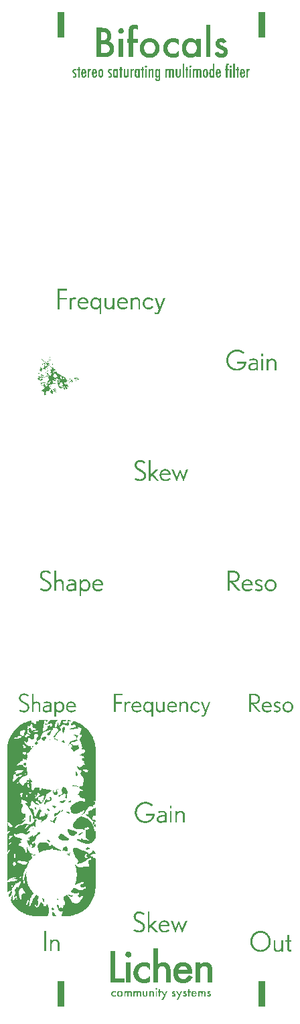
<source format=gto>
G04 #@! TF.GenerationSoftware,KiCad,Pcbnew,7.0.8*
G04 #@! TF.CreationDate,2024-09-22T22:09:23-04:00*
G04 #@! TF.ProjectId,lichen-bifocals-panel,6c696368-656e-42d6-9269-666f63616c73,rev?*
G04 #@! TF.SameCoordinates,Original*
G04 #@! TF.FileFunction,Legend,Top*
G04 #@! TF.FilePolarity,Positive*
%FSLAX46Y46*%
G04 Gerber Fmt 4.6, Leading zero omitted, Abs format (unit mm)*
G04 Created by KiCad (PCBNEW 7.0.8) date 2024-09-22 22:09:23*
%MOMM*%
%LPD*%
G01*
G04 APERTURE LIST*
G04 Aperture macros list*
%AMRoundRect*
0 Rectangle with rounded corners*
0 $1 Rounding radius*
0 $2 $3 $4 $5 $6 $7 $8 $9 X,Y pos of 4 corners*
0 Add a 4 corners polygon primitive as box body*
4,1,4,$2,$3,$4,$5,$6,$7,$8,$9,$2,$3,0*
0 Add four circle primitives for the rounded corners*
1,1,$1+$1,$2,$3*
1,1,$1+$1,$4,$5*
1,1,$1+$1,$6,$7*
1,1,$1+$1,$8,$9*
0 Add four rect primitives between the rounded corners*
20,1,$1+$1,$2,$3,$4,$5,0*
20,1,$1+$1,$4,$5,$6,$7,0*
20,1,$1+$1,$6,$7,$8,$9,0*
20,1,$1+$1,$8,$9,$2,$3,0*%
G04 Aperture macros list end*
%ADD10C,0.000000*%
%ADD11C,7.400000*%
%ADD12RoundRect,1.600000X0.400000X0.000000X-0.400000X0.000000X-0.400000X0.000000X0.400000X0.000000X0*%
%ADD13C,6.400000*%
%ADD14C,5.100000*%
%ADD15RoundRect,1.600000X-0.400000X0.000000X0.400000X0.000000X0.400000X0.000000X-0.400000X0.000000X0*%
%ADD16C,3.200000*%
G04 APERTURE END LIST*
D10*
G36*
X104801799Y-147677805D02*
G01*
X104769306Y-147694037D01*
X104752900Y-147701006D01*
X104736362Y-147707035D01*
X104719676Y-147711993D01*
X104702822Y-147715750D01*
X104685782Y-147718175D01*
X104668538Y-147719136D01*
X104651072Y-147718503D01*
X104633366Y-147716145D01*
X104809831Y-147673209D01*
X104801799Y-147677805D01*
G37*
G36*
X108431233Y-145993672D02*
G01*
X108417250Y-146001933D01*
X108404704Y-146008758D01*
X108393521Y-146014220D01*
X108383631Y-146018390D01*
X108374961Y-146021339D01*
X108367440Y-146023140D01*
X108360995Y-146023865D01*
X108355555Y-146023584D01*
X108351048Y-146022371D01*
X108347402Y-146020296D01*
X108344545Y-146017432D01*
X108342406Y-146013851D01*
X108340912Y-146009623D01*
X108339991Y-146004821D01*
X108339573Y-145999517D01*
X108339585Y-145993783D01*
X108340610Y-145981309D01*
X108342494Y-145967975D01*
X108346534Y-145941021D01*
X108347541Y-145928551D01*
X108347540Y-145922818D01*
X108347107Y-145917517D01*
X108346170Y-145912718D01*
X108344657Y-145908493D01*
X108342527Y-145904966D01*
X108431233Y-145993672D01*
G37*
G36*
X126243988Y-225163403D02*
G01*
X126259905Y-225165025D01*
X126275282Y-225167729D01*
X126290121Y-225171513D01*
X126304420Y-225176377D01*
X126318182Y-225182321D01*
X126331406Y-225189344D01*
X126344094Y-225197445D01*
X126356244Y-225206623D01*
X126367859Y-225216879D01*
X126378939Y-225228212D01*
X126389483Y-225240621D01*
X126399494Y-225254105D01*
X126408970Y-225268665D01*
X126417913Y-225284299D01*
X126426323Y-225301007D01*
X126426317Y-225301019D01*
X126426312Y-225301031D01*
X126426306Y-225301044D01*
X126426301Y-225301057D01*
X126426296Y-225301069D01*
X126426292Y-225301082D01*
X126426288Y-225301094D01*
X126426285Y-225301106D01*
X126293289Y-225372083D01*
X126289287Y-225364261D01*
X126285164Y-225356948D01*
X126280921Y-225350143D01*
X126276559Y-225343846D01*
X126272078Y-225338057D01*
X126267479Y-225332774D01*
X126262762Y-225327997D01*
X126257927Y-225323725D01*
X126252976Y-225319959D01*
X126247908Y-225316696D01*
X126242724Y-225313937D01*
X126237424Y-225311681D01*
X126232010Y-225309928D01*
X126226481Y-225308676D01*
X126220837Y-225307925D01*
X126215080Y-225307675D01*
X126212329Y-225307732D01*
X126209635Y-225307901D01*
X126206995Y-225308184D01*
X126204409Y-225308580D01*
X126201876Y-225309089D01*
X126199394Y-225309711D01*
X126196963Y-225310446D01*
X126194582Y-225311293D01*
X126192249Y-225312254D01*
X126189964Y-225313327D01*
X126187725Y-225314513D01*
X126185531Y-225315812D01*
X126183381Y-225317223D01*
X126181274Y-225318747D01*
X126179209Y-225320384D01*
X126177185Y-225322133D01*
X126175305Y-225324033D01*
X126173539Y-225325990D01*
X126171888Y-225328005D01*
X126170352Y-225330079D01*
X126168934Y-225332212D01*
X126167634Y-225334404D01*
X126166453Y-225336656D01*
X126165392Y-225338967D01*
X126164452Y-225341339D01*
X126163634Y-225343772D01*
X126162940Y-225346266D01*
X126162369Y-225348822D01*
X126161923Y-225351440D01*
X126161604Y-225354120D01*
X126161411Y-225356863D01*
X126161347Y-225359669D01*
X126161438Y-225362189D01*
X126161710Y-225364706D01*
X126162164Y-225367222D01*
X126162800Y-225369735D01*
X126163618Y-225372246D01*
X126164618Y-225374755D01*
X126165799Y-225377262D01*
X126167161Y-225379767D01*
X126168706Y-225382269D01*
X126170432Y-225384770D01*
X126172340Y-225387269D01*
X126174430Y-225389765D01*
X126176701Y-225392259D01*
X126179154Y-225394751D01*
X126181789Y-225397242D01*
X126184605Y-225399730D01*
X126187603Y-225402215D01*
X126190783Y-225404699D01*
X126194144Y-225407181D01*
X126197687Y-225409660D01*
X126205318Y-225414613D01*
X126213675Y-225419558D01*
X126222760Y-225424494D01*
X126232571Y-225429422D01*
X126243108Y-225434341D01*
X126254372Y-225439252D01*
X126285107Y-225452931D01*
X126313225Y-225466324D01*
X126338726Y-225479434D01*
X126361611Y-225492265D01*
X126372072Y-225498577D01*
X126381879Y-225504821D01*
X126391032Y-225510997D01*
X126399531Y-225517107D01*
X126407376Y-225523149D01*
X126414567Y-225529126D01*
X126421104Y-225535037D01*
X126426987Y-225540883D01*
X126432369Y-225546822D01*
X126437405Y-225553012D01*
X126442093Y-225559453D01*
X126446434Y-225566147D01*
X126450429Y-225573092D01*
X126454075Y-225580291D01*
X126457375Y-225587743D01*
X126460327Y-225595449D01*
X126462933Y-225603410D01*
X126465190Y-225611625D01*
X126467101Y-225620095D01*
X126468664Y-225628822D01*
X126469880Y-225637804D01*
X126470749Y-225647044D01*
X126471270Y-225656540D01*
X126471443Y-225666295D01*
X126471153Y-225678764D01*
X126470281Y-225690982D01*
X126468828Y-225702949D01*
X126466793Y-225714662D01*
X126464177Y-225726121D01*
X126460980Y-225737325D01*
X126457202Y-225748273D01*
X126452842Y-225758963D01*
X126447901Y-225769395D01*
X126442379Y-225779568D01*
X126436276Y-225789480D01*
X126429591Y-225799131D01*
X126422326Y-225808519D01*
X126414479Y-225817643D01*
X126406051Y-225826502D01*
X126397042Y-225835095D01*
X126387881Y-225842917D01*
X126378485Y-225850230D01*
X126368855Y-225857035D01*
X126358991Y-225863333D01*
X126348892Y-225869123D01*
X126338560Y-225874406D01*
X126327993Y-225879184D01*
X126317192Y-225883456D01*
X126306158Y-225887223D01*
X126294889Y-225890487D01*
X126283387Y-225893246D01*
X126271652Y-225895503D01*
X126259682Y-225897257D01*
X126247480Y-225898509D01*
X126235044Y-225899260D01*
X126222374Y-225899510D01*
X126200871Y-225898844D01*
X126180160Y-225896845D01*
X126160242Y-225893513D01*
X126141120Y-225888847D01*
X126122793Y-225882847D01*
X126105263Y-225875512D01*
X126088530Y-225866841D01*
X126072596Y-225856834D01*
X126057461Y-225845491D01*
X126043127Y-225832811D01*
X126029594Y-225818793D01*
X126016863Y-225803437D01*
X126004936Y-225786742D01*
X125993813Y-225768708D01*
X125983495Y-225749334D01*
X125973984Y-225728619D01*
X126111428Y-225664876D01*
X126118337Y-225676825D01*
X126124851Y-225687620D01*
X126130961Y-225697270D01*
X126136660Y-225705783D01*
X126141939Y-225713166D01*
X126146790Y-225719428D01*
X126151204Y-225724576D01*
X126153246Y-225726735D01*
X126155174Y-225728619D01*
X126158841Y-225731879D01*
X126162603Y-225734936D01*
X126166461Y-225737787D01*
X126170414Y-225740433D01*
X126174462Y-225742872D01*
X126178604Y-225745104D01*
X126182840Y-225747128D01*
X126187168Y-225748942D01*
X126191590Y-225750546D01*
X126196103Y-225751940D01*
X126200709Y-225753121D01*
X126205405Y-225754090D01*
X126210192Y-225754845D01*
X126215068Y-225755385D01*
X126220035Y-225755710D01*
X126225090Y-225755818D01*
X126234978Y-225755524D01*
X126244227Y-225754640D01*
X126248612Y-225753978D01*
X126252838Y-225753170D01*
X126256904Y-225752215D01*
X126260811Y-225751113D01*
X126264558Y-225749865D01*
X126268145Y-225748470D01*
X126271573Y-225746930D01*
X126274842Y-225745243D01*
X126277951Y-225743411D01*
X126280900Y-225741433D01*
X126283690Y-225739309D01*
X126286321Y-225737040D01*
X126288792Y-225734626D01*
X126291104Y-225732066D01*
X126293256Y-225729362D01*
X126295248Y-225726512D01*
X126297081Y-225723518D01*
X126298755Y-225720378D01*
X126300270Y-225717095D01*
X126301624Y-225713667D01*
X126302820Y-225710094D01*
X126303856Y-225706378D01*
X126304733Y-225702517D01*
X126305450Y-225698513D01*
X126306008Y-225694364D01*
X126306406Y-225690072D01*
X126306645Y-225685637D01*
X126306725Y-225681058D01*
X126306663Y-225678382D01*
X126306478Y-225675718D01*
X126306170Y-225673067D01*
X126305739Y-225670427D01*
X126305185Y-225667800D01*
X126304507Y-225665185D01*
X126303707Y-225662582D01*
X126302783Y-225659990D01*
X126301736Y-225657411D01*
X126300566Y-225654843D01*
X126299273Y-225652286D01*
X126297856Y-225649741D01*
X126294654Y-225644685D01*
X126290960Y-225639674D01*
X126286773Y-225634707D01*
X126282094Y-225629784D01*
X126276922Y-225624903D01*
X126271258Y-225620064D01*
X126265103Y-225615267D01*
X126258455Y-225610511D01*
X126251315Y-225605794D01*
X126243683Y-225601117D01*
X126231540Y-225594986D01*
X126219395Y-225588978D01*
X126207250Y-225583094D01*
X126195107Y-225577336D01*
X126170603Y-225565754D01*
X126145859Y-225553914D01*
X126128935Y-225545275D01*
X126113307Y-225536658D01*
X126105979Y-225532355D01*
X126098977Y-225528055D01*
X126092301Y-225523757D01*
X126085951Y-225519460D01*
X126079928Y-225515162D01*
X126074233Y-225510864D01*
X126068867Y-225506564D01*
X126063828Y-225502261D01*
X126059120Y-225497955D01*
X126054741Y-225493644D01*
X126050692Y-225489328D01*
X126046974Y-225485005D01*
X126042535Y-225479481D01*
X126038385Y-225473754D01*
X126034525Y-225467826D01*
X126030953Y-225461697D01*
X126027670Y-225455367D01*
X126024675Y-225448838D01*
X126021968Y-225442110D01*
X126019548Y-225435182D01*
X126017414Y-225428057D01*
X126015566Y-225420734D01*
X126014004Y-225413215D01*
X126012727Y-225405499D01*
X126011734Y-225397588D01*
X126011026Y-225389481D01*
X126010602Y-225381180D01*
X126010460Y-225372685D01*
X126010702Y-225361437D01*
X126011430Y-225350430D01*
X126012642Y-225339667D01*
X126014341Y-225329148D01*
X126016526Y-225318873D01*
X126019199Y-225308842D01*
X126022359Y-225299057D01*
X126026007Y-225289518D01*
X126030144Y-225280226D01*
X126034770Y-225271180D01*
X126039886Y-225262382D01*
X126045492Y-225253832D01*
X126051589Y-225245531D01*
X126058177Y-225237480D01*
X126065258Y-225229678D01*
X126072830Y-225222127D01*
X126080884Y-225214932D01*
X126089156Y-225208205D01*
X126097645Y-225201945D01*
X126106351Y-225196152D01*
X126115272Y-225190825D01*
X126124409Y-225185964D01*
X126133762Y-225181568D01*
X126143329Y-225177637D01*
X126153110Y-225174170D01*
X126163105Y-225171167D01*
X126173313Y-225168627D01*
X126183733Y-225166550D01*
X126194366Y-225164936D01*
X126205210Y-225163783D01*
X126216266Y-225163092D01*
X126227532Y-225162862D01*
X126243988Y-225163403D01*
G37*
G36*
X108885694Y-144183780D02*
G01*
X108887280Y-144184331D01*
X108890688Y-144185384D01*
X108894223Y-144186412D01*
X108897656Y-144187460D01*
X108899264Y-144188007D01*
X108900762Y-144188577D01*
X108902122Y-144189175D01*
X108903315Y-144189807D01*
X108904312Y-144190480D01*
X108904729Y-144190834D01*
X108905086Y-144191199D01*
X108905380Y-144191578D01*
X108905608Y-144191970D01*
X108905766Y-144192377D01*
X108905850Y-144192799D01*
X108907413Y-144206360D01*
X108909242Y-144218815D01*
X108911332Y-144230194D01*
X108913678Y-144240524D01*
X108916273Y-144249833D01*
X108919113Y-144258151D01*
X108922192Y-144265504D01*
X108925505Y-144271921D01*
X108929047Y-144277430D01*
X108932812Y-144282060D01*
X108936796Y-144285838D01*
X108940992Y-144288793D01*
X108945396Y-144290953D01*
X108950002Y-144292347D01*
X108954804Y-144293001D01*
X108959799Y-144292945D01*
X108964979Y-144292207D01*
X108970340Y-144290814D01*
X108975877Y-144288796D01*
X108981585Y-144286179D01*
X108987457Y-144282994D01*
X108993489Y-144279266D01*
X108999675Y-144275025D01*
X109006010Y-144270300D01*
X109019107Y-144259506D01*
X109032736Y-144247109D01*
X109046854Y-144233336D01*
X109061421Y-144218411D01*
X109062065Y-144217985D01*
X109062944Y-144217785D01*
X109064048Y-144217799D01*
X109065365Y-144218017D01*
X109066883Y-144218427D01*
X109068592Y-144219020D01*
X109072534Y-144220707D01*
X109077103Y-144222992D01*
X109082206Y-144225788D01*
X109087754Y-144229007D01*
X109093657Y-144232563D01*
X109118999Y-144248421D01*
X109131444Y-144256114D01*
X109137293Y-144259597D01*
X109142773Y-144262723D01*
X109130265Y-144280882D01*
X109124019Y-144289958D01*
X109117836Y-144299096D01*
X109116061Y-144301878D01*
X109114151Y-144305045D01*
X109112226Y-144308364D01*
X109110404Y-144311606D01*
X109108806Y-144314538D01*
X109107552Y-144316930D01*
X109106759Y-144318551D01*
X109106574Y-144318999D01*
X109106549Y-144319169D01*
X109113769Y-144323332D01*
X109121144Y-144327961D01*
X109136211Y-144338137D01*
X109151455Y-144348732D01*
X109159051Y-144353885D01*
X109166580Y-144358781D01*
X109174007Y-144363300D01*
X109181293Y-144367321D01*
X109188402Y-144370723D01*
X109195296Y-144373386D01*
X109198652Y-144374403D01*
X109201940Y-144375190D01*
X109205157Y-144375732D01*
X109208296Y-144376014D01*
X109211355Y-144376020D01*
X109214328Y-144375736D01*
X109217210Y-144375147D01*
X109219998Y-144374238D01*
X109226366Y-144371409D01*
X109232743Y-144367968D01*
X109239125Y-144363987D01*
X109245509Y-144359542D01*
X109258271Y-144349556D01*
X109271003Y-144338602D01*
X109296276Y-144316167D01*
X109308766Y-144305875D01*
X109321125Y-144296990D01*
X109327248Y-144293262D01*
X109333328Y-144290108D01*
X109339362Y-144287603D01*
X109345348Y-144285822D01*
X109351282Y-144284838D01*
X109357161Y-144284726D01*
X109362982Y-144285560D01*
X109368741Y-144287414D01*
X109374436Y-144290362D01*
X109380063Y-144294479D01*
X109385620Y-144299839D01*
X109391102Y-144306517D01*
X109396507Y-144314585D01*
X109401832Y-144324120D01*
X109407073Y-144335194D01*
X109412228Y-144347882D01*
X109416359Y-144359944D01*
X109419164Y-144370704D01*
X109420719Y-144380239D01*
X109421099Y-144388628D01*
X109420379Y-144395948D01*
X109418635Y-144402277D01*
X109415942Y-144407695D01*
X109412376Y-144412278D01*
X109408011Y-144416105D01*
X109402923Y-144419254D01*
X109397188Y-144421803D01*
X109390880Y-144423830D01*
X109384076Y-144425413D01*
X109376850Y-144426631D01*
X109361435Y-144428281D01*
X109328863Y-144430629D01*
X109312911Y-144432576D01*
X109305283Y-144434016D01*
X109297986Y-144435871D01*
X109291097Y-144438219D01*
X109284691Y-144441139D01*
X109278842Y-144444708D01*
X109273627Y-144449004D01*
X109269121Y-144454106D01*
X109265399Y-144460092D01*
X109262537Y-144467039D01*
X109260609Y-144475026D01*
X109260367Y-144476224D01*
X109260054Y-144477419D01*
X109259673Y-144478610D01*
X109259227Y-144479797D01*
X109258720Y-144480981D01*
X109258155Y-144482161D01*
X109256866Y-144484512D01*
X109255388Y-144486853D01*
X109253747Y-144489183D01*
X109251970Y-144491505D01*
X109250087Y-144493820D01*
X109246106Y-144498434D01*
X109242023Y-144503035D01*
X109238057Y-144507634D01*
X109236187Y-144509936D01*
X109234429Y-144512242D01*
X109228461Y-144511422D01*
X109222456Y-144510407D01*
X109210373Y-144507987D01*
X109198249Y-144505367D01*
X109186156Y-144502930D01*
X109180142Y-144501902D01*
X109174163Y-144501063D01*
X109168226Y-144500463D01*
X109162342Y-144500149D01*
X109156517Y-144500169D01*
X109150762Y-144500572D01*
X109145086Y-144501405D01*
X109139496Y-144502717D01*
X109131197Y-144505545D01*
X109124320Y-144508923D01*
X109118761Y-144512813D01*
X109114416Y-144517175D01*
X109111182Y-144521970D01*
X109108953Y-144527158D01*
X109107625Y-144532702D01*
X109107095Y-144538560D01*
X109107258Y-144544696D01*
X109108009Y-144551068D01*
X109109245Y-144557638D01*
X109110862Y-144564368D01*
X109119048Y-144592092D01*
X109122714Y-144605890D01*
X109124075Y-144612636D01*
X109124983Y-144619227D01*
X109125334Y-144625626D01*
X109125022Y-144631792D01*
X109123945Y-144637686D01*
X109121998Y-144643269D01*
X109119076Y-144648503D01*
X109115076Y-144653347D01*
X109109893Y-144657764D01*
X109103423Y-144661712D01*
X109095561Y-144665155D01*
X109086205Y-144668051D01*
X109075248Y-144670363D01*
X109062588Y-144672051D01*
X109064963Y-144672863D01*
X109067338Y-144673764D01*
X109072087Y-144675744D01*
X109076832Y-144677814D01*
X109081574Y-144679798D01*
X109083943Y-144680702D01*
X109086310Y-144681519D01*
X109088676Y-144682226D01*
X109091041Y-144682800D01*
X109093403Y-144683221D01*
X109095764Y-144683466D01*
X109096944Y-144683515D01*
X109098123Y-144683513D01*
X109099301Y-144683455D01*
X109100479Y-144683339D01*
X109109999Y-144681964D01*
X109118978Y-144680191D01*
X109127434Y-144678033D01*
X109135389Y-144675505D01*
X109142859Y-144672622D01*
X109149866Y-144669397D01*
X109156428Y-144665844D01*
X109162564Y-144661979D01*
X109168294Y-144657815D01*
X109173636Y-144653366D01*
X109178611Y-144648647D01*
X109183237Y-144643672D01*
X109187533Y-144638456D01*
X109191518Y-144633011D01*
X109195213Y-144627354D01*
X109198635Y-144621497D01*
X109201805Y-144615455D01*
X109204742Y-144609243D01*
X109207464Y-144602875D01*
X109209991Y-144596365D01*
X109214537Y-144582975D01*
X109218533Y-144569187D01*
X109222134Y-144555117D01*
X109225492Y-144540877D01*
X109232098Y-144512345D01*
X109391351Y-144560373D01*
X109409858Y-144544208D01*
X109429460Y-144528798D01*
X109448655Y-144515384D01*
X109467461Y-144503881D01*
X109485895Y-144494204D01*
X109503973Y-144486268D01*
X109521714Y-144479988D01*
X109539135Y-144475280D01*
X109556253Y-144472057D01*
X109573085Y-144470235D01*
X109589649Y-144469729D01*
X109605961Y-144470454D01*
X109622039Y-144472325D01*
X109637901Y-144475256D01*
X109653564Y-144479164D01*
X109669044Y-144483961D01*
X109684360Y-144489565D01*
X109699528Y-144495889D01*
X109729492Y-144510359D01*
X109759073Y-144526690D01*
X109788410Y-144544204D01*
X109846904Y-144580053D01*
X109876339Y-144597029D01*
X109906082Y-144612466D01*
X109686512Y-144619626D01*
X109725071Y-144596379D01*
X109701932Y-144594707D01*
X109678719Y-144592957D01*
X109677942Y-144597577D01*
X109676943Y-144602384D01*
X109674499Y-144612375D01*
X109671822Y-144622562D01*
X109669349Y-144632574D01*
X109668326Y-144637400D01*
X109667517Y-144642044D01*
X109666976Y-144646460D01*
X109666760Y-144650602D01*
X109666921Y-144654425D01*
X109667161Y-144656201D01*
X109667516Y-144657881D01*
X109667992Y-144659457D01*
X109668597Y-144660925D01*
X109669337Y-144662278D01*
X109670220Y-144663510D01*
X109677648Y-144671780D01*
X109685234Y-144678556D01*
X109692969Y-144683932D01*
X109700845Y-144688004D01*
X109708851Y-144690867D01*
X109716979Y-144692616D01*
X109725219Y-144693346D01*
X109733562Y-144693152D01*
X109741999Y-144692129D01*
X109750520Y-144690372D01*
X109759117Y-144687976D01*
X109767780Y-144685037D01*
X109785267Y-144677907D01*
X109802909Y-144669742D01*
X109820630Y-144661303D01*
X109838358Y-144653351D01*
X109847202Y-144649795D01*
X109856019Y-144646645D01*
X109864801Y-144643998D01*
X109873538Y-144641947D01*
X109882222Y-144640588D01*
X109890842Y-144640016D01*
X109899391Y-144640326D01*
X109907858Y-144641613D01*
X109916234Y-144643972D01*
X109924511Y-144647498D01*
X109932678Y-144652287D01*
X109940727Y-144658433D01*
X109941033Y-144658560D01*
X109941461Y-144658548D01*
X109942007Y-144658405D01*
X109942665Y-144658137D01*
X109944292Y-144657253D01*
X109946293Y-144655949D01*
X109948623Y-144654277D01*
X109951233Y-144652292D01*
X109957105Y-144647592D01*
X109970127Y-144636763D01*
X109976518Y-144631482D01*
X109982323Y-144626859D01*
X109989915Y-144634995D01*
X109998207Y-144643154D01*
X110007026Y-144651330D01*
X110016197Y-144659517D01*
X110034901Y-144675906D01*
X110052926Y-144692278D01*
X110061248Y-144700443D01*
X110068879Y-144708588D01*
X110075643Y-144716706D01*
X110081367Y-144724793D01*
X110083784Y-144728823D01*
X110085876Y-144732844D01*
X110087621Y-144736853D01*
X110088997Y-144740851D01*
X110089983Y-144744838D01*
X110090556Y-144748812D01*
X110090695Y-144752772D01*
X110090378Y-144756718D01*
X110088354Y-144768731D01*
X110085799Y-144779437D01*
X110082739Y-144788903D01*
X110079201Y-144797198D01*
X110075213Y-144804392D01*
X110070800Y-144810553D01*
X110065989Y-144815749D01*
X110060807Y-144820049D01*
X110055280Y-144823523D01*
X110049436Y-144826237D01*
X110043301Y-144828262D01*
X110036902Y-144829666D01*
X110030265Y-144830517D01*
X110023417Y-144830885D01*
X110016385Y-144830837D01*
X110009196Y-144830442D01*
X109949210Y-144823049D01*
X109941804Y-144822626D01*
X109934507Y-144822542D01*
X109927346Y-144822867D01*
X109920348Y-144823669D01*
X109913539Y-144825017D01*
X109906946Y-144826980D01*
X109900597Y-144829626D01*
X109894516Y-144833024D01*
X109890605Y-144835255D01*
X109886540Y-144837068D01*
X109882336Y-144838500D01*
X109878007Y-144839593D01*
X109873568Y-144840384D01*
X109869034Y-144840915D01*
X109859736Y-144841349D01*
X109850230Y-144841211D01*
X109840632Y-144840816D01*
X109831056Y-144840479D01*
X109821620Y-144840516D01*
X109812438Y-144841242D01*
X109807980Y-144841962D01*
X109803628Y-144842973D01*
X109799398Y-144844313D01*
X109795304Y-144846023D01*
X109791361Y-144848142D01*
X109787584Y-144850709D01*
X109783985Y-144853764D01*
X109780581Y-144857346D01*
X109777386Y-144861494D01*
X109774414Y-144866248D01*
X109771679Y-144871648D01*
X109769196Y-144877733D01*
X109766980Y-144884541D01*
X109765070Y-144892017D01*
X109784289Y-144891277D01*
X109806063Y-144888892D01*
X109827886Y-144885288D01*
X109849747Y-144880792D01*
X109937379Y-144860461D01*
X109959284Y-144856432D01*
X109981168Y-144853481D01*
X110003021Y-144851937D01*
X110013932Y-144851795D01*
X110024832Y-144852128D01*
X110035720Y-144852976D01*
X110046593Y-144854381D01*
X110057451Y-144856384D01*
X110068293Y-144859026D01*
X110079117Y-144862347D01*
X110089922Y-144866390D01*
X110100706Y-144871194D01*
X110111470Y-144876801D01*
X110117911Y-144880097D01*
X110123728Y-144882445D01*
X110128970Y-144883899D01*
X110133685Y-144884512D01*
X110137921Y-144884337D01*
X110141728Y-144883427D01*
X110145155Y-144881835D01*
X110148249Y-144879615D01*
X110151060Y-144876819D01*
X110153636Y-144873501D01*
X110156027Y-144869714D01*
X110158280Y-144865510D01*
X110162570Y-144856068D01*
X110166896Y-144845598D01*
X110171647Y-144834526D01*
X110177213Y-144823278D01*
X110180423Y-144817720D01*
X110183984Y-144812277D01*
X110187943Y-144807003D01*
X110192349Y-144801949D01*
X110197252Y-144797171D01*
X110202699Y-144792720D01*
X110208740Y-144788649D01*
X110215423Y-144785013D01*
X110222796Y-144781863D01*
X110230910Y-144779254D01*
X110239811Y-144777238D01*
X110249550Y-144775868D01*
X110265094Y-144775001D01*
X110279298Y-144775582D01*
X110292250Y-144777508D01*
X110304037Y-144780671D01*
X110314743Y-144784968D01*
X110324458Y-144790291D01*
X110333266Y-144796536D01*
X110341254Y-144803597D01*
X110348510Y-144811369D01*
X110355119Y-144819747D01*
X110361169Y-144828624D01*
X110366745Y-144837895D01*
X110376825Y-144857198D01*
X110386051Y-144876812D01*
X110395117Y-144895894D01*
X110404714Y-144913598D01*
X110409929Y-144921670D01*
X110415537Y-144929082D01*
X110421624Y-144935727D01*
X110428276Y-144941501D01*
X110435582Y-144946297D01*
X110443626Y-144950011D01*
X110452497Y-144952536D01*
X110462279Y-144953768D01*
X110473061Y-144953601D01*
X110484928Y-144951929D01*
X110497967Y-144948648D01*
X110512264Y-144943650D01*
X110514682Y-144942311D01*
X110516763Y-144940384D01*
X110518544Y-144937926D01*
X110520058Y-144934995D01*
X110521339Y-144931649D01*
X110522422Y-144927946D01*
X110524131Y-144919701D01*
X110526683Y-144901473D01*
X110528074Y-144892418D01*
X110529909Y-144884019D01*
X110531078Y-144880210D01*
X110532462Y-144876740D01*
X110534093Y-144873665D01*
X110536007Y-144871044D01*
X110538238Y-144868935D01*
X110540820Y-144867395D01*
X110543788Y-144866482D01*
X110547176Y-144866255D01*
X110551017Y-144866772D01*
X110555347Y-144868089D01*
X110560200Y-144870266D01*
X110565611Y-144873359D01*
X110571612Y-144877428D01*
X110578240Y-144882529D01*
X110585528Y-144888721D01*
X110593510Y-144896062D01*
X110596414Y-144898603D01*
X110599543Y-144900911D01*
X110602886Y-144902995D01*
X110606433Y-144904868D01*
X110610173Y-144906540D01*
X110614094Y-144908023D01*
X110618188Y-144909328D01*
X110622441Y-144910466D01*
X110631388Y-144912284D01*
X110640850Y-144913568D01*
X110650740Y-144914406D01*
X110660974Y-144914889D01*
X110682128Y-144915141D01*
X110703627Y-144915039D01*
X110724787Y-144915297D01*
X110735026Y-144915783D01*
X110744923Y-144916627D01*
X110600140Y-145012654D01*
X110592147Y-144985545D01*
X110584229Y-144958360D01*
X110580735Y-144962902D01*
X110576988Y-144967465D01*
X110568999Y-144976630D01*
X110560779Y-144985816D01*
X110552846Y-144994983D01*
X110549149Y-144999547D01*
X110545718Y-145004092D01*
X110542618Y-145008612D01*
X110539913Y-145013103D01*
X110538729Y-145015337D01*
X110537669Y-145017561D01*
X110536739Y-145019775D01*
X110535949Y-145021979D01*
X110535307Y-145024172D01*
X110534819Y-145026353D01*
X110534496Y-145028522D01*
X110534344Y-145030679D01*
X110534343Y-145032959D01*
X110534484Y-145035255D01*
X110534760Y-145037564D01*
X110535166Y-145039883D01*
X110535698Y-145042210D01*
X110536350Y-145044542D01*
X110537117Y-145046877D01*
X110537994Y-145049212D01*
X110540057Y-145053871D01*
X110542498Y-145058499D01*
X110545276Y-145063077D01*
X110548350Y-145067583D01*
X110551678Y-145071997D01*
X110555220Y-145076298D01*
X110558934Y-145080465D01*
X110562780Y-145084479D01*
X110566715Y-145088319D01*
X110570700Y-145091964D01*
X110574692Y-145095394D01*
X110578652Y-145098588D01*
X110582702Y-145101550D01*
X110586955Y-145104263D01*
X110591390Y-145106751D01*
X110595987Y-145109038D01*
X110600726Y-145111151D01*
X110605587Y-145113112D01*
X110610551Y-145114947D01*
X110615597Y-145116681D01*
X110625854Y-145119945D01*
X110636198Y-145123100D01*
X110646471Y-145126346D01*
X110651529Y-145128065D01*
X110656510Y-145129880D01*
X110632532Y-145165512D01*
X110608711Y-145201138D01*
X110547459Y-145156371D01*
X110532084Y-145145272D01*
X110516595Y-145134335D01*
X110500947Y-145123622D01*
X110485096Y-145113194D01*
X110479834Y-145109908D01*
X110474492Y-145106736D01*
X110463597Y-145100688D01*
X110452478Y-145094961D01*
X110441197Y-145089460D01*
X110418407Y-145078774D01*
X110407026Y-145073404D01*
X110395741Y-145067895D01*
X110400599Y-145074664D01*
X110405311Y-145081575D01*
X110414649Y-145095450D01*
X110419452Y-145102228D01*
X110421926Y-145105537D01*
X110424462Y-145108776D01*
X110427073Y-145111934D01*
X110429769Y-145115000D01*
X110432560Y-145117962D01*
X110435459Y-145120808D01*
X110460177Y-145143913D01*
X110485089Y-145166820D01*
X110535186Y-145212359D01*
X110585116Y-145258065D01*
X110609823Y-145281179D01*
X110634251Y-145304574D01*
X110636609Y-145306407D01*
X110638715Y-145307115D01*
X110640590Y-145306798D01*
X110642254Y-145305552D01*
X110643727Y-145303474D01*
X110645030Y-145300663D01*
X110647208Y-145293228D01*
X110648949Y-145284029D01*
X110650416Y-145273844D01*
X110653182Y-145253640D01*
X110654807Y-145245181D01*
X110656810Y-145238857D01*
X110658004Y-145236739D01*
X110659354Y-145235448D01*
X110660880Y-145235081D01*
X110662603Y-145235735D01*
X110664542Y-145237509D01*
X110666719Y-145240498D01*
X110669153Y-145244802D01*
X110671864Y-145250517D01*
X110678203Y-145266571D01*
X110685898Y-145289441D01*
X110687916Y-145295404D01*
X110690134Y-145301285D01*
X110692532Y-145307092D01*
X110695091Y-145312833D01*
X110697790Y-145318516D01*
X110700609Y-145324150D01*
X110706530Y-145335303D01*
X110718942Y-145357376D01*
X110725114Y-145368427D01*
X110731053Y-145379575D01*
X110552929Y-145472446D01*
X110542238Y-145475637D01*
X110531708Y-145477907D01*
X110521357Y-145479153D01*
X110511204Y-145479274D01*
X110501266Y-145478167D01*
X110491562Y-145475729D01*
X110482110Y-145471859D01*
X110472927Y-145466455D01*
X110464033Y-145459413D01*
X110455445Y-145450631D01*
X110447181Y-145440009D01*
X110439260Y-145427442D01*
X110431700Y-145412829D01*
X110424519Y-145396068D01*
X110417735Y-145377056D01*
X110411366Y-145355691D01*
X110410968Y-145354562D01*
X110410401Y-145353496D01*
X110409674Y-145352489D01*
X110408795Y-145351538D01*
X110407771Y-145350641D01*
X110406610Y-145349794D01*
X110405322Y-145348995D01*
X110403913Y-145348240D01*
X110402392Y-145347526D01*
X110400767Y-145346852D01*
X110397237Y-145345606D01*
X110393387Y-145344478D01*
X110389283Y-145343445D01*
X110380568Y-145341567D01*
X110371610Y-145339781D01*
X110367200Y-145338863D01*
X110362923Y-145337897D01*
X110358844Y-145336859D01*
X110355026Y-145335725D01*
X110360980Y-145346187D01*
X110366155Y-145356647D01*
X110370516Y-145367103D01*
X110374027Y-145377557D01*
X110376652Y-145388009D01*
X110377621Y-145393233D01*
X110378355Y-145398458D01*
X110378850Y-145403681D01*
X110379101Y-145408905D01*
X110379104Y-145414128D01*
X110378854Y-145419350D01*
X110378346Y-145424572D01*
X110377577Y-145429793D01*
X110376542Y-145435015D01*
X110375236Y-145440236D01*
X110373655Y-145445456D01*
X110371794Y-145450676D01*
X110369649Y-145455896D01*
X110367216Y-145461116D01*
X110364490Y-145466336D01*
X110361466Y-145471555D01*
X110358140Y-145476775D01*
X110354507Y-145481994D01*
X110350564Y-145487213D01*
X110346305Y-145492432D01*
X110341726Y-145497651D01*
X110337713Y-145501922D01*
X110351835Y-145495886D01*
X110369564Y-145489547D01*
X110387660Y-145484244D01*
X110405919Y-145480018D01*
X110424138Y-145476909D01*
X110442115Y-145474960D01*
X110459647Y-145474209D01*
X110476530Y-145474700D01*
X110492562Y-145476472D01*
X110507540Y-145479566D01*
X110514570Y-145481622D01*
X110521261Y-145484024D01*
X110527586Y-145486777D01*
X110533522Y-145489887D01*
X110539041Y-145493357D01*
X110544120Y-145497194D01*
X110548732Y-145501403D01*
X110552852Y-145505988D01*
X110556455Y-145510955D01*
X110559516Y-145516310D01*
X110562008Y-145522056D01*
X110563908Y-145528199D01*
X110565337Y-145535475D01*
X110565728Y-145541704D01*
X110565141Y-145546966D01*
X110563636Y-145551337D01*
X110561274Y-145554898D01*
X110558114Y-145557724D01*
X110554217Y-145559896D01*
X110549641Y-145561491D01*
X110544448Y-145562588D01*
X110538698Y-145563264D01*
X110525763Y-145563668D01*
X110495844Y-145562876D01*
X110479818Y-145562930D01*
X110471749Y-145563344D01*
X110463723Y-145564120D01*
X110455799Y-145565336D01*
X110448037Y-145567071D01*
X110440498Y-145569403D01*
X110433242Y-145572409D01*
X110426328Y-145576169D01*
X110419817Y-145580760D01*
X110413768Y-145586261D01*
X110408242Y-145592750D01*
X110403298Y-145600306D01*
X110398997Y-145609005D01*
X110395399Y-145618927D01*
X110392563Y-145630151D01*
X110389317Y-145643695D01*
X110385167Y-145657148D01*
X110380206Y-145670520D01*
X110374525Y-145683820D01*
X110368217Y-145697057D01*
X110361372Y-145710242D01*
X110354083Y-145723384D01*
X110346441Y-145736493D01*
X110314184Y-145788788D01*
X110298324Y-145814988D01*
X110290783Y-145828134D01*
X110283623Y-145841325D01*
X110283449Y-145841711D01*
X110283330Y-145842122D01*
X110283263Y-145842555D01*
X110283245Y-145843010D01*
X110283274Y-145843486D01*
X110283347Y-145843982D01*
X110283462Y-145844496D01*
X110283615Y-145845027D01*
X110283805Y-145845574D01*
X110284028Y-145846137D01*
X110284565Y-145847302D01*
X110285204Y-145848514D01*
X110285925Y-145849763D01*
X110287526Y-145852337D01*
X110289200Y-145854953D01*
X110290012Y-145856254D01*
X110290778Y-145857539D01*
X110291479Y-145858797D01*
X110292092Y-145860020D01*
X110292999Y-145862908D01*
X110292848Y-145865423D01*
X110291730Y-145867603D01*
X110289739Y-145869484D01*
X110286967Y-145871103D01*
X110283508Y-145872498D01*
X110274899Y-145874762D01*
X110253518Y-145878220D01*
X110242234Y-145880005D01*
X110231545Y-145882221D01*
X110222195Y-145885163D01*
X110218254Y-145886999D01*
X110214927Y-145889128D01*
X110212306Y-145891586D01*
X110210484Y-145894411D01*
X110209554Y-145897639D01*
X110209610Y-145901307D01*
X110210744Y-145905452D01*
X110213048Y-145910111D01*
X110216617Y-145915322D01*
X110221543Y-145921120D01*
X110227918Y-145927543D01*
X110235836Y-145934629D01*
X110245390Y-145942413D01*
X110256672Y-145950932D01*
X110260591Y-145954280D01*
X110263902Y-145958088D01*
X110266614Y-145962306D01*
X110268738Y-145966880D01*
X110270284Y-145971759D01*
X110271262Y-145976891D01*
X110271684Y-145982222D01*
X110271558Y-145987700D01*
X110270895Y-145993275D01*
X110269706Y-145998892D01*
X110268000Y-146004500D01*
X110265789Y-146010046D01*
X110263081Y-146015479D01*
X110259888Y-146020746D01*
X110256220Y-146025794D01*
X110252087Y-146030572D01*
X110247499Y-146035027D01*
X110242466Y-146039107D01*
X110237000Y-146042759D01*
X110231109Y-146045932D01*
X110224804Y-146048573D01*
X110218096Y-146050629D01*
X110210995Y-146052049D01*
X110203511Y-146052780D01*
X110195654Y-146052769D01*
X110187434Y-146051966D01*
X110178863Y-146050316D01*
X110169949Y-146047769D01*
X110160704Y-146044271D01*
X110151137Y-146039771D01*
X110141260Y-146034216D01*
X110131081Y-146027554D01*
X110125135Y-146023727D01*
X110118893Y-146020299D01*
X110112383Y-146017232D01*
X110105635Y-146014484D01*
X110098680Y-146012016D01*
X110091546Y-146009786D01*
X110084263Y-146007755D01*
X110076861Y-146005882D01*
X110061819Y-146002449D01*
X110046657Y-145999164D01*
X110031612Y-145995704D01*
X110024208Y-145993807D01*
X110016922Y-145991746D01*
X110022940Y-146005591D01*
X110028591Y-146019757D01*
X110034121Y-146034025D01*
X110039779Y-146048182D01*
X110042734Y-146055151D01*
X110045813Y-146062012D01*
X110049048Y-146068736D01*
X110052470Y-146075298D01*
X110056109Y-146081670D01*
X110059997Y-146087825D01*
X110064164Y-146093736D01*
X110068642Y-146099377D01*
X110071524Y-146103067D01*
X110074006Y-146106838D01*
X110076106Y-146110676D01*
X110077843Y-146114566D01*
X110079235Y-146118493D01*
X110080301Y-146122444D01*
X110081059Y-146126404D01*
X110081530Y-146130358D01*
X110081730Y-146134292D01*
X110081679Y-146138191D01*
X110081396Y-146142042D01*
X110080899Y-146145829D01*
X110080206Y-146149539D01*
X110079338Y-146153156D01*
X110077146Y-146160056D01*
X110074474Y-146166413D01*
X110071469Y-146172113D01*
X110068282Y-146177039D01*
X110065063Y-146181076D01*
X110061961Y-146184109D01*
X110060501Y-146185213D01*
X110059125Y-146186022D01*
X110057854Y-146186522D01*
X110056706Y-146186699D01*
X110055699Y-146186538D01*
X110054852Y-146186024D01*
X110037794Y-146170929D01*
X110022854Y-146158615D01*
X110009907Y-146148918D01*
X109998831Y-146141675D01*
X109989502Y-146136722D01*
X109981797Y-146133895D01*
X109975593Y-146133032D01*
X109970767Y-146133968D01*
X109967195Y-146136539D01*
X109964755Y-146140583D01*
X109963323Y-146145935D01*
X109962776Y-146152432D01*
X109963843Y-146168207D01*
X109966973Y-146186599D01*
X109975474Y-146225995D01*
X109978875Y-146244383D01*
X109980396Y-146260152D01*
X109980143Y-146266646D01*
X109979051Y-146271993D01*
X109976995Y-146276032D01*
X109973854Y-146278598D01*
X109969503Y-146279528D01*
X109963820Y-146278658D01*
X109956681Y-146275824D01*
X109947964Y-146270863D01*
X109942337Y-146259755D01*
X109939570Y-146254190D01*
X109936814Y-146248566D01*
X109776867Y-146202458D01*
X109682389Y-146190427D01*
X109670223Y-146205193D01*
X109659556Y-146219845D01*
X109650399Y-146234384D01*
X109646390Y-146241612D01*
X109642763Y-146248813D01*
X109639519Y-146255986D01*
X109636659Y-146263132D01*
X109634185Y-146270252D01*
X109632097Y-146277345D01*
X109630398Y-146284412D01*
X109629089Y-146291452D01*
X109628171Y-146298466D01*
X109627645Y-146305455D01*
X109627513Y-146312418D01*
X109627776Y-146319356D01*
X109628436Y-146326269D01*
X109629494Y-146333157D01*
X109630950Y-146340020D01*
X109632808Y-146346859D01*
X109635067Y-146353673D01*
X109637729Y-146360464D01*
X109640796Y-146367230D01*
X109644269Y-146373973D01*
X109648150Y-146380693D01*
X109652439Y-146387390D01*
X109657138Y-146394063D01*
X109662249Y-146400714D01*
X109667773Y-146407343D01*
X109673710Y-146413949D01*
X109674030Y-146414382D01*
X109674282Y-146414928D01*
X109674469Y-146415580D01*
X109674596Y-146416329D01*
X109674664Y-146417166D01*
X109674677Y-146418084D01*
X109674549Y-146420129D01*
X109674237Y-146422398D01*
X109673763Y-146424826D01*
X109673152Y-146427346D01*
X109672428Y-146429894D01*
X109671615Y-146432404D01*
X109670738Y-146434810D01*
X109669819Y-146437048D01*
X109668884Y-146439050D01*
X109667956Y-146440752D01*
X109667059Y-146442089D01*
X109666630Y-146442599D01*
X109666217Y-146442994D01*
X109665825Y-146443264D01*
X109665455Y-146443402D01*
X109639711Y-146448275D01*
X109628198Y-146450746D01*
X109617582Y-146453453D01*
X109607856Y-146456556D01*
X109603324Y-146458306D01*
X109599012Y-146460215D01*
X109594919Y-146462302D01*
X109591044Y-146464589D01*
X109587387Y-146467094D01*
X109583945Y-146469838D01*
X109580719Y-146472841D01*
X109577707Y-146476122D01*
X109574909Y-146479702D01*
X109572324Y-146483600D01*
X109569951Y-146487837D01*
X109567788Y-146492433D01*
X109565836Y-146497407D01*
X109564093Y-146502780D01*
X109562558Y-146508571D01*
X109561231Y-146514800D01*
X109560110Y-146521488D01*
X109559195Y-146528654D01*
X109558485Y-146536318D01*
X109557979Y-146544501D01*
X109557575Y-146562501D01*
X109557009Y-146581019D01*
X109555361Y-146598417D01*
X109552686Y-146614752D01*
X109549040Y-146630080D01*
X109544479Y-146644458D01*
X109539057Y-146657942D01*
X109532831Y-146670587D01*
X109525855Y-146682451D01*
X109518187Y-146693589D01*
X109509879Y-146704058D01*
X109500990Y-146713915D01*
X109491573Y-146723214D01*
X109481684Y-146732014D01*
X109471379Y-146740369D01*
X109460713Y-146748337D01*
X109449742Y-146755974D01*
X109427106Y-146770477D01*
X109403915Y-146784331D01*
X109357642Y-146811888D01*
X109335448Y-146826493D01*
X109324781Y-146834199D01*
X109314474Y-146842248D01*
X109304583Y-146850699D01*
X109295164Y-146859605D01*
X109286272Y-146869025D01*
X109277962Y-146879014D01*
X109282184Y-146871716D01*
X109285661Y-146864875D01*
X109288426Y-146858469D01*
X109290515Y-146852478D01*
X109291964Y-146846879D01*
X109292806Y-146841652D01*
X109293077Y-146836774D01*
X109292812Y-146832225D01*
X109292046Y-146827983D01*
X109290814Y-146824026D01*
X109289150Y-146820333D01*
X109287091Y-146816883D01*
X109284670Y-146813654D01*
X109281922Y-146810625D01*
X109278884Y-146807774D01*
X109275589Y-146805080D01*
X109272072Y-146802521D01*
X109268370Y-146800077D01*
X109260545Y-146795443D01*
X109244197Y-146786600D01*
X109236233Y-146782047D01*
X109232426Y-146779663D01*
X109228783Y-146777178D01*
X109225338Y-146774571D01*
X109222126Y-146771821D01*
X109219182Y-146768906D01*
X109217693Y-146767158D01*
X109211645Y-146772832D01*
X109205147Y-146779973D01*
X109199764Y-146787048D01*
X109195425Y-146794063D01*
X109192059Y-146801020D01*
X109189594Y-146807925D01*
X109187960Y-146814781D01*
X109187084Y-146821593D01*
X109186897Y-146828364D01*
X109187326Y-146835100D01*
X109188301Y-146841803D01*
X109189750Y-146848479D01*
X109191602Y-146855131D01*
X109193786Y-146861764D01*
X109198864Y-146874988D01*
X109209868Y-146901386D01*
X109214654Y-146914627D01*
X109216619Y-146921272D01*
X109218204Y-146927940D01*
X109219337Y-146934634D01*
X109219947Y-146941359D01*
X109219964Y-146948118D01*
X109219315Y-146954917D01*
X109217929Y-146961758D01*
X109215736Y-146968647D01*
X109212664Y-146975587D01*
X109208641Y-146982583D01*
X109197377Y-146945905D01*
X109194249Y-146937216D01*
X109190740Y-146928974D01*
X109186719Y-146921309D01*
X109184477Y-146917731D01*
X109182058Y-146914346D01*
X109179447Y-146911168D01*
X109176628Y-146908214D01*
X109173585Y-146905500D01*
X109170301Y-146903042D01*
X109166760Y-146900855D01*
X109162946Y-146898955D01*
X109158844Y-146897359D01*
X109154437Y-146896083D01*
X109149708Y-146895142D01*
X109144642Y-146894553D01*
X109139223Y-146894331D01*
X109133434Y-146894493D01*
X109127260Y-146895054D01*
X109120684Y-146896030D01*
X109113690Y-146897438D01*
X109106262Y-146899293D01*
X109096395Y-146901800D01*
X109086469Y-146903974D01*
X109076490Y-146905847D01*
X109066465Y-146907451D01*
X109046297Y-146909989D01*
X109026013Y-146911852D01*
X108985283Y-146914611D01*
X108964932Y-146916038D01*
X108944653Y-146917847D01*
X109026497Y-146957219D01*
X109016991Y-146969409D01*
X109008506Y-146981664D01*
X109001089Y-146993943D01*
X108994789Y-147006202D01*
X108989653Y-147018402D01*
X108987536Y-147024466D01*
X108985728Y-147030500D01*
X108984235Y-147036497D01*
X108983062Y-147042454D01*
X108982216Y-147048364D01*
X108981702Y-147054222D01*
X108981526Y-147060023D01*
X108981695Y-147065763D01*
X108982214Y-147071435D01*
X108983089Y-147077035D01*
X108984326Y-147082556D01*
X108985931Y-147087995D01*
X108987911Y-147093346D01*
X108990270Y-147098604D01*
X108993014Y-147103762D01*
X108996151Y-147108817D01*
X108999685Y-147113763D01*
X109003623Y-147118595D01*
X109007971Y-147123307D01*
X109012733Y-147127894D01*
X109017918Y-147132351D01*
X109023529Y-147136674D01*
X109031349Y-147142695D01*
X109038193Y-147148600D01*
X109044103Y-147154392D01*
X109049123Y-147160077D01*
X109053293Y-147165661D01*
X109056656Y-147171149D01*
X109059255Y-147176546D01*
X109061131Y-147181858D01*
X109062326Y-147187089D01*
X109062882Y-147192246D01*
X109062843Y-147197334D01*
X109062249Y-147202357D01*
X109061143Y-147207322D01*
X109059567Y-147212234D01*
X109057563Y-147217097D01*
X109055174Y-147221918D01*
X108998871Y-147297616D01*
X108990014Y-147286249D01*
X108981395Y-147274468D01*
X108964626Y-147250087D01*
X108948084Y-147225308D01*
X108931285Y-147200968D01*
X108922638Y-147189223D01*
X108913746Y-147177902D01*
X108904549Y-147167109D01*
X108894985Y-147156948D01*
X108884996Y-147147524D01*
X108874520Y-147138941D01*
X108869081Y-147134998D01*
X108863498Y-147131305D01*
X108857762Y-147127874D01*
X108851868Y-147124718D01*
X108832570Y-147115224D01*
X108812914Y-147106074D01*
X108792925Y-147097302D01*
X108772630Y-147088940D01*
X108752056Y-147081019D01*
X108731229Y-147073572D01*
X108710176Y-147066631D01*
X108688924Y-147060227D01*
X108667498Y-147054394D01*
X108645925Y-147049163D01*
X108624232Y-147044566D01*
X108602446Y-147040635D01*
X108580592Y-147037404D01*
X108558697Y-147034902D01*
X108536789Y-147033164D01*
X108514893Y-147032220D01*
X108510805Y-147032503D01*
X108506374Y-147033514D01*
X108501634Y-147035213D01*
X108496616Y-147037563D01*
X108491352Y-147040524D01*
X108485876Y-147044057D01*
X108480218Y-147048125D01*
X108474413Y-147052688D01*
X108462485Y-147063147D01*
X108450353Y-147075124D01*
X108438273Y-147088311D01*
X108426505Y-147102398D01*
X108415308Y-147117077D01*
X108404940Y-147132039D01*
X108395660Y-147146974D01*
X108387726Y-147161575D01*
X108384345Y-147168652D01*
X108381398Y-147175530D01*
X108378916Y-147182170D01*
X108376933Y-147188533D01*
X108375481Y-147194580D01*
X108374591Y-147200273D01*
X108374297Y-147205574D01*
X108374630Y-147210442D01*
X108377201Y-147225463D01*
X108380558Y-147239719D01*
X108384670Y-147253241D01*
X108389506Y-147266058D01*
X108395033Y-147278198D01*
X108401221Y-147289692D01*
X108408038Y-147300569D01*
X108415451Y-147310857D01*
X108423430Y-147320587D01*
X108431943Y-147329788D01*
X108440958Y-147338489D01*
X108450443Y-147346719D01*
X108460368Y-147354508D01*
X108470700Y-147361886D01*
X108481408Y-147368880D01*
X108492460Y-147375522D01*
X108503824Y-147381840D01*
X108515469Y-147387863D01*
X108539476Y-147399143D01*
X108564228Y-147409598D01*
X108589471Y-147419462D01*
X108640420Y-147438356D01*
X108665620Y-147447856D01*
X108690300Y-147457703D01*
X108698019Y-147460732D01*
X108705875Y-147463486D01*
X108713854Y-147465992D01*
X108721942Y-147468278D01*
X108730125Y-147470371D01*
X108738390Y-147472299D01*
X108755109Y-147475768D01*
X108788917Y-147481935D01*
X108805786Y-147485072D01*
X108822483Y-147488538D01*
X108733372Y-147509585D01*
X108711074Y-147514703D01*
X108688756Y-147519578D01*
X108666416Y-147524116D01*
X108644047Y-147528226D01*
X108638853Y-147529013D01*
X108633643Y-147529576D01*
X108628419Y-147529938D01*
X108623183Y-147530121D01*
X108617936Y-147530148D01*
X108612680Y-147530042D01*
X108602146Y-147529519D01*
X108581044Y-147527866D01*
X108570502Y-147527096D01*
X108559983Y-147526604D01*
X108615068Y-147540110D01*
X108642611Y-147546730D01*
X108670262Y-147553033D01*
X108683224Y-147555295D01*
X108696490Y-147556530D01*
X108710031Y-147556841D01*
X108723815Y-147556333D01*
X108751989Y-147553277D01*
X108780763Y-147548198D01*
X108839123Y-147535309D01*
X108868215Y-147529170D01*
X108896917Y-147524349D01*
X108924981Y-147521680D01*
X108938698Y-147521413D01*
X108952162Y-147521999D01*
X108965343Y-147523540D01*
X108978210Y-147526141D01*
X108990732Y-147529906D01*
X109002878Y-147534941D01*
X109014617Y-147541349D01*
X109025919Y-147549235D01*
X109036752Y-147558703D01*
X109047085Y-147569858D01*
X109056888Y-147582804D01*
X109066129Y-147597645D01*
X109074777Y-147614486D01*
X109082802Y-147633431D01*
X109085310Y-147624592D01*
X109088433Y-147617150D01*
X109092125Y-147611004D01*
X109096344Y-147606055D01*
X109101045Y-147602203D01*
X109106183Y-147599347D01*
X109111715Y-147597387D01*
X109117597Y-147596223D01*
X109123783Y-147595755D01*
X109130231Y-147595883D01*
X109136895Y-147596506D01*
X109143732Y-147597525D01*
X109157748Y-147600348D01*
X109171924Y-147603551D01*
X109185907Y-147606332D01*
X109192717Y-147607314D01*
X109199345Y-147607890D01*
X109205749Y-147607960D01*
X109211883Y-147607423D01*
X109217704Y-147606181D01*
X109223168Y-147604132D01*
X109228231Y-147601176D01*
X109232848Y-147597213D01*
X109236975Y-147592144D01*
X109240567Y-147585867D01*
X109243582Y-147578283D01*
X109245974Y-147569291D01*
X109247700Y-147558792D01*
X109248715Y-147546685D01*
X109248738Y-147544908D01*
X109248632Y-147543135D01*
X109248409Y-147541367D01*
X109248083Y-147539602D01*
X109247666Y-147537841D01*
X109247172Y-147536084D01*
X109246614Y-147534328D01*
X109246005Y-147532576D01*
X109244687Y-147529077D01*
X109243324Y-147525583D01*
X109242021Y-147522092D01*
X109241425Y-147520347D01*
X109240883Y-147518601D01*
X109242968Y-147518442D01*
X109245158Y-147518193D01*
X109249749Y-147517509D01*
X109254445Y-147516727D01*
X109259034Y-147516026D01*
X109261223Y-147515761D01*
X109263306Y-147515583D01*
X109265257Y-147515513D01*
X109267049Y-147515575D01*
X109268657Y-147515790D01*
X109269383Y-147515963D01*
X109270053Y-147516181D01*
X109270664Y-147516450D01*
X109271212Y-147516770D01*
X109271694Y-147517146D01*
X109272106Y-147517579D01*
X109280508Y-147528278D01*
X109288657Y-147539180D01*
X109296611Y-147550240D01*
X109304425Y-147561411D01*
X109319854Y-147583906D01*
X109335392Y-147606301D01*
X109336287Y-147607553D01*
X109337207Y-147608784D01*
X109338151Y-147609994D01*
X109339117Y-147611188D01*
X109341099Y-147613532D01*
X109343134Y-147615835D01*
X109347276Y-147620389D01*
X109349342Y-147622677D01*
X109351376Y-147624997D01*
X109361426Y-147610844D01*
X109371111Y-147598777D01*
X109380453Y-147588683D01*
X109389473Y-147580450D01*
X109398195Y-147573965D01*
X109406638Y-147569115D01*
X109414825Y-147565788D01*
X109422778Y-147563870D01*
X109430517Y-147563249D01*
X109438066Y-147563812D01*
X109445445Y-147565447D01*
X109452676Y-147568041D01*
X109459782Y-147571481D01*
X109466782Y-147575654D01*
X109473700Y-147580448D01*
X109480557Y-147585749D01*
X109494175Y-147597426D01*
X109507808Y-147609782D01*
X109521631Y-147621915D01*
X109535817Y-147632923D01*
X109543100Y-147637724D01*
X109550539Y-147641906D01*
X109558156Y-147645356D01*
X109565971Y-147647961D01*
X109574008Y-147649608D01*
X109582287Y-147650186D01*
X109590830Y-147649580D01*
X109599659Y-147647679D01*
X109602358Y-147647230D01*
X109605165Y-147647396D01*
X109608077Y-147648147D01*
X109611088Y-147649455D01*
X109614193Y-147651288D01*
X109617389Y-147653619D01*
X109620669Y-147656416D01*
X109624030Y-147659650D01*
X109630971Y-147667311D01*
X109638175Y-147676364D01*
X109645602Y-147686571D01*
X109653214Y-147697695D01*
X109668836Y-147721741D01*
X109684732Y-147746600D01*
X109692686Y-147758740D01*
X109700593Y-147770370D01*
X109708412Y-147781253D01*
X109716107Y-147791150D01*
X109720185Y-147796029D01*
X109724357Y-147800827D01*
X109728614Y-147805554D01*
X109732946Y-147810216D01*
X109741797Y-147819383D01*
X109750834Y-147828392D01*
X109769165Y-147846204D01*
X109778308Y-147855138D01*
X109787335Y-147864178D01*
X109724054Y-147859172D01*
X109692450Y-147856582D01*
X109660931Y-147853665D01*
X109418717Y-147828191D01*
X109423092Y-147828511D01*
X109418672Y-147827551D01*
X109414220Y-147826224D01*
X109409738Y-147824578D01*
X109405233Y-147822662D01*
X109396166Y-147818211D01*
X109387052Y-147813256D01*
X109377925Y-147808183D01*
X109368820Y-147803378D01*
X109359769Y-147799226D01*
X109355274Y-147797515D01*
X109350806Y-147796112D01*
X109346369Y-147795066D01*
X109341967Y-147794423D01*
X109337603Y-147794233D01*
X109333283Y-147794544D01*
X109329010Y-147795403D01*
X109324789Y-147796859D01*
X109320624Y-147798961D01*
X109316519Y-147801756D01*
X109312479Y-147805293D01*
X109308507Y-147809619D01*
X109304608Y-147814784D01*
X109300786Y-147820834D01*
X109297046Y-147827819D01*
X109293391Y-147835787D01*
X109289826Y-147844786D01*
X109286354Y-147854863D01*
X109277235Y-147839367D01*
X109267488Y-147824912D01*
X109257143Y-147811446D01*
X109246233Y-147798917D01*
X109234788Y-147787272D01*
X109222841Y-147776460D01*
X109210421Y-147766429D01*
X109197562Y-147757127D01*
X109184294Y-147748501D01*
X109170649Y-147740500D01*
X109156658Y-147733072D01*
X109142353Y-147726165D01*
X109140429Y-147725350D01*
X109376179Y-147725350D01*
X109378239Y-147727922D01*
X109380323Y-147730822D01*
X109384615Y-147737361D01*
X109389143Y-147744485D01*
X109391524Y-147748116D01*
X109393999Y-147751712D01*
X109396578Y-147755213D01*
X109399273Y-147758559D01*
X109402095Y-147761688D01*
X109405056Y-147764542D01*
X109406592Y-147765847D01*
X109408167Y-147767059D01*
X109409782Y-147768173D01*
X109411439Y-147769180D01*
X109413138Y-147770072D01*
X109414883Y-147770843D01*
X109416673Y-147771484D01*
X109418511Y-147771989D01*
X109441265Y-147776882D01*
X109464275Y-147781030D01*
X109487487Y-147784590D01*
X109510844Y-147787719D01*
X109604637Y-147799081D01*
X109603952Y-147790829D01*
X109603491Y-147781624D01*
X109602681Y-147762832D01*
X109602049Y-147754485D01*
X109601615Y-147750846D01*
X109601078Y-147747665D01*
X109600420Y-147745022D01*
X109599625Y-147742992D01*
X109599170Y-147742232D01*
X109598674Y-147741654D01*
X109598135Y-147741269D01*
X109597550Y-147741086D01*
X109570495Y-147738182D01*
X109543316Y-147735713D01*
X109488484Y-147731747D01*
X109376217Y-147725350D01*
X109376179Y-147725350D01*
X109140429Y-147725350D01*
X109112924Y-147713704D01*
X109082616Y-147702702D01*
X109051678Y-147692743D01*
X109020362Y-147683410D01*
X108957602Y-147664960D01*
X108926661Y-147655011D01*
X108896347Y-147644024D01*
X108866912Y-147631583D01*
X108852603Y-147624687D01*
X108838608Y-147617272D01*
X108833219Y-147630634D01*
X108827683Y-147642295D01*
X108822021Y-147652341D01*
X108816253Y-147660857D01*
X108810400Y-147667929D01*
X108804484Y-147673642D01*
X108798524Y-147678083D01*
X108792543Y-147681336D01*
X108786560Y-147683487D01*
X108780596Y-147684622D01*
X108774673Y-147684827D01*
X108768811Y-147684187D01*
X108763030Y-147682787D01*
X108757353Y-147680714D01*
X108751799Y-147678052D01*
X108746390Y-147674888D01*
X108741145Y-147671307D01*
X108736087Y-147667395D01*
X108726613Y-147658919D01*
X108718133Y-147650145D01*
X108710814Y-147641758D01*
X108700325Y-147628882D01*
X108697489Y-147625764D01*
X108696746Y-147625334D01*
X108696480Y-147625771D01*
X108696493Y-147639242D01*
X108696939Y-147652669D01*
X108697774Y-147666059D01*
X108698951Y-147679417D01*
X108702155Y-147706058D01*
X108706193Y-147732631D01*
X108715334Y-147785747D01*
X108719718Y-147812372D01*
X108723500Y-147839097D01*
X108724178Y-147845305D01*
X108724676Y-147851555D01*
X108725011Y-147857842D01*
X108725203Y-147864164D01*
X108725226Y-147876891D01*
X108724891Y-147889704D01*
X108723725Y-147915457D01*
X108723185Y-147928331D01*
X108722866Y-147941159D01*
X108706333Y-147925226D01*
X108702137Y-147921349D01*
X108700009Y-147919455D01*
X108697857Y-147917598D01*
X108695676Y-147915783D01*
X108693463Y-147914015D01*
X108691215Y-147912299D01*
X108688927Y-147910641D01*
X108688570Y-147910429D01*
X108688181Y-147910258D01*
X108687762Y-147910127D01*
X108687315Y-147910034D01*
X108686840Y-147909977D01*
X108686340Y-147909954D01*
X108685816Y-147909963D01*
X108685269Y-147910003D01*
X108684114Y-147910164D01*
X108682885Y-147910421D01*
X108681597Y-147910759D01*
X108680259Y-147911162D01*
X108677486Y-147912097D01*
X108674661Y-147913101D01*
X108671880Y-147914045D01*
X108670536Y-147914456D01*
X108669239Y-147914803D01*
X108670455Y-147918558D01*
X108671578Y-147922411D01*
X108673643Y-147930313D01*
X108675628Y-147938311D01*
X108677724Y-147946204D01*
X108678874Y-147950050D01*
X108680125Y-147953796D01*
X108681500Y-147957416D01*
X108683023Y-147960886D01*
X108684718Y-147964181D01*
X108686610Y-147967276D01*
X108688722Y-147970147D01*
X108689868Y-147971490D01*
X108691078Y-147972768D01*
X108694377Y-147975857D01*
X108697873Y-147978750D01*
X108701545Y-147981466D01*
X108705375Y-147984024D01*
X108709343Y-147986442D01*
X108713429Y-147988741D01*
X108717615Y-147990938D01*
X108721879Y-147993055D01*
X108730569Y-147997119D01*
X108739343Y-148001088D01*
X108748045Y-148005114D01*
X108752321Y-148007196D01*
X108756520Y-148009351D01*
X108637488Y-148049305D01*
X108649312Y-147945016D01*
X108653255Y-147894075D01*
X108655061Y-147844706D01*
X108654139Y-147797269D01*
X108649893Y-147752123D01*
X108646340Y-147730522D01*
X108641733Y-147709629D01*
X108635999Y-147689489D01*
X108629064Y-147670148D01*
X108620853Y-147651649D01*
X108611293Y-147634039D01*
X108600310Y-147617362D01*
X108587828Y-147601663D01*
X108573775Y-147586987D01*
X108558076Y-147573380D01*
X108540656Y-147560886D01*
X108521443Y-147549551D01*
X108500361Y-147539419D01*
X108477336Y-147530535D01*
X108452295Y-147522945D01*
X108425162Y-147516694D01*
X108395865Y-147511826D01*
X108364329Y-147508387D01*
X108330480Y-147506421D01*
X108294243Y-147505975D01*
X108257929Y-147506720D01*
X108240963Y-147507554D01*
X108224731Y-147508839D01*
X108209185Y-147510680D01*
X108194281Y-147513184D01*
X108179973Y-147516458D01*
X108166215Y-147520610D01*
X108152960Y-147525744D01*
X108140164Y-147531969D01*
X108127780Y-147539391D01*
X108115762Y-147548116D01*
X108104065Y-147558252D01*
X108092642Y-147569904D01*
X108081449Y-147583181D01*
X108070439Y-147598187D01*
X108065922Y-147600056D01*
X108064306Y-147618700D01*
X108063956Y-147636528D01*
X108064803Y-147653582D01*
X108066778Y-147669909D01*
X108069815Y-147685551D01*
X108073844Y-147700552D01*
X108078796Y-147714958D01*
X108084605Y-147728812D01*
X108091200Y-147742158D01*
X108098515Y-147755040D01*
X108106479Y-147767502D01*
X108115026Y-147779589D01*
X108124087Y-147791345D01*
X108133593Y-147802813D01*
X108153669Y-147825064D01*
X108196157Y-147868060D01*
X108217477Y-147889510D01*
X108238118Y-147911399D01*
X108257533Y-147934080D01*
X108266610Y-147945828D01*
X108275175Y-147957906D01*
X108283161Y-147970359D01*
X108290499Y-147983229D01*
X108297120Y-147996563D01*
X108302234Y-148008691D01*
X108287524Y-148028027D01*
X108270478Y-148047644D01*
X108252273Y-148066861D01*
X108233432Y-148085861D01*
X108195934Y-148123928D01*
X108178324Y-148143356D01*
X108162171Y-148163286D01*
X108154804Y-148173497D01*
X108147998Y-148183900D01*
X108141818Y-148194520D01*
X108136329Y-148205378D01*
X108131597Y-148216497D01*
X108127686Y-148227900D01*
X108124664Y-148239608D01*
X108122594Y-148251646D01*
X108121542Y-148264034D01*
X108121575Y-148276796D01*
X108122756Y-148289954D01*
X108125152Y-148303531D01*
X108128828Y-148317549D01*
X108133849Y-148332031D01*
X108140281Y-148347000D01*
X108148190Y-148362477D01*
X108144888Y-148363870D01*
X108141220Y-148365506D01*
X108133719Y-148368879D01*
X108130353Y-148370298D01*
X108128868Y-148370871D01*
X108127554Y-148371326D01*
X108126440Y-148371645D01*
X108125556Y-148371806D01*
X108125209Y-148371822D01*
X108124930Y-148371791D01*
X108124723Y-148371711D01*
X108124592Y-148371579D01*
X108111233Y-148349346D01*
X108098238Y-148326837D01*
X108072483Y-148281684D01*
X108059294Y-148259383D01*
X108045610Y-148237496D01*
X108038515Y-148226761D01*
X108031217Y-148216194D01*
X108023687Y-148205816D01*
X108015900Y-148195649D01*
X108014133Y-148192973D01*
X108012657Y-148189852D01*
X108011437Y-148186335D01*
X108010439Y-148182471D01*
X108008969Y-148173896D01*
X108007966Y-148164519D01*
X108006244Y-148144919D01*
X108004966Y-148135477D01*
X108003038Y-148126795D01*
X108001742Y-148122861D01*
X108000180Y-148119263D01*
X107998315Y-148116050D01*
X107996113Y-148113271D01*
X107993539Y-148110975D01*
X107990557Y-148109211D01*
X107987134Y-148108027D01*
X107983234Y-148107472D01*
X107978822Y-148107596D01*
X107973863Y-148108446D01*
X107968322Y-148110072D01*
X107962165Y-148112523D01*
X107955357Y-148115847D01*
X107947861Y-148120093D01*
X107939645Y-148125310D01*
X107930672Y-148131547D01*
X107924960Y-148117876D01*
X107919479Y-148104045D01*
X107914047Y-148090187D01*
X107908487Y-148076436D01*
X107902616Y-148062927D01*
X107899509Y-148056304D01*
X107896257Y-148049793D01*
X107892838Y-148043408D01*
X107889229Y-148037167D01*
X107885408Y-148031088D01*
X107881352Y-148025185D01*
X107880517Y-148024184D01*
X107879537Y-148023294D01*
X107878420Y-148022509D01*
X107877171Y-148021824D01*
X107875799Y-148021234D01*
X107874309Y-148020733D01*
X107872709Y-148020317D01*
X107871006Y-148019979D01*
X107867316Y-148019521D01*
X107863294Y-148019315D01*
X107858996Y-148019319D01*
X107854477Y-148019492D01*
X107844992Y-148020174D01*
X107835280Y-148021023D01*
X107825781Y-148021701D01*
X107821248Y-148021870D01*
X107816933Y-148021870D01*
X107892075Y-148210152D01*
X107891331Y-148211701D01*
X107891289Y-148211668D01*
X107891247Y-148211636D01*
X107891161Y-148211571D01*
X107891074Y-148211507D01*
X107890988Y-148211442D01*
X107963125Y-148331573D01*
X107982003Y-148359774D01*
X108001922Y-148386417D01*
X108023235Y-148411089D01*
X108034524Y-148422557D01*
X108046293Y-148433378D01*
X108058588Y-148443500D01*
X108071450Y-148452871D01*
X108084925Y-148461440D01*
X108099057Y-148469156D01*
X108113889Y-148475966D01*
X108129466Y-148481820D01*
X108145832Y-148486664D01*
X108163030Y-148490449D01*
X108181105Y-148493123D01*
X108200101Y-148494633D01*
X108220061Y-148494929D01*
X108241030Y-148493958D01*
X108263051Y-148491669D01*
X108286170Y-148488011D01*
X108310429Y-148482932D01*
X108335873Y-148476380D01*
X108344854Y-148474345D01*
X108352672Y-148473558D01*
X108359400Y-148473954D01*
X108365113Y-148475466D01*
X108369884Y-148478027D01*
X108373789Y-148481571D01*
X108376901Y-148486031D01*
X108379295Y-148491342D01*
X108381045Y-148497435D01*
X108382225Y-148504246D01*
X108382909Y-148511707D01*
X108383171Y-148519751D01*
X108382729Y-148537326D01*
X108381491Y-148556438D01*
X108380053Y-148576555D01*
X108379006Y-148597145D01*
X108378946Y-148617676D01*
X108379472Y-148627753D01*
X108380467Y-148637615D01*
X108382005Y-148647197D01*
X108384161Y-148656431D01*
X108387009Y-148665252D01*
X108390623Y-148673592D01*
X108395078Y-148681385D01*
X108400447Y-148688565D01*
X108406805Y-148695064D01*
X108414227Y-148700818D01*
X108416072Y-148702293D01*
X108417816Y-148704140D01*
X108419459Y-148706335D01*
X108421001Y-148708851D01*
X108422443Y-148711664D01*
X108423784Y-148714746D01*
X108426163Y-148721621D01*
X108428137Y-148729270D01*
X108429708Y-148737489D01*
X108430873Y-148746073D01*
X108431633Y-148754819D01*
X108431988Y-148763520D01*
X108431937Y-148771973D01*
X108431479Y-148779974D01*
X108430615Y-148787316D01*
X108429344Y-148793796D01*
X108427665Y-148799209D01*
X108426673Y-148801451D01*
X108425579Y-148803350D01*
X108424383Y-148804880D01*
X108423084Y-148806016D01*
X108409960Y-148814769D01*
X108398033Y-148822084D01*
X108387245Y-148828029D01*
X108377537Y-148832673D01*
X108368853Y-148836084D01*
X108361133Y-148838333D01*
X108354320Y-148839487D01*
X108348356Y-148839615D01*
X108343183Y-148838786D01*
X108338742Y-148837069D01*
X108334976Y-148834532D01*
X108331827Y-148831245D01*
X108329237Y-148827276D01*
X108327147Y-148822694D01*
X108325501Y-148817568D01*
X108324239Y-148811966D01*
X108322636Y-148799611D01*
X108321877Y-148786179D01*
X108321030Y-148758289D01*
X108320014Y-148744930D01*
X108319155Y-148738638D01*
X108317985Y-148732696D01*
X108316445Y-148727172D01*
X108314478Y-148722137D01*
X108312025Y-148717657D01*
X108309029Y-148713803D01*
X108304080Y-148708873D01*
X108298784Y-148704274D01*
X108293174Y-148699973D01*
X108287286Y-148695936D01*
X108281153Y-148692132D01*
X108274812Y-148688526D01*
X108268296Y-148685086D01*
X108261640Y-148681779D01*
X108248049Y-148675432D01*
X108234315Y-148669222D01*
X108220716Y-148662884D01*
X108214055Y-148659585D01*
X108207531Y-148656155D01*
X108203860Y-148662659D01*
X108199757Y-148669529D01*
X108190681Y-148684007D01*
X108172041Y-148713378D01*
X108167902Y-148720279D01*
X108164185Y-148726821D01*
X108160998Y-148732915D01*
X108158446Y-148738470D01*
X108156637Y-148743394D01*
X108156045Y-148745592D01*
X108155678Y-148747599D01*
X108155550Y-148749402D01*
X108155675Y-148750992D01*
X108156065Y-148752356D01*
X108156735Y-148753484D01*
X108192607Y-148797915D01*
X108211385Y-148820071D01*
X108221057Y-148830826D01*
X108230945Y-148841249D01*
X108241070Y-148851250D01*
X108251453Y-148860743D01*
X108262114Y-148869638D01*
X108273073Y-148877848D01*
X108284353Y-148885286D01*
X108295973Y-148891862D01*
X108301917Y-148894799D01*
X108307954Y-148897488D01*
X108314086Y-148899918D01*
X108320317Y-148902077D01*
X108326346Y-148904194D01*
X108331775Y-148906465D01*
X108336635Y-148908881D01*
X108340955Y-148911433D01*
X108344766Y-148914114D01*
X108348100Y-148916913D01*
X108350986Y-148919823D01*
X108353456Y-148922835D01*
X108355539Y-148925940D01*
X108357267Y-148929130D01*
X108358670Y-148932396D01*
X108359779Y-148935729D01*
X108360625Y-148939120D01*
X108361238Y-148942562D01*
X108361648Y-148946045D01*
X108361886Y-148949560D01*
X108361971Y-148956655D01*
X108361736Y-148963776D01*
X108361427Y-148970855D01*
X108361289Y-148977821D01*
X108361567Y-148984607D01*
X108361938Y-148987911D01*
X108362505Y-148991143D01*
X108363298Y-148994295D01*
X108364349Y-148997359D01*
X108365687Y-149000325D01*
X108367344Y-149003186D01*
X108367422Y-149003403D01*
X108367414Y-149003680D01*
X108367324Y-149004014D01*
X108367157Y-149004403D01*
X108366916Y-149004845D01*
X108366607Y-149005334D01*
X108365796Y-149006449D01*
X108364757Y-149007724D01*
X108363525Y-149009135D01*
X108362131Y-149010660D01*
X108360608Y-149012275D01*
X108353893Y-149019164D01*
X108350623Y-149022540D01*
X108349125Y-149024129D01*
X108347763Y-149025620D01*
X108346090Y-149022566D01*
X108344485Y-149019401D01*
X108341401Y-149012856D01*
X108338370Y-149006213D01*
X108335246Y-148999701D01*
X108333604Y-148996566D01*
X108331885Y-148993549D01*
X108330071Y-148990680D01*
X108328144Y-148987987D01*
X108326086Y-148985499D01*
X108323878Y-148983243D01*
X108322713Y-148982212D01*
X108321503Y-148981250D01*
X108320248Y-148980360D01*
X108318943Y-148979546D01*
X108317686Y-148978867D01*
X108316376Y-148978269D01*
X108315016Y-148977749D01*
X108313609Y-148977301D01*
X108312156Y-148976924D01*
X108310661Y-148976612D01*
X108307552Y-148976171D01*
X108304303Y-148975948D01*
X108300932Y-148975912D01*
X108297460Y-148976033D01*
X108293906Y-148976279D01*
X108286632Y-148977028D01*
X108279267Y-148977914D01*
X108271971Y-148978694D01*
X108268398Y-148978968D01*
X108264900Y-148979123D01*
X108266142Y-148999790D01*
X108266481Y-149004955D01*
X108266882Y-149010104D01*
X108267369Y-149015231D01*
X108267967Y-149020329D01*
X108275295Y-149078211D01*
X108278703Y-149107174D01*
X108280169Y-149121694D01*
X108281410Y-149136250D01*
X108281359Y-149136577D01*
X108281166Y-149136951D01*
X108280840Y-149137370D01*
X108280390Y-149137828D01*
X108279158Y-149138849D01*
X108277542Y-149139980D01*
X108275617Y-149141189D01*
X108273457Y-149142443D01*
X108271136Y-149143709D01*
X108268727Y-149144954D01*
X108266305Y-149146146D01*
X108263945Y-149147251D01*
X108261718Y-149148236D01*
X108259701Y-149149069D01*
X108257967Y-149149717D01*
X108256589Y-149150146D01*
X108255642Y-149150325D01*
X108255353Y-149150310D01*
X108255200Y-149150220D01*
X108239478Y-149127594D01*
X108231687Y-149116209D01*
X108224063Y-149104718D01*
X108216695Y-149093077D01*
X108209672Y-149081240D01*
X108206319Y-149075235D01*
X108203086Y-149069165D01*
X108199985Y-149063023D01*
X108197026Y-149056805D01*
X108195299Y-149052767D01*
X108193795Y-149048613D01*
X108192491Y-149044353D01*
X108191365Y-149040000D01*
X108190396Y-149035564D01*
X108189560Y-149031058D01*
X108188202Y-149021879D01*
X108187114Y-149012555D01*
X108186118Y-149003176D01*
X108185036Y-148993835D01*
X108183693Y-148984624D01*
X108176355Y-148994500D01*
X108168807Y-149004295D01*
X108153671Y-149023872D01*
X108146377Y-149033770D01*
X108142862Y-149038772D01*
X108139461Y-149043818D01*
X108136191Y-149048917D01*
X108133071Y-149054075D01*
X108130119Y-149059300D01*
X108127354Y-149064599D01*
X108125117Y-149069369D01*
X108123091Y-149074229D01*
X108121255Y-149079169D01*
X108119588Y-149084181D01*
X108118068Y-149089255D01*
X108116675Y-149094383D01*
X108114185Y-149104762D01*
X108109802Y-149125766D01*
X108107573Y-149136247D01*
X108105095Y-149146619D01*
X108097467Y-149144911D01*
X108088965Y-149143328D01*
X108071648Y-149140208D01*
X108063988Y-149138505D01*
X108060660Y-149137582D01*
X108057764Y-149136597D01*
X108055371Y-149135541D01*
X108053553Y-149134402D01*
X108052883Y-149133799D01*
X108052383Y-149133171D01*
X108052064Y-149132517D01*
X108051934Y-149131837D01*
X108051637Y-149117843D01*
X108051833Y-149103720D01*
X108052524Y-149089510D01*
X108053709Y-149075252D01*
X108055389Y-149060988D01*
X108057563Y-149046757D01*
X108060234Y-149032601D01*
X108063401Y-149018559D01*
X108064771Y-149013985D01*
X108066659Y-149009338D01*
X108069002Y-149004628D01*
X108071735Y-148999863D01*
X108078122Y-148990212D01*
X108085318Y-148980462D01*
X108100118Y-148960971D01*
X108106716Y-148951385D01*
X108109593Y-148946665D01*
X108112106Y-148942007D01*
X108114190Y-148937421D01*
X108115784Y-148932916D01*
X108116825Y-148928502D01*
X108117248Y-148924188D01*
X108116992Y-148919984D01*
X108115993Y-148915900D01*
X108114188Y-148911946D01*
X108111515Y-148908130D01*
X108107910Y-148904463D01*
X108103310Y-148900954D01*
X108097653Y-148897613D01*
X108090875Y-148894449D01*
X108082913Y-148891473D01*
X108073705Y-148888693D01*
X108063187Y-148886120D01*
X108051296Y-148883763D01*
X108040821Y-148881938D01*
X108035149Y-148880788D01*
X108029373Y-148879349D01*
X108023633Y-148877522D01*
X108018068Y-148875209D01*
X108015396Y-148873840D01*
X108012819Y-148872312D01*
X108010357Y-148870614D01*
X108008025Y-148868732D01*
X108005843Y-148866656D01*
X108003826Y-148864371D01*
X108001994Y-148861867D01*
X108000362Y-148859131D01*
X107998949Y-148856151D01*
X107997772Y-148852914D01*
X107996848Y-148849407D01*
X107996195Y-148845620D01*
X107995831Y-148841539D01*
X107995773Y-148837152D01*
X107996037Y-148832447D01*
X107996643Y-148827411D01*
X107997607Y-148822033D01*
X107998947Y-148816300D01*
X108000680Y-148810199D01*
X108002823Y-148803719D01*
X108008216Y-148787109D01*
X108012012Y-148772552D01*
X108014305Y-148759929D01*
X108015185Y-148749119D01*
X108014746Y-148740003D01*
X108013078Y-148732459D01*
X108010274Y-148726368D01*
X108006425Y-148721609D01*
X108001624Y-148718062D01*
X107995962Y-148715606D01*
X107989531Y-148714122D01*
X107982424Y-148713490D01*
X107974731Y-148713588D01*
X107966545Y-148714296D01*
X107949062Y-148717065D01*
X107912220Y-148724637D01*
X107894333Y-148727516D01*
X107885844Y-148728308D01*
X107877781Y-148728508D01*
X107870235Y-148727996D01*
X107863299Y-148726651D01*
X107857065Y-148724353D01*
X107851624Y-148720981D01*
X107847068Y-148716417D01*
X107843489Y-148710539D01*
X107840979Y-148703226D01*
X107839630Y-148694360D01*
X107831187Y-148696680D01*
X107823755Y-148698466D01*
X107817284Y-148699743D01*
X107811723Y-148700537D01*
X107807021Y-148700876D01*
X107803127Y-148700785D01*
X107799989Y-148700289D01*
X107797557Y-148699416D01*
X107795779Y-148698192D01*
X107794605Y-148696641D01*
X107793984Y-148694792D01*
X107793864Y-148692670D01*
X107794194Y-148690300D01*
X107794924Y-148687710D01*
X107796002Y-148684926D01*
X107797378Y-148681972D01*
X107800817Y-148675665D01*
X107804833Y-148668998D01*
X107812962Y-148655420D01*
X107816258Y-148648929D01*
X107817536Y-148645849D01*
X107818498Y-148642914D01*
X107819095Y-148640151D01*
X107819274Y-148637586D01*
X107818985Y-148635244D01*
X107818177Y-148633153D01*
X107792235Y-148584108D01*
X107767645Y-148534224D01*
X107763331Y-148524993D01*
X107828050Y-148524993D01*
X107828276Y-148526956D01*
X107828505Y-148527759D01*
X107828817Y-148528434D01*
X107829217Y-148528973D01*
X107829708Y-148529370D01*
X107847601Y-148539419D01*
X107865737Y-148549108D01*
X107884067Y-148558508D01*
X107902539Y-148567686D01*
X107976853Y-148603596D01*
X107935257Y-148499528D01*
X107935364Y-148499421D01*
X107935364Y-148499383D01*
X107837719Y-148480122D01*
X107837060Y-148483428D01*
X107836258Y-148486958D01*
X107834364Y-148494475D01*
X107830406Y-148509800D01*
X107828907Y-148516734D01*
X107828400Y-148519827D01*
X107828103Y-148522598D01*
X107828050Y-148524993D01*
X107763331Y-148524993D01*
X107744045Y-148483719D01*
X107721076Y-148432810D01*
X107675592Y-148330655D01*
X107652358Y-148279847D01*
X107628315Y-148229508D01*
X107624517Y-148222197D01*
X107620109Y-148214528D01*
X107615177Y-148206628D01*
X107609803Y-148198623D01*
X107604071Y-148190639D01*
X107598067Y-148182802D01*
X107591872Y-148175240D01*
X107585572Y-148168077D01*
X107579250Y-148161440D01*
X107572990Y-148155456D01*
X107566875Y-148150251D01*
X107560990Y-148145951D01*
X107555419Y-148142683D01*
X107552777Y-148141475D01*
X107550245Y-148140572D01*
X107547833Y-148139990D01*
X107545552Y-148139745D01*
X107543412Y-148139852D01*
X107541424Y-148140328D01*
X107530754Y-148144403D01*
X107520742Y-148148941D01*
X107511356Y-148153919D01*
X107502564Y-148159316D01*
X107494335Y-148165108D01*
X107486636Y-148171275D01*
X107479434Y-148177793D01*
X107472699Y-148184640D01*
X107466398Y-148191795D01*
X107460499Y-148199235D01*
X107454970Y-148206937D01*
X107449779Y-148214880D01*
X107444894Y-148223041D01*
X107440283Y-148231398D01*
X107431755Y-148248612D01*
X107423939Y-148266343D01*
X107416579Y-148284414D01*
X107402201Y-148320865D01*
X107394672Y-148338889D01*
X107386573Y-148356542D01*
X107377650Y-148373646D01*
X107372799Y-148381936D01*
X107367645Y-148390023D01*
X107363526Y-148397117D01*
X107360251Y-148404637D01*
X107357738Y-148412540D01*
X107355903Y-148420785D01*
X107354662Y-148429326D01*
X107353932Y-148438121D01*
X107353669Y-148456302D01*
X107355590Y-148493814D01*
X107356436Y-148512455D01*
X107356313Y-148530559D01*
X107355680Y-148539302D01*
X107354553Y-148547781D01*
X107352849Y-148555953D01*
X107350485Y-148563776D01*
X107347376Y-148571205D01*
X107343440Y-148578198D01*
X107338593Y-148584711D01*
X107332750Y-148590702D01*
X107325829Y-148596127D01*
X107317746Y-148600943D01*
X107308416Y-148605107D01*
X107297757Y-148608576D01*
X107285685Y-148611306D01*
X107272115Y-148613255D01*
X107256965Y-148614380D01*
X107240151Y-148614636D01*
X107239714Y-148614656D01*
X107239272Y-148614725D01*
X107238825Y-148614842D01*
X107238372Y-148615005D01*
X107237915Y-148615210D01*
X107237453Y-148615456D01*
X107236987Y-148615739D01*
X107236517Y-148616059D01*
X107236043Y-148616411D01*
X107235566Y-148616795D01*
X107234603Y-148617644D01*
X107233630Y-148618588D01*
X107232649Y-148619607D01*
X107231663Y-148620681D01*
X107230674Y-148621793D01*
X107228696Y-148624048D01*
X107227711Y-148625153D01*
X107226733Y-148626217D01*
X107225763Y-148627222D01*
X107224804Y-148628148D01*
X107248289Y-148642941D01*
X107271485Y-148658377D01*
X107317773Y-148689444D01*
X107341246Y-148704212D01*
X107353149Y-148711215D01*
X107365193Y-148717891D01*
X107377403Y-148724188D01*
X107389804Y-148730051D01*
X107402417Y-148735426D01*
X107415268Y-148740258D01*
X107457026Y-148753933D01*
X107499346Y-148766312D01*
X107542104Y-148777689D01*
X107585176Y-148788355D01*
X107671759Y-148808724D01*
X107689893Y-148813035D01*
X107640171Y-148842449D01*
X107627524Y-148850038D01*
X107614970Y-148857774D01*
X107602543Y-148865717D01*
X107590279Y-148873925D01*
X107585392Y-148877795D01*
X107580701Y-148882499D01*
X107576188Y-148887950D01*
X107571834Y-148894058D01*
X107563531Y-148907894D01*
X107555648Y-148923300D01*
X107540562Y-148955989D01*
X107533068Y-148971857D01*
X107525415Y-148986463D01*
X107517456Y-148999101D01*
X107513317Y-149004460D01*
X107509047Y-149009062D01*
X107504629Y-149012817D01*
X107500043Y-149015638D01*
X107495273Y-149017436D01*
X107490299Y-149018123D01*
X107485104Y-149017609D01*
X107479670Y-149015807D01*
X107473978Y-149012628D01*
X107468010Y-149007984D01*
X107461749Y-149001786D01*
X107455176Y-148993946D01*
X107448273Y-148984375D01*
X107441021Y-148972985D01*
X107433368Y-148961216D01*
X107425016Y-148950024D01*
X107416032Y-148939356D01*
X107406483Y-148929160D01*
X107385948Y-148909979D01*
X107363940Y-148892064D01*
X107271708Y-148824745D01*
X107250236Y-148806920D01*
X107240100Y-148797572D01*
X107230452Y-148787865D01*
X107221357Y-148777746D01*
X107212883Y-148767164D01*
X107205094Y-148756066D01*
X107198057Y-148744401D01*
X107191836Y-148732116D01*
X107186500Y-148719159D01*
X107182112Y-148705479D01*
X107178739Y-148691024D01*
X107176447Y-148675741D01*
X107175302Y-148659578D01*
X107175370Y-148642484D01*
X107176716Y-148624406D01*
X107179319Y-148601860D01*
X107182233Y-148579305D01*
X107188657Y-148534177D01*
X107195320Y-148489033D01*
X107201554Y-148443890D01*
X107201770Y-148441937D01*
X107201895Y-148439980D01*
X107201939Y-148438021D01*
X107201910Y-148436059D01*
X107201818Y-148434095D01*
X107201672Y-148432129D01*
X107201254Y-148428197D01*
X107200175Y-148420342D01*
X107199660Y-148416428D01*
X107199261Y-148412530D01*
X107193784Y-148413774D01*
X107188312Y-148415052D01*
X107185578Y-148415668D01*
X107182847Y-148416250D01*
X107180118Y-148416784D01*
X107177391Y-148417256D01*
X107172940Y-148418493D01*
X107168991Y-148420598D01*
X107165506Y-148423492D01*
X107162447Y-148427096D01*
X107159774Y-148431330D01*
X107157450Y-148436117D01*
X107155435Y-148441378D01*
X107153691Y-148447033D01*
X107150860Y-148459211D01*
X107148648Y-148472021D01*
X107144840Y-148497013D01*
X107142626Y-148507934D01*
X107139792Y-148516964D01*
X107138046Y-148520572D01*
X107136029Y-148523471D01*
X107133702Y-148525582D01*
X107131027Y-148526826D01*
X107127965Y-148527124D01*
X107124477Y-148526397D01*
X107120525Y-148524566D01*
X107116069Y-148521553D01*
X107111072Y-148517278D01*
X107105494Y-148511664D01*
X107099297Y-148504630D01*
X107092442Y-148496098D01*
X107087584Y-148489076D01*
X107083652Y-148481838D01*
X107080612Y-148474400D01*
X107078430Y-148466776D01*
X107077075Y-148458982D01*
X107076513Y-148451033D01*
X107076710Y-148442946D01*
X107077634Y-148434734D01*
X107079252Y-148426415D01*
X107081530Y-148418003D01*
X107084436Y-148409513D01*
X107087936Y-148400961D01*
X107091998Y-148392362D01*
X107096588Y-148383732D01*
X107101672Y-148375087D01*
X107107219Y-148366441D01*
X107119567Y-148349209D01*
X107133367Y-148332160D01*
X107148353Y-148315418D01*
X107164261Y-148299105D01*
X107180827Y-148283345D01*
X107197786Y-148268262D01*
X107214873Y-148253978D01*
X107231823Y-148240617D01*
X107257822Y-148220570D01*
X107283739Y-148200381D01*
X107335575Y-148159901D01*
X107251541Y-148159692D01*
X107252165Y-148158755D01*
X107243737Y-148155538D01*
X107234084Y-148153562D01*
X107224985Y-148153370D01*
X107216405Y-148154817D01*
X107208312Y-148157755D01*
X107200671Y-148162037D01*
X107193448Y-148167515D01*
X107186609Y-148174044D01*
X107180121Y-148181474D01*
X107173948Y-148189661D01*
X107162417Y-148207712D01*
X107141655Y-148246410D01*
X107131881Y-148264702D01*
X107122150Y-148280721D01*
X107117216Y-148287511D01*
X107112190Y-148293290D01*
X107107039Y-148297913D01*
X107101728Y-148301233D01*
X107096225Y-148303101D01*
X107090494Y-148303372D01*
X107084502Y-148301897D01*
X107078216Y-148298530D01*
X107071600Y-148293124D01*
X107064621Y-148285532D01*
X107057245Y-148275606D01*
X107049439Y-148263200D01*
X107045659Y-148255666D01*
X107042766Y-148247563D01*
X107040715Y-148238917D01*
X107039463Y-148229755D01*
X107038968Y-148220104D01*
X107039187Y-148209992D01*
X107040076Y-148199444D01*
X107041592Y-148188487D01*
X107046333Y-148165458D01*
X107053066Y-148141118D01*
X107061444Y-148115683D01*
X107071125Y-148089369D01*
X107074769Y-148080308D01*
X107170086Y-148080308D01*
X107171748Y-148084824D01*
X107175569Y-148090656D01*
X107181731Y-148097914D01*
X107190414Y-148106707D01*
X107216068Y-148129344D01*
X107252490Y-148158266D01*
X107293039Y-148097338D01*
X107289465Y-148096999D01*
X107272186Y-148093473D01*
X107252685Y-148088595D01*
X107212806Y-148078308D01*
X107195324Y-148074664D01*
X107181412Y-148073194D01*
X107176246Y-148073550D01*
X107172516Y-148074782D01*
X107170403Y-148076997D01*
X107170086Y-148080308D01*
X107074769Y-148080308D01*
X107093010Y-148034960D01*
X107115963Y-147979614D01*
X107126978Y-147952127D01*
X107137224Y-147925052D01*
X107143007Y-147908307D01*
X107178692Y-147908307D01*
X107305940Y-148077998D01*
X107310547Y-148071246D01*
X107316610Y-148062767D01*
X107329225Y-148045867D01*
X107342029Y-148028989D01*
X107354464Y-148012069D01*
X107360370Y-148003572D01*
X107365974Y-147995041D01*
X107371207Y-147986467D01*
X107375999Y-147977841D01*
X107380282Y-147969157D01*
X107383984Y-147960405D01*
X107387037Y-147951577D01*
X107388298Y-147947132D01*
X107389370Y-147942666D01*
X107389682Y-147940412D01*
X107389667Y-147938025D01*
X107389340Y-147935517D01*
X107388714Y-147932900D01*
X107387804Y-147930187D01*
X107386624Y-147927390D01*
X107385187Y-147924522D01*
X107384139Y-147922696D01*
X107975472Y-147922696D01*
X107975479Y-147922696D01*
X107977386Y-147926259D01*
X107979178Y-147929926D01*
X107982501Y-147937419D01*
X107985621Y-147944871D01*
X107988709Y-147951980D01*
X107990294Y-147955311D01*
X107991935Y-147958442D01*
X107993654Y-147961336D01*
X107995471Y-147963955D01*
X107997409Y-147966261D01*
X107998430Y-147967285D01*
X107999489Y-147968216D01*
X108000588Y-147969050D01*
X108001731Y-147969782D01*
X108002920Y-147970407D01*
X108004158Y-147970921D01*
X108028299Y-147979469D01*
X108052623Y-147987599D01*
X108077092Y-147995397D01*
X108101671Y-148002949D01*
X108200375Y-148032410D01*
X108199908Y-148029246D01*
X108199539Y-148025863D01*
X108198999Y-148018651D01*
X108198568Y-148011208D01*
X108198057Y-148003964D01*
X108197714Y-148000551D01*
X108197281Y-147997349D01*
X108196734Y-147994413D01*
X108196051Y-147991796D01*
X108195208Y-147989552D01*
X108194719Y-147988586D01*
X108194181Y-147987735D01*
X108193591Y-147987003D01*
X108192947Y-147986398D01*
X108192245Y-147985927D01*
X108191483Y-147985596D01*
X108165556Y-147977181D01*
X108139401Y-147969100D01*
X108086256Y-147953578D01*
X107975582Y-147922589D01*
X107975568Y-147922602D01*
X107975554Y-147922615D01*
X107975541Y-147922628D01*
X107975527Y-147922641D01*
X107975500Y-147922668D01*
X107975472Y-147922696D01*
X107384139Y-147922696D01*
X107383508Y-147921596D01*
X107381601Y-147918624D01*
X107379479Y-147915619D01*
X107374648Y-147909557D01*
X107369129Y-147903512D01*
X107363032Y-147897583D01*
X107356470Y-147891871D01*
X107349554Y-147886475D01*
X107342398Y-147881497D01*
X107335113Y-147877035D01*
X107331458Y-147875030D01*
X107327812Y-147873191D01*
X107324190Y-147871532D01*
X107320605Y-147870065D01*
X107317073Y-147868802D01*
X107313606Y-147867756D01*
X107310220Y-147866939D01*
X107306927Y-147866364D01*
X107303329Y-147865987D01*
X107299681Y-147865815D01*
X107295985Y-147865839D01*
X107292244Y-147866049D01*
X107284636Y-147866988D01*
X107276874Y-147868556D01*
X107268978Y-147870675D01*
X107260967Y-147873269D01*
X107252859Y-147876259D01*
X107244675Y-147879569D01*
X107228150Y-147886841D01*
X107211543Y-147894466D01*
X107195007Y-147901827D01*
X107186812Y-147905216D01*
X107178692Y-147908307D01*
X107143007Y-147908307D01*
X107146358Y-147898602D01*
X107154034Y-147872994D01*
X107154547Y-147870802D01*
X107154909Y-147868585D01*
X107155126Y-147866344D01*
X107155205Y-147864081D01*
X107155155Y-147861796D01*
X107154982Y-147859492D01*
X107154695Y-147857168D01*
X107154299Y-147854826D01*
X107153215Y-147850093D01*
X107151789Y-147845302D01*
X107150079Y-147840462D01*
X107148146Y-147835581D01*
X107143844Y-147825734D01*
X107139355Y-147815833D01*
X107137188Y-147810885D01*
X107135151Y-147805951D01*
X107133305Y-147801039D01*
X107131706Y-147796159D01*
X107122172Y-147765750D01*
X107111983Y-147735475D01*
X107091532Y-147674943D01*
X107082217Y-147644497D01*
X107077993Y-147629187D01*
X107074138Y-147613803D01*
X107070711Y-147598334D01*
X107067769Y-147582767D01*
X107065374Y-147567091D01*
X107063584Y-147551293D01*
X107063006Y-147543658D01*
X107395347Y-147543658D01*
X107395854Y-147555598D01*
X107397264Y-147567147D01*
X107399524Y-147578336D01*
X107402585Y-147589193D01*
X107406393Y-147599746D01*
X107410899Y-147610026D01*
X107416051Y-147620060D01*
X107421797Y-147629878D01*
X107428086Y-147639508D01*
X107434867Y-147648979D01*
X107449699Y-147667562D01*
X107465883Y-147685858D01*
X107500662Y-147722511D01*
X107518435Y-147741331D01*
X107535918Y-147760789D01*
X107552699Y-147781115D01*
X107568367Y-147802541D01*
X107568380Y-147802555D01*
X107568393Y-147802569D01*
X107568406Y-147802582D01*
X107568419Y-147802596D01*
X107568446Y-147802623D01*
X107568474Y-147802651D01*
X107568512Y-147802644D01*
X107652893Y-147818410D01*
X107633357Y-147696957D01*
X107769410Y-147696957D01*
X107769471Y-147705871D01*
X107770003Y-147714580D01*
X107770993Y-147723084D01*
X107772430Y-147731381D01*
X107774302Y-147739472D01*
X107776595Y-147747355D01*
X107779299Y-147755030D01*
X107785888Y-147769752D01*
X107793972Y-147783634D01*
X107803454Y-147796669D01*
X107814236Y-147808851D01*
X107826222Y-147820176D01*
X107830594Y-147823725D01*
X107835211Y-147826999D01*
X107840061Y-147830011D01*
X107845132Y-147832774D01*
X107850412Y-147835301D01*
X107855891Y-147837605D01*
X107867396Y-147841597D01*
X107879556Y-147844854D01*
X107892276Y-147847480D01*
X107905466Y-147849579D01*
X107919032Y-147851257D01*
X107946923Y-147853765D01*
X107975211Y-147855837D01*
X108003156Y-147858311D01*
X108016769Y-147859958D01*
X108030018Y-147862019D01*
X107966100Y-147710234D01*
X107949879Y-147672418D01*
X107933294Y-147634815D01*
X107916213Y-147597504D01*
X107898503Y-147560567D01*
X107896541Y-147556777D01*
X107894498Y-147553207D01*
X107892381Y-147549854D01*
X107890198Y-147546717D01*
X107887957Y-147543794D01*
X107885664Y-147541082D01*
X107883328Y-147538581D01*
X107880957Y-147536289D01*
X107878558Y-147534202D01*
X107876139Y-147532321D01*
X107873706Y-147530643D01*
X107871269Y-147529166D01*
X107868835Y-147527888D01*
X107866410Y-147526808D01*
X107864004Y-147525924D01*
X107861623Y-147525234D01*
X107859275Y-147524736D01*
X107856969Y-147524429D01*
X107854710Y-147524310D01*
X107852508Y-147524378D01*
X107850370Y-147524631D01*
X107848302Y-147525068D01*
X107846314Y-147525686D01*
X107844413Y-147526483D01*
X107842606Y-147527459D01*
X107840901Y-147528610D01*
X107839306Y-147529936D01*
X107837828Y-147531434D01*
X107836474Y-147533103D01*
X107835254Y-147534941D01*
X107834173Y-147536946D01*
X107833241Y-147539117D01*
X107833241Y-147539155D01*
X107816979Y-147562763D01*
X107803281Y-147585592D01*
X107797362Y-147596712D01*
X107792048Y-147607635D01*
X107787326Y-147618360D01*
X107783184Y-147628887D01*
X107779609Y-147639214D01*
X107776591Y-147649342D01*
X107774116Y-147659269D01*
X107772173Y-147668994D01*
X107770748Y-147678518D01*
X107769832Y-147687839D01*
X107769410Y-147696957D01*
X107633357Y-147696957D01*
X107623956Y-147638517D01*
X107615771Y-147593950D01*
X107606359Y-147549911D01*
X107601061Y-147528148D01*
X107595297Y-147506585D01*
X107589015Y-147485246D01*
X107582161Y-147464154D01*
X107581010Y-147462046D01*
X107579065Y-147460093D01*
X107576380Y-147458293D01*
X107573007Y-147456643D01*
X107568999Y-147455142D01*
X107564409Y-147453786D01*
X107553696Y-147451502D01*
X107541291Y-147449775D01*
X107527616Y-147448585D01*
X107513094Y-147447914D01*
X107498149Y-147447744D01*
X107483204Y-147448057D01*
X107468682Y-147448834D01*
X107455007Y-147450056D01*
X107442600Y-147451706D01*
X107431887Y-147453766D01*
X107423288Y-147456216D01*
X107419915Y-147457582D01*
X107417229Y-147459039D01*
X107415284Y-147460584D01*
X107414131Y-147462216D01*
X107408146Y-147477102D01*
X107403371Y-147491424D01*
X107399755Y-147505212D01*
X107397246Y-147518494D01*
X107395794Y-147531300D01*
X107395347Y-147543658D01*
X107063006Y-147543658D01*
X107061872Y-147528680D01*
X107061135Y-147519437D01*
X107060136Y-147511449D01*
X107059459Y-147507897D01*
X107058621Y-147504625D01*
X107057589Y-147501621D01*
X107056333Y-147498873D01*
X107054820Y-147496371D01*
X107053017Y-147494104D01*
X107050894Y-147492059D01*
X107048418Y-147490226D01*
X107045557Y-147488592D01*
X107042279Y-147487148D01*
X107038553Y-147485881D01*
X107034346Y-147484779D01*
X107029627Y-147483833D01*
X107024363Y-147483030D01*
X107018523Y-147482358D01*
X107012074Y-147481808D01*
X106997224Y-147481023D01*
X106979557Y-147480584D01*
X106958817Y-147480401D01*
X106934750Y-147480382D01*
X106946718Y-147463359D01*
X106956767Y-147447092D01*
X106964990Y-147431547D01*
X106971476Y-147416687D01*
X106976319Y-147402477D01*
X106979609Y-147388882D01*
X106981439Y-147375867D01*
X106981899Y-147363396D01*
X106981287Y-147354447D01*
X107033493Y-147354447D01*
X107095299Y-147340581D01*
X107095410Y-147340474D01*
X107095440Y-147340474D01*
X107084427Y-147290099D01*
X107078882Y-147266221D01*
X107075941Y-147254505D01*
X107072827Y-147242898D01*
X107072702Y-147242614D01*
X107072501Y-147242359D01*
X107072227Y-147242131D01*
X107071885Y-147241929D01*
X107071478Y-147241750D01*
X107071010Y-147241595D01*
X107070484Y-147241461D01*
X107069904Y-147241347D01*
X107068596Y-147241174D01*
X107067116Y-147241066D01*
X107065493Y-147241012D01*
X107063755Y-147241001D01*
X107060056Y-147241065D01*
X107056251Y-147241172D01*
X107052574Y-147241235D01*
X107050857Y-147241224D01*
X107049259Y-147241170D01*
X107033493Y-147354447D01*
X106981287Y-147354447D01*
X106981081Y-147351435D01*
X106979078Y-147339946D01*
X106975979Y-147328896D01*
X106971878Y-147318249D01*
X106966864Y-147307969D01*
X106961031Y-147298022D01*
X106954470Y-147288371D01*
X106947272Y-147278981D01*
X106931331Y-147260846D01*
X106913941Y-147243332D01*
X106877745Y-147209038D01*
X106860404Y-147191693D01*
X106844545Y-147173838D01*
X106837399Y-147164631D01*
X106830898Y-147155191D01*
X106825134Y-147145481D01*
X106820198Y-147135468D01*
X106818437Y-147132112D01*
X106816167Y-147128885D01*
X106813413Y-147125803D01*
X106810196Y-147122878D01*
X106806543Y-147120125D01*
X106802476Y-147117559D01*
X106798019Y-147115193D01*
X106793197Y-147113042D01*
X106788033Y-147111119D01*
X106782551Y-147109440D01*
X106776776Y-147108017D01*
X106770730Y-147106865D01*
X106764438Y-147105999D01*
X106757923Y-147105432D01*
X106751210Y-147105179D01*
X106744323Y-147105253D01*
X106737284Y-147105670D01*
X106730119Y-147106442D01*
X106722851Y-147107585D01*
X106715504Y-147109112D01*
X106708102Y-147111037D01*
X106700669Y-147113375D01*
X106693228Y-147116140D01*
X106685804Y-147119346D01*
X106678420Y-147123006D01*
X106671101Y-147127136D01*
X106663869Y-147131749D01*
X106656750Y-147136860D01*
X106649767Y-147142482D01*
X106642943Y-147148630D01*
X106636304Y-147155318D01*
X106629872Y-147162560D01*
X106611969Y-147184873D01*
X106595481Y-147207632D01*
X106580498Y-147230748D01*
X106567112Y-147254131D01*
X106555412Y-147277692D01*
X106545488Y-147301341D01*
X106537432Y-147324989D01*
X106531333Y-147348546D01*
X106527282Y-147371923D01*
X106526053Y-147383515D01*
X106525369Y-147395030D01*
X106525243Y-147406454D01*
X106525686Y-147417778D01*
X106526708Y-147428989D01*
X106528322Y-147440077D01*
X106530537Y-147451030D01*
X106533367Y-147461837D01*
X106536822Y-147472488D01*
X106540913Y-147482971D01*
X106545651Y-147493274D01*
X106551049Y-147503387D01*
X106557117Y-147513298D01*
X106563866Y-147522996D01*
X106570138Y-147531055D01*
X106576785Y-147538826D01*
X106583791Y-147546318D01*
X106591137Y-147553545D01*
X106606786Y-147567250D01*
X106623597Y-147580038D01*
X106641436Y-147592005D01*
X106660169Y-147603247D01*
X106679660Y-147613862D01*
X106699776Y-147623946D01*
X106867008Y-147697091D01*
X106867627Y-147697097D01*
X106868491Y-147696662D01*
X106869588Y-147695805D01*
X106870906Y-147694548D01*
X106874159Y-147690921D01*
X106878158Y-147685949D01*
X106888014Y-147672651D01*
X106899724Y-147656013D01*
X106925702Y-147618147D01*
X106938470Y-147599635D01*
X106950089Y-147583215D01*
X106953240Y-147583647D01*
X106956099Y-147584602D01*
X106958667Y-147586077D01*
X106960942Y-147588074D01*
X106962925Y-147590593D01*
X106964616Y-147593633D01*
X106966015Y-147597195D01*
X106967122Y-147601278D01*
X106967937Y-147605882D01*
X106968460Y-147611008D01*
X106968692Y-147616656D01*
X106968631Y-147622825D01*
X106968278Y-147629515D01*
X106967633Y-147636727D01*
X106966696Y-147644460D01*
X106965467Y-147652715D01*
X106963946Y-147661491D01*
X106962134Y-147670788D01*
X106957632Y-147690947D01*
X106951963Y-147713192D01*
X106945126Y-147737522D01*
X106937121Y-147763938D01*
X106927949Y-147792439D01*
X106917609Y-147823026D01*
X106906101Y-147855698D01*
X106903747Y-147856478D01*
X106882336Y-147887001D01*
X106860849Y-147921658D01*
X106841483Y-147956930D01*
X106824014Y-147992750D01*
X106808215Y-148029054D01*
X106793861Y-148065776D01*
X106780727Y-148102849D01*
X106768587Y-148140209D01*
X106746389Y-148215526D01*
X106725463Y-148291201D01*
X106704006Y-148366709D01*
X106692515Y-148404237D01*
X106680214Y-148441525D01*
X106567565Y-148404109D01*
X106455071Y-148366349D01*
X106443980Y-148362722D01*
X106434622Y-148360046D01*
X106430562Y-148359055D01*
X106426896Y-148358289D01*
X106423612Y-148357744D01*
X106420698Y-148357416D01*
X106418139Y-148357302D01*
X106415925Y-148357396D01*
X106414041Y-148357695D01*
X106412475Y-148358195D01*
X106411213Y-148358891D01*
X106410244Y-148359779D01*
X106409555Y-148360856D01*
X106409131Y-148362116D01*
X106408962Y-148363556D01*
X106409033Y-148365172D01*
X106409332Y-148366960D01*
X106409846Y-148368915D01*
X106411468Y-148373310D01*
X106413797Y-148378325D01*
X106416729Y-148383927D01*
X106420162Y-148390082D01*
X106428120Y-148403920D01*
X106429154Y-148405849D01*
X106430084Y-148407845D01*
X106430916Y-148409905D01*
X106431653Y-148412024D01*
X106432865Y-148416431D01*
X106433759Y-148421042D01*
X106434375Y-148425830D01*
X106434753Y-148430771D01*
X106434932Y-148435840D01*
X106434951Y-148441011D01*
X106434667Y-148451561D01*
X106434218Y-148462218D01*
X106433918Y-148472783D01*
X106433922Y-148477967D01*
X106434082Y-148483052D01*
X106419683Y-148454045D01*
X106412316Y-148439623D01*
X106408509Y-148432481D01*
X106404591Y-148425404D01*
X106401197Y-148419589D01*
X106398008Y-148414446D01*
X106395012Y-148409951D01*
X106392199Y-148406077D01*
X106389559Y-148402798D01*
X106387080Y-148400088D01*
X106384751Y-148397920D01*
X106382563Y-148396269D01*
X106380505Y-148395108D01*
X106378565Y-148394411D01*
X106376734Y-148394151D01*
X106374999Y-148394304D01*
X106373352Y-148394841D01*
X106371780Y-148395738D01*
X106370274Y-148396968D01*
X106368822Y-148398505D01*
X106367415Y-148400323D01*
X106366040Y-148402395D01*
X106363349Y-148407198D01*
X106360661Y-148412704D01*
X106357894Y-148418705D01*
X106354959Y-148424991D01*
X106351773Y-148431352D01*
X106348250Y-148437580D01*
X106346335Y-148440577D01*
X106344303Y-148443463D01*
X106343175Y-148444613D01*
X106342102Y-148444978D01*
X106341071Y-148444625D01*
X106340069Y-148443623D01*
X106338098Y-148439938D01*
X106336084Y-148434463D01*
X106331500Y-148420301D01*
X106328716Y-148412693D01*
X106325464Y-148405453D01*
X106323629Y-148402140D01*
X106321636Y-148399122D01*
X106319473Y-148396465D01*
X106317126Y-148394237D01*
X106314583Y-148392506D01*
X106311828Y-148391340D01*
X106308851Y-148390805D01*
X106305636Y-148390969D01*
X106302171Y-148391900D01*
X106298443Y-148393665D01*
X106294438Y-148396331D01*
X106290142Y-148399966D01*
X106285544Y-148404638D01*
X106280629Y-148410413D01*
X106275383Y-148417360D01*
X106269795Y-148425545D01*
X106268046Y-148428254D01*
X106266353Y-148430996D01*
X106263113Y-148436564D01*
X106260029Y-148442225D01*
X106257053Y-148447953D01*
X106251244Y-148459516D01*
X106248318Y-148465299D01*
X106245316Y-148471051D01*
X106214432Y-148431787D01*
X106169323Y-148583619D01*
X106161019Y-148575401D01*
X106153263Y-148567022D01*
X106146042Y-148558487D01*
X106139341Y-148549799D01*
X106133147Y-148540962D01*
X106127447Y-148531980D01*
X106122226Y-148522858D01*
X106117471Y-148513599D01*
X106113168Y-148504207D01*
X106109304Y-148494688D01*
X106105864Y-148485043D01*
X106102835Y-148475278D01*
X106097956Y-148455404D01*
X106094556Y-148435097D01*
X106092526Y-148414388D01*
X106091755Y-148393312D01*
X106092029Y-148377886D01*
X106188227Y-148377886D01*
X106188808Y-148385041D01*
X106190345Y-148392259D01*
X106192916Y-148399546D01*
X106196599Y-148406907D01*
X106201475Y-148414348D01*
X106207620Y-148421874D01*
X106213420Y-148427768D01*
X106214597Y-148424704D01*
X106216359Y-148419673D01*
X106219648Y-148409348D01*
X106222826Y-148398897D01*
X106226138Y-148388587D01*
X106227920Y-148383569D01*
X106229826Y-148378686D01*
X106231888Y-148373973D01*
X106234136Y-148369461D01*
X106236600Y-148365186D01*
X106239311Y-148361179D01*
X106242299Y-148357475D01*
X106243906Y-148355747D01*
X106245594Y-148354108D01*
X106254292Y-148346406D01*
X106263407Y-148338946D01*
X106282067Y-148324391D01*
X106291203Y-148317117D01*
X106299934Y-148309728D01*
X106308056Y-148302135D01*
X106315365Y-148294246D01*
X106318649Y-148290164D01*
X106321653Y-148285975D01*
X106324351Y-148281668D01*
X106326717Y-148277231D01*
X106328726Y-148272654D01*
X106330351Y-148267926D01*
X106331568Y-148263035D01*
X106332350Y-148257970D01*
X106332672Y-148252720D01*
X106332509Y-148247274D01*
X106331834Y-148241620D01*
X106330622Y-148235749D01*
X106328847Y-148229647D01*
X106326484Y-148223305D01*
X106323506Y-148216712D01*
X106319889Y-148209855D01*
X106319184Y-148208825D01*
X106318312Y-148207902D01*
X106317281Y-148207081D01*
X106316098Y-148206356D01*
X106314772Y-148205724D01*
X106313311Y-148205177D01*
X106311722Y-148204712D01*
X106310015Y-148204322D01*
X106306274Y-148203752D01*
X106302152Y-148203424D01*
X106297713Y-148203298D01*
X106293021Y-148203332D01*
X106283135Y-148203718D01*
X106273005Y-148204254D01*
X106263144Y-148204610D01*
X106258474Y-148204617D01*
X106254063Y-148204457D01*
X106256332Y-148211717D01*
X106257589Y-148218911D01*
X106257913Y-148226042D01*
X106257383Y-148233117D01*
X106256077Y-148240140D01*
X106254073Y-148247118D01*
X106251451Y-148254054D01*
X106248290Y-148260955D01*
X106244668Y-148267825D01*
X106240663Y-148274670D01*
X106231821Y-148288306D01*
X106213012Y-148315506D01*
X106204305Y-148329153D01*
X106200401Y-148336008D01*
X106196901Y-148342889D01*
X106193885Y-148349803D01*
X106191431Y-148356754D01*
X106189617Y-148363748D01*
X106188523Y-148370791D01*
X106188227Y-148377886D01*
X106092029Y-148377886D01*
X106092135Y-148371900D01*
X106093555Y-148350184D01*
X106095906Y-148328197D01*
X106099078Y-148305972D01*
X106102961Y-148283540D01*
X106107445Y-148260934D01*
X106126928Y-148230489D01*
X106146815Y-148200218D01*
X106186631Y-148139717D01*
X106205973Y-148109246D01*
X106224548Y-148078467D01*
X106233455Y-148062925D01*
X106242061Y-148047261D01*
X106250329Y-148031460D01*
X106258221Y-148015507D01*
X106264320Y-148003826D01*
X106271462Y-147991576D01*
X106272677Y-147989640D01*
X106441005Y-147989640D01*
X106441758Y-148023501D01*
X106444038Y-148056861D01*
X106447807Y-148089711D01*
X106453025Y-148122038D01*
X106459653Y-148153833D01*
X106467651Y-148185086D01*
X106476981Y-148215785D01*
X106487603Y-148245921D01*
X106499477Y-148275483D01*
X106512566Y-148304459D01*
X106526829Y-148332841D01*
X106526936Y-148332948D01*
X106526936Y-148332940D01*
X106532213Y-148338346D01*
X106537445Y-148343250D01*
X106542631Y-148347663D01*
X106547767Y-148351599D01*
X106552852Y-148355071D01*
X106557884Y-148358091D01*
X106562860Y-148360674D01*
X106567777Y-148362832D01*
X106572634Y-148364578D01*
X106577428Y-148365924D01*
X106582157Y-148366885D01*
X106586819Y-148367473D01*
X106591411Y-148367700D01*
X106595931Y-148367581D01*
X106600376Y-148367128D01*
X106604746Y-148366354D01*
X106609036Y-148365272D01*
X106613245Y-148363895D01*
X106617371Y-148362236D01*
X106621410Y-148360309D01*
X106625362Y-148358125D01*
X106629224Y-148355699D01*
X106632993Y-148353043D01*
X106636667Y-148350170D01*
X106643720Y-148343827D01*
X106650367Y-148336772D01*
X106656588Y-148329111D01*
X106662365Y-148320946D01*
X106676305Y-148298538D01*
X106687912Y-148277030D01*
X106697299Y-148256378D01*
X106704580Y-148236538D01*
X106709868Y-148217467D01*
X106713277Y-148199120D01*
X106714920Y-148181454D01*
X106714910Y-148164424D01*
X106713361Y-148147988D01*
X106710386Y-148132101D01*
X106706099Y-148116718D01*
X106700612Y-148101797D01*
X106694040Y-148087293D01*
X106686496Y-148073163D01*
X106678092Y-148059362D01*
X106668944Y-148045847D01*
X106648863Y-148019498D01*
X106627161Y-147993764D01*
X106582522Y-147942740D01*
X106561399Y-147916747D01*
X106542284Y-147889965D01*
X106533762Y-147876169D01*
X106526082Y-147862044D01*
X106519358Y-147847546D01*
X106513703Y-147832631D01*
X106513247Y-147831516D01*
X106512646Y-147830464D01*
X106511907Y-147829472D01*
X106511036Y-147828537D01*
X106510041Y-147827655D01*
X106508928Y-147826825D01*
X106507705Y-147826042D01*
X106506378Y-147825304D01*
X106504955Y-147824608D01*
X106503441Y-147823951D01*
X106500173Y-147822740D01*
X106496630Y-147821648D01*
X106492867Y-147820651D01*
X106488939Y-147819725D01*
X106484904Y-147818845D01*
X106476729Y-147817129D01*
X106472701Y-147816245D01*
X106468788Y-147815310D01*
X106465044Y-147814302D01*
X106461525Y-147813195D01*
X106454052Y-147849401D01*
X106448303Y-147885159D01*
X106444238Y-147920459D01*
X106441819Y-147955289D01*
X106441005Y-147989640D01*
X106272677Y-147989640D01*
X106287611Y-147965849D01*
X106304133Y-147939283D01*
X106311741Y-147925984D01*
X106318492Y-147912834D01*
X106324068Y-147899953D01*
X106326316Y-147893650D01*
X106328152Y-147887459D01*
X106329536Y-147881395D01*
X106330428Y-147875473D01*
X106330789Y-147869707D01*
X106330579Y-147864113D01*
X106329758Y-147858706D01*
X106328287Y-147853501D01*
X106326126Y-147848511D01*
X106323236Y-147843754D01*
X106319577Y-147839242D01*
X106315109Y-147834992D01*
X106309793Y-147831019D01*
X106303589Y-147827336D01*
X106297358Y-147824418D01*
X106291319Y-147822334D01*
X106285468Y-147821045D01*
X106279796Y-147820514D01*
X106274296Y-147820704D01*
X106268963Y-147821576D01*
X106263788Y-147823094D01*
X106258766Y-147825220D01*
X106253888Y-147827916D01*
X106249150Y-147831144D01*
X106244543Y-147834868D01*
X106240060Y-147839048D01*
X106235696Y-147843649D01*
X106231442Y-147848632D01*
X106227293Y-147853959D01*
X106223241Y-147859594D01*
X106215401Y-147871633D01*
X106207868Y-147884450D01*
X106200588Y-147897743D01*
X106193504Y-147911211D01*
X106179710Y-147937473D01*
X106172889Y-147949664D01*
X106166046Y-147960828D01*
X106163192Y-147965641D01*
X106160715Y-147970672D01*
X106158579Y-147975901D01*
X106156746Y-147981305D01*
X106155177Y-147986861D01*
X106153835Y-147992550D01*
X106152683Y-147998347D01*
X106151682Y-148004232D01*
X106149983Y-148016178D01*
X106148437Y-148028211D01*
X106146741Y-148040158D01*
X106145742Y-148046044D01*
X106144593Y-148051842D01*
X106136324Y-148048523D01*
X106128814Y-148046465D01*
X106122010Y-148045584D01*
X106115861Y-148045793D01*
X106110317Y-148047007D01*
X106105324Y-148049141D01*
X106100833Y-148052109D01*
X106096792Y-148055826D01*
X106093149Y-148060206D01*
X106089853Y-148065164D01*
X106086852Y-148070613D01*
X106084096Y-148076470D01*
X106079110Y-148089062D01*
X106074485Y-148102255D01*
X106069809Y-148115365D01*
X106064671Y-148127708D01*
X106061800Y-148133379D01*
X106058660Y-148138601D01*
X106055198Y-148143290D01*
X106051364Y-148147360D01*
X106047107Y-148150726D01*
X106042374Y-148153301D01*
X106037115Y-148155000D01*
X106031277Y-148155739D01*
X106024811Y-148155431D01*
X106017664Y-148153991D01*
X106009784Y-148151334D01*
X106001122Y-148147374D01*
X106000666Y-148156548D01*
X105998725Y-148165685D01*
X105995439Y-148174784D01*
X105990951Y-148183849D01*
X105985401Y-148192881D01*
X105978931Y-148201881D01*
X105963795Y-148219795D01*
X105946675Y-148237605D01*
X105928699Y-148255325D01*
X105910999Y-148272968D01*
X105894706Y-148290550D01*
X105887440Y-148299322D01*
X105880949Y-148308084D01*
X105875376Y-148316837D01*
X105870860Y-148325583D01*
X105867544Y-148334325D01*
X105865568Y-148343063D01*
X105865075Y-148351800D01*
X105866204Y-148360537D01*
X105869099Y-148369276D01*
X105873900Y-148378019D01*
X105880747Y-148386767D01*
X105889784Y-148395523D01*
X105901150Y-148404287D01*
X105914988Y-148413063D01*
X105931438Y-148421851D01*
X105950642Y-148430653D01*
X105961375Y-148435595D01*
X105971050Y-148440760D01*
X105979715Y-148446137D01*
X105987420Y-148451714D01*
X105994211Y-148457479D01*
X106000136Y-148463419D01*
X106005245Y-148469524D01*
X106009585Y-148475780D01*
X106013204Y-148482176D01*
X106016151Y-148488700D01*
X106018473Y-148495339D01*
X106020220Y-148502083D01*
X106021438Y-148508918D01*
X106022176Y-148515833D01*
X106022482Y-148522816D01*
X106022405Y-148529855D01*
X106021292Y-148544051D01*
X106019223Y-148558327D01*
X106013754Y-148586733D01*
X106011126Y-148600671D01*
X106009081Y-148614304D01*
X106008006Y-148627536D01*
X106007953Y-148633971D01*
X106008286Y-148640271D01*
X106012096Y-148671718D01*
X106017753Y-148702021D01*
X106025086Y-148731286D01*
X106033929Y-148759618D01*
X106044111Y-148787122D01*
X106055463Y-148813904D01*
X106067818Y-148840069D01*
X106081006Y-148865722D01*
X106196247Y-149065190D01*
X106196788Y-149066316D01*
X106197238Y-149067491D01*
X106197608Y-149068713D01*
X106197906Y-149069975D01*
X106198141Y-149071273D01*
X106198322Y-149072602D01*
X106198458Y-149073957D01*
X106198559Y-149075334D01*
X106198691Y-149078132D01*
X106198789Y-149080957D01*
X106198927Y-149083770D01*
X106199033Y-149085160D01*
X106199177Y-149086533D01*
X106197852Y-149086184D01*
X106196506Y-149085865D01*
X106193793Y-149085237D01*
X106192449Y-149084889D01*
X106191784Y-149084697D01*
X106191127Y-149084491D01*
X106190478Y-149084267D01*
X106189838Y-149084023D01*
X106189210Y-149083757D01*
X106188595Y-149083466D01*
X106169143Y-149073661D01*
X106152027Y-149065356D01*
X106136955Y-149058729D01*
X106130093Y-149056099D01*
X106123633Y-149053954D01*
X106117537Y-149052316D01*
X106111769Y-149051208D01*
X106106293Y-149050651D01*
X106101071Y-149050667D01*
X106096068Y-149051277D01*
X106091247Y-149052505D01*
X106086570Y-149054372D01*
X106082002Y-149056900D01*
X106077506Y-149060111D01*
X106073045Y-149064027D01*
X106068583Y-149068670D01*
X106064084Y-149074061D01*
X106059510Y-149080224D01*
X106054825Y-149087179D01*
X106049992Y-149094950D01*
X106044976Y-149103557D01*
X106034244Y-149123369D01*
X106022337Y-149146792D01*
X105993828Y-149205174D01*
X105989932Y-149212763D01*
X105985699Y-149220217D01*
X105981165Y-149227552D01*
X105976363Y-149234779D01*
X105971326Y-149241913D01*
X105966089Y-149248966D01*
X105955150Y-149262886D01*
X105932356Y-149290350D01*
X105921044Y-149304109D01*
X105910149Y-149318028D01*
X105910149Y-149320283D01*
X105833382Y-149292168D01*
X105753269Y-149290898D01*
X105748195Y-149289424D01*
X105742880Y-149288111D01*
X105731769Y-149285804D01*
X105720416Y-149283657D01*
X105709300Y-149281353D01*
X105703980Y-149280041D01*
X105698900Y-149278570D01*
X105694118Y-149276899D01*
X105689695Y-149274989D01*
X105685691Y-149272800D01*
X105683864Y-149271588D01*
X105682165Y-149270292D01*
X105680600Y-149268905D01*
X105679178Y-149267424D01*
X105677905Y-149265843D01*
X105676789Y-149264157D01*
X105674894Y-149260240D01*
X105673791Y-149256262D01*
X105673415Y-149252228D01*
X105673701Y-149248140D01*
X105674585Y-149244002D01*
X105676002Y-149239818D01*
X105677887Y-149235590D01*
X105680175Y-149231322D01*
X105685704Y-149222680D01*
X105692069Y-149213920D01*
X105705240Y-149196152D01*
X105711010Y-149187198D01*
X105713465Y-149182715D01*
X105715547Y-149178234D01*
X105717191Y-149173757D01*
X105718332Y-149169287D01*
X105718906Y-149164829D01*
X105718848Y-149160385D01*
X105718094Y-149155958D01*
X105716577Y-149151553D01*
X105714235Y-149147173D01*
X105711002Y-149142821D01*
X105706813Y-149138500D01*
X105701604Y-149134214D01*
X105695310Y-149129966D01*
X105687866Y-149125760D01*
X105687004Y-149125378D01*
X105686085Y-149125088D01*
X105685114Y-149124887D01*
X105684091Y-149124770D01*
X105683021Y-149124732D01*
X105681905Y-149124769D01*
X105680747Y-149124876D01*
X105679550Y-149125049D01*
X105677045Y-149125574D01*
X105674414Y-149126310D01*
X105671677Y-149127220D01*
X105668856Y-149128269D01*
X105663048Y-149130639D01*
X105657164Y-149133136D01*
X105651374Y-149135473D01*
X105648568Y-149136492D01*
X105645851Y-149137364D01*
X105649363Y-149145199D01*
X105651663Y-149153235D01*
X105652855Y-149161455D01*
X105653038Y-149169842D01*
X105652316Y-149178380D01*
X105650789Y-149187052D01*
X105648559Y-149195842D01*
X105645728Y-149204734D01*
X105638668Y-149222755D01*
X105630421Y-149240984D01*
X105613617Y-149277533D01*
X105606686Y-149295590D01*
X105603943Y-149304506D01*
X105601817Y-149313326D01*
X105600411Y-149322031D01*
X105599825Y-149330607D01*
X105600162Y-149339036D01*
X105601522Y-149347303D01*
X105604007Y-149355390D01*
X105607720Y-149363280D01*
X105612761Y-149370959D01*
X105619231Y-149378408D01*
X105627234Y-149385611D01*
X105636869Y-149392553D01*
X105648239Y-149399216D01*
X105661446Y-149405583D01*
X105662153Y-149405998D01*
X105662821Y-149406586D01*
X105663450Y-149407335D01*
X105664040Y-149408234D01*
X105664592Y-149409269D01*
X105665108Y-149410430D01*
X105666033Y-149413078D01*
X105666821Y-149416080D01*
X105667477Y-149419341D01*
X105668010Y-149422764D01*
X105668424Y-149426251D01*
X105668726Y-149429707D01*
X105668924Y-149433034D01*
X105669022Y-149436136D01*
X105669028Y-149438916D01*
X105668948Y-149441277D01*
X105668788Y-149443123D01*
X105668555Y-149444357D01*
X105668413Y-149444714D01*
X105668255Y-149444882D01*
X105645934Y-149453971D01*
X105626058Y-149462927D01*
X105608524Y-149471753D01*
X105593228Y-149480456D01*
X105580068Y-149489042D01*
X105568940Y-149497514D01*
X105559741Y-149505880D01*
X105552367Y-149514145D01*
X105546717Y-149522313D01*
X105542685Y-149530391D01*
X105540170Y-149538384D01*
X105539068Y-149546296D01*
X105539277Y-149554135D01*
X105540691Y-149561904D01*
X105543210Y-149569610D01*
X105546728Y-149577258D01*
X105551144Y-149584853D01*
X105556354Y-149592401D01*
X105568743Y-149607378D01*
X105583071Y-149622231D01*
X105598510Y-149637003D01*
X105629425Y-149666483D01*
X105643249Y-149681276D01*
X105649392Y-149688706D01*
X105654885Y-149696164D01*
X105660817Y-149704502D01*
X105666991Y-149712662D01*
X105673355Y-149720686D01*
X105679856Y-149728612D01*
X105693058Y-149744337D01*
X105699654Y-149752216D01*
X105706177Y-149760159D01*
X105702134Y-149763448D01*
X105697728Y-149767212D01*
X105688765Y-149774921D01*
X105684679Y-149778246D01*
X105682838Y-149779641D01*
X105681171Y-149780805D01*
X105679706Y-149781701D01*
X105678475Y-149782288D01*
X105677955Y-149782454D01*
X105677505Y-149782529D01*
X105677128Y-149782507D01*
X105676827Y-149782384D01*
X105672284Y-149779107D01*
X105667816Y-149775730D01*
X105659066Y-149768734D01*
X105650487Y-149761510D01*
X105641992Y-149754175D01*
X105633492Y-149746845D01*
X105624899Y-149739636D01*
X105620540Y-149736113D01*
X105616125Y-149732664D01*
X105611643Y-149729303D01*
X105607083Y-149726044D01*
X105603906Y-149723921D01*
X105600637Y-149721918D01*
X105597287Y-149720025D01*
X105593863Y-149718229D01*
X105590376Y-149716517D01*
X105586833Y-149714878D01*
X105579619Y-149711767D01*
X105564925Y-149705875D01*
X105557589Y-149702896D01*
X105550358Y-149699765D01*
X105542888Y-149699407D01*
X105536391Y-149698110D01*
X105530801Y-149695947D01*
X105526057Y-149692993D01*
X105522093Y-149689322D01*
X105518848Y-149685007D01*
X105516256Y-149680123D01*
X105514255Y-149674742D01*
X105512781Y-149668940D01*
X105511770Y-149662789D01*
X105511160Y-149656364D01*
X105510885Y-149649738D01*
X105511089Y-149636181D01*
X105511876Y-149622708D01*
X105512736Y-149609910D01*
X105513160Y-149598378D01*
X105512640Y-149588702D01*
X105511867Y-149584745D01*
X105510667Y-149581474D01*
X105508977Y-149578963D01*
X105506733Y-149577284D01*
X105503872Y-149576513D01*
X105500329Y-149576724D01*
X105496042Y-149577989D01*
X105490947Y-149580383D01*
X105484980Y-149583979D01*
X105478077Y-149588853D01*
X105472820Y-149593218D01*
X105468431Y-149597772D01*
X105464874Y-149602502D01*
X105462116Y-149607395D01*
X105460122Y-149612438D01*
X105458859Y-149617617D01*
X105458292Y-149622919D01*
X105458387Y-149628331D01*
X105459110Y-149633839D01*
X105460427Y-149639431D01*
X105462303Y-149645093D01*
X105464704Y-149650813D01*
X105467597Y-149656576D01*
X105470946Y-149662370D01*
X105474719Y-149668181D01*
X105478880Y-149673997D01*
X105483395Y-149679803D01*
X105488231Y-149685588D01*
X105498727Y-149697037D01*
X105510094Y-149708239D01*
X105522059Y-149719088D01*
X105534349Y-149729478D01*
X105546690Y-149739304D01*
X105558808Y-149748460D01*
X105570431Y-149756841D01*
X105574993Y-149768685D01*
X105578548Y-149779306D01*
X105581153Y-149788764D01*
X105582864Y-149797117D01*
X105583734Y-149804424D01*
X105583821Y-149810743D01*
X105583179Y-149816134D01*
X105581865Y-149820655D01*
X105579933Y-149824365D01*
X105577440Y-149827323D01*
X105574441Y-149829587D01*
X105570991Y-149831217D01*
X105567146Y-149832271D01*
X105562961Y-149832808D01*
X105558493Y-149832886D01*
X105553797Y-149832566D01*
X105543940Y-149830961D01*
X105533838Y-149828464D01*
X105514669Y-149822674D01*
X105506493Y-149820323D01*
X105499848Y-149818960D01*
X105497238Y-149818797D01*
X105495178Y-149819057D01*
X105493723Y-149819800D01*
X105492928Y-149821084D01*
X105490542Y-149828747D01*
X105488071Y-149835497D01*
X105485519Y-149841380D01*
X105482892Y-149846443D01*
X105480195Y-149850733D01*
X105477433Y-149854296D01*
X105474609Y-149857180D01*
X105471731Y-149859431D01*
X105468801Y-149861097D01*
X105465825Y-149862224D01*
X105462809Y-149862858D01*
X105459757Y-149863047D01*
X105456673Y-149862838D01*
X105453564Y-149862278D01*
X105450433Y-149861413D01*
X105447286Y-149860290D01*
X105440963Y-149857458D01*
X105434634Y-149854157D01*
X105428338Y-149850762D01*
X105422115Y-149847648D01*
X105419043Y-149846313D01*
X105416003Y-149845189D01*
X105413002Y-149844323D01*
X105410044Y-149843761D01*
X105407133Y-149843550D01*
X105404274Y-149843737D01*
X105401474Y-149844370D01*
X105398735Y-149845494D01*
X105397729Y-149841742D01*
X105396619Y-149837997D01*
X105394187Y-149830523D01*
X105391637Y-149823059D01*
X105389171Y-149815593D01*
X105388031Y-149811855D01*
X105386987Y-149808112D01*
X105386064Y-149804362D01*
X105385287Y-149800604D01*
X105384680Y-149796836D01*
X105384268Y-149793056D01*
X105384078Y-149789263D01*
X105384133Y-149785455D01*
X105399543Y-149494454D01*
X105407204Y-149348939D01*
X105413975Y-149203511D01*
X105413967Y-149202111D01*
X105413814Y-149200720D01*
X105413525Y-149199338D01*
X105413104Y-149197965D01*
X105412561Y-149196601D01*
X105411901Y-149195244D01*
X105411131Y-149193895D01*
X105410258Y-149192553D01*
X105409290Y-149191217D01*
X105408233Y-149189887D01*
X105407094Y-149188563D01*
X105405879Y-149187244D01*
X105403253Y-149184620D01*
X105400410Y-149182010D01*
X105397405Y-149179413D01*
X105394292Y-149176823D01*
X105387969Y-149171653D01*
X105384869Y-149169065D01*
X105381883Y-149166471D01*
X105379067Y-149163866D01*
X105376477Y-149161248D01*
X105372122Y-149168255D01*
X105367400Y-149175322D01*
X105357227Y-149189580D01*
X105346691Y-149203904D01*
X105336527Y-149218177D01*
X105331814Y-149225258D01*
X105327470Y-149232281D01*
X105323585Y-149239234D01*
X105320253Y-149246100D01*
X105317565Y-149252865D01*
X105316491Y-149256205D01*
X105315612Y-149259514D01*
X105314941Y-149262791D01*
X105314487Y-149266034D01*
X105314264Y-149269240D01*
X105314282Y-149272408D01*
X105314575Y-149284310D01*
X105314257Y-149295733D01*
X105313319Y-149306685D01*
X105311754Y-149317175D01*
X105309553Y-149327211D01*
X105306708Y-149336800D01*
X105303210Y-149345952D01*
X105299052Y-149354674D01*
X105294224Y-149362974D01*
X105288720Y-149370861D01*
X105282530Y-149378343D01*
X105275646Y-149385427D01*
X105268060Y-149392122D01*
X105259765Y-149398436D01*
X105250750Y-149404378D01*
X105241009Y-149409955D01*
X105239334Y-149410752D01*
X105237593Y-149411401D01*
X105235788Y-149411909D01*
X105233924Y-149412283D01*
X105232002Y-149412531D01*
X105230027Y-149412660D01*
X105228001Y-149412675D01*
X105225927Y-149412585D01*
X105221651Y-149412117D01*
X105217223Y-149411312D01*
X105212669Y-149410225D01*
X105208015Y-149408913D01*
X105198506Y-149405839D01*
X105188899Y-149402542D01*
X105179399Y-149399471D01*
X105174752Y-149398161D01*
X105170208Y-149397076D01*
X105200251Y-149367929D01*
X105230217Y-149338727D01*
X105225710Y-149334927D01*
X105221255Y-149330930D01*
X105212442Y-149322556D01*
X105203662Y-149314023D01*
X105199248Y-149309827D01*
X105194799Y-149305748D01*
X105190301Y-149301838D01*
X105185738Y-149298149D01*
X105181097Y-149294734D01*
X105176363Y-149291644D01*
X105173957Y-149290238D01*
X105171522Y-149288933D01*
X105169056Y-149287735D01*
X105166559Y-149286652D01*
X105164027Y-149285689D01*
X105161459Y-149284853D01*
X105158853Y-149284151D01*
X105156208Y-149283589D01*
X105154476Y-149283380D01*
X105152674Y-149283369D01*
X105150808Y-149283547D01*
X105148880Y-149283906D01*
X105146895Y-149284436D01*
X105144857Y-149285130D01*
X105142770Y-149285978D01*
X105140637Y-149286972D01*
X105136250Y-149289363D01*
X105131728Y-149292234D01*
X105127101Y-149295515D01*
X105122401Y-149299138D01*
X105117660Y-149303032D01*
X105112907Y-149307130D01*
X105103492Y-149315656D01*
X105085900Y-149332093D01*
X105081406Y-149336296D01*
X105076995Y-149340591D01*
X105072659Y-149344968D01*
X105068389Y-149349419D01*
X105060013Y-149358504D01*
X105051803Y-149367774D01*
X105035615Y-149386572D01*
X105027505Y-149395954D01*
X105019295Y-149405228D01*
X105019441Y-149399675D01*
X105019463Y-149394093D01*
X105019260Y-149382868D01*
X105018932Y-149371611D01*
X105018726Y-149360378D01*
X105018746Y-149354788D01*
X105018889Y-149349226D01*
X105019186Y-149343698D01*
X105019668Y-149338211D01*
X105020365Y-149332774D01*
X105021309Y-149327391D01*
X105022530Y-149322072D01*
X105024060Y-149316823D01*
X105030540Y-149299110D01*
X105038150Y-149282570D01*
X105046814Y-149267123D01*
X105056455Y-149252691D01*
X105066999Y-149239193D01*
X105078369Y-149226552D01*
X105090489Y-149214688D01*
X105103284Y-149203521D01*
X105116678Y-149192973D01*
X105130596Y-149182965D01*
X105159696Y-149164249D01*
X105189980Y-149146741D01*
X105220840Y-149129808D01*
X105251670Y-149112815D01*
X105256281Y-149110115D01*
X105445726Y-149110115D01*
X105445728Y-149115561D01*
X105445895Y-149120800D01*
X105446266Y-149125820D01*
X105446881Y-149130606D01*
X105447781Y-149135146D01*
X105449005Y-149139426D01*
X105450594Y-149143433D01*
X105452587Y-149147153D01*
X105453400Y-149148281D01*
X105454363Y-149149306D01*
X105455471Y-149150233D01*
X105456716Y-149151068D01*
X105458091Y-149151814D01*
X105459588Y-149152477D01*
X105461201Y-149153061D01*
X105462923Y-149153572D01*
X105466662Y-149154392D01*
X105470748Y-149154975D01*
X105475124Y-149155361D01*
X105479733Y-149155587D01*
X105489420Y-149155719D01*
X105499348Y-149155678D01*
X105509061Y-149155777D01*
X105513692Y-149155975D01*
X105518097Y-149156323D01*
X105517578Y-149151399D01*
X105517164Y-149146414D01*
X105516542Y-149136331D01*
X105516002Y-149126208D01*
X105515314Y-149116183D01*
X105514844Y-149111249D01*
X105514252Y-149106391D01*
X105513508Y-149101625D01*
X105512585Y-149096968D01*
X105511453Y-149092438D01*
X105510085Y-149088050D01*
X105508451Y-149083823D01*
X105506523Y-149079774D01*
X105505849Y-149078644D01*
X105505051Y-149077587D01*
X105504135Y-149076598D01*
X105503106Y-149075674D01*
X105501967Y-149074811D01*
X105500724Y-149074006D01*
X105499381Y-149073254D01*
X105497942Y-149072551D01*
X105496413Y-149071895D01*
X105494798Y-149071280D01*
X105491327Y-149070162D01*
X105487567Y-149069167D01*
X105483556Y-149068264D01*
X105474922Y-149066614D01*
X105465722Y-149064970D01*
X105461002Y-149064073D01*
X105456250Y-149063087D01*
X105451504Y-149061980D01*
X105446800Y-149060723D01*
X105446934Y-149067338D01*
X105446911Y-149073854D01*
X105446555Y-149086535D01*
X105446053Y-149098657D01*
X105445726Y-149110115D01*
X105256281Y-149110115D01*
X105281864Y-149095131D01*
X105310816Y-149076122D01*
X105324636Y-149065922D01*
X105337919Y-149055153D01*
X105350587Y-149043737D01*
X105362566Y-149031594D01*
X105373780Y-149018644D01*
X105384152Y-149004809D01*
X105393608Y-148990009D01*
X105402071Y-148974165D01*
X105409465Y-148957199D01*
X105415714Y-148939030D01*
X105420046Y-148925395D01*
X105424754Y-148911835D01*
X105429754Y-148898333D01*
X105434959Y-148884872D01*
X105445639Y-148858000D01*
X105456108Y-148831082D01*
X105445788Y-148833602D01*
X105435339Y-148835839D01*
X105414390Y-148840223D01*
X105404062Y-148842749D01*
X105398972Y-148844179D01*
X105393945Y-148845751D01*
X105388992Y-148847490D01*
X105384124Y-148849419D01*
X105379351Y-148851563D01*
X105374684Y-148853944D01*
X105367551Y-148857631D01*
X105361175Y-148860560D01*
X105355513Y-148862771D01*
X105350525Y-148864306D01*
X105346171Y-148865205D01*
X105342408Y-148865511D01*
X105339197Y-148865265D01*
X105336497Y-148864508D01*
X105334266Y-148863281D01*
X105332463Y-148861626D01*
X105331049Y-148859584D01*
X105329981Y-148857197D01*
X105329219Y-148854505D01*
X105328723Y-148851550D01*
X105328451Y-148848374D01*
X105328362Y-148845017D01*
X105328571Y-148837929D01*
X105329023Y-148830616D01*
X105329391Y-148823408D01*
X105329348Y-148816637D01*
X105329070Y-148813519D01*
X105328567Y-148810634D01*
X105327797Y-148808023D01*
X105326720Y-148805728D01*
X105325295Y-148803791D01*
X105323482Y-148802251D01*
X105321238Y-148801152D01*
X105318524Y-148800534D01*
X105326680Y-148779605D01*
X105333643Y-148760256D01*
X105339446Y-148742441D01*
X105344123Y-148726111D01*
X105347707Y-148711221D01*
X105350233Y-148697722D01*
X105351733Y-148685568D01*
X105352242Y-148674710D01*
X105351794Y-148665102D01*
X105350421Y-148656696D01*
X105348158Y-148649446D01*
X105345038Y-148643303D01*
X105341096Y-148638220D01*
X105336364Y-148634151D01*
X105330876Y-148631048D01*
X105324667Y-148628863D01*
X105317769Y-148627549D01*
X105310217Y-148627059D01*
X105302044Y-148627346D01*
X105293284Y-148628363D01*
X105283970Y-148630061D01*
X105274137Y-148632394D01*
X105253045Y-148638776D01*
X105230279Y-148647129D01*
X105206107Y-148657075D01*
X105154625Y-148680234D01*
X105153010Y-148680807D01*
X105151289Y-148681099D01*
X105149467Y-148681123D01*
X105147550Y-148680894D01*
X105145543Y-148680424D01*
X105143451Y-148679727D01*
X105141278Y-148678817D01*
X105139030Y-148677707D01*
X105136713Y-148676410D01*
X105134330Y-148674941D01*
X105129390Y-148671536D01*
X105124251Y-148667601D01*
X105118954Y-148663244D01*
X105113539Y-148658572D01*
X105108046Y-148653693D01*
X105096992Y-148643747D01*
X105091511Y-148638895D01*
X105086115Y-148634268D01*
X105080845Y-148629973D01*
X105075741Y-148626118D01*
X105077301Y-148625296D01*
X105078832Y-148624442D01*
X105080335Y-148623552D01*
X105081810Y-148622625D01*
X105083259Y-148621659D01*
X105084682Y-148620650D01*
X105086081Y-148619597D01*
X105087456Y-148618497D01*
X105106373Y-148618589D01*
X105125018Y-148618283D01*
X105143284Y-148617400D01*
X105161067Y-148615759D01*
X105178258Y-148613182D01*
X105194752Y-148609489D01*
X105202705Y-148607168D01*
X105210443Y-148604500D01*
X105217954Y-148601463D01*
X105225224Y-148598035D01*
X105232240Y-148594193D01*
X105238988Y-148589914D01*
X105245456Y-148585177D01*
X105251630Y-148579959D01*
X105257497Y-148574237D01*
X105263044Y-148567989D01*
X105268256Y-148561193D01*
X105273122Y-148553825D01*
X105277627Y-148545864D01*
X105281758Y-148537288D01*
X105285503Y-148528072D01*
X105288847Y-148518196D01*
X105291777Y-148507637D01*
X105294281Y-148496372D01*
X105296345Y-148484379D01*
X105297955Y-148471635D01*
X105298213Y-148471320D01*
X105298921Y-148471004D01*
X105301601Y-148470368D01*
X105305819Y-148469728D01*
X105311404Y-148469085D01*
X105325984Y-148467791D01*
X105343957Y-148466490D01*
X105384554Y-148463883D01*
X105422135Y-148461297D01*
X105422313Y-148452633D01*
X105422744Y-148445165D01*
X105423414Y-148438824D01*
X105424310Y-148433543D01*
X105425415Y-148429255D01*
X105426718Y-148425892D01*
X105428202Y-148423387D01*
X105429854Y-148421672D01*
X105431659Y-148420680D01*
X105433604Y-148420344D01*
X105435673Y-148420596D01*
X105437853Y-148421369D01*
X105440130Y-148422595D01*
X105442489Y-148424207D01*
X105447395Y-148428319D01*
X105457565Y-148438208D01*
X105462601Y-148442906D01*
X105467451Y-148446720D01*
X105469770Y-148448127D01*
X105472001Y-148449112D01*
X105474128Y-148449606D01*
X105476137Y-148449541D01*
X105478015Y-148448852D01*
X105479746Y-148447469D01*
X105481316Y-148445327D01*
X105482712Y-148442357D01*
X105456266Y-148530855D01*
X105442838Y-148575056D01*
X105428944Y-148619168D01*
X105425818Y-148628448D01*
X105422407Y-148637669D01*
X105418772Y-148646845D01*
X105414976Y-148655990D01*
X105407148Y-148674245D01*
X105399418Y-148692544D01*
X105402421Y-148693154D01*
X105405571Y-148693903D01*
X105412166Y-148695677D01*
X105418911Y-148697585D01*
X105425513Y-148699349D01*
X105428669Y-148700089D01*
X105431679Y-148700687D01*
X105434508Y-148701109D01*
X105437119Y-148701321D01*
X105439475Y-148701285D01*
X105440546Y-148701165D01*
X105441540Y-148700969D01*
X105442451Y-148700695D01*
X105443277Y-148700337D01*
X105444011Y-148699891D01*
X105444649Y-148699353D01*
X105447734Y-148696044D01*
X105450687Y-148692594D01*
X105453515Y-148689016D01*
X105456228Y-148685320D01*
X105458834Y-148681520D01*
X105461344Y-148677627D01*
X105463765Y-148673653D01*
X105466107Y-148669610D01*
X105470589Y-148661367D01*
X105474861Y-148652994D01*
X105483067Y-148636243D01*
X105486052Y-148630580D01*
X105489138Y-148625483D01*
X105492313Y-148620932D01*
X105495563Y-148616903D01*
X105498875Y-148613378D01*
X105502235Y-148610333D01*
X105505631Y-148607749D01*
X105509049Y-148605603D01*
X105512477Y-148603875D01*
X105515900Y-148602543D01*
X105519307Y-148601587D01*
X105522683Y-148600985D01*
X105526016Y-148600715D01*
X105529292Y-148600757D01*
X105532498Y-148601090D01*
X105535621Y-148601692D01*
X105538649Y-148602541D01*
X105541567Y-148603618D01*
X105544362Y-148604900D01*
X105547022Y-148606367D01*
X105549533Y-148607997D01*
X105551882Y-148609769D01*
X105554056Y-148611661D01*
X105556042Y-148613654D01*
X105557826Y-148615724D01*
X105559395Y-148617852D01*
X105560737Y-148620016D01*
X105561838Y-148622195D01*
X105562685Y-148624368D01*
X105563264Y-148626513D01*
X105563563Y-148628609D01*
X105563568Y-148630635D01*
X105563192Y-148639371D01*
X105563405Y-148647330D01*
X105564176Y-148654553D01*
X105565473Y-148661082D01*
X105567265Y-148666958D01*
X105569520Y-148672222D01*
X105572207Y-148676916D01*
X105575295Y-148681082D01*
X105578751Y-148684760D01*
X105582545Y-148687991D01*
X105586644Y-148690818D01*
X105591018Y-148693282D01*
X105595635Y-148695424D01*
X105600464Y-148697285D01*
X105605472Y-148698906D01*
X105610629Y-148700330D01*
X105653451Y-148709557D01*
X105658527Y-148711060D01*
X105663437Y-148712779D01*
X105668150Y-148714756D01*
X105672632Y-148717030D01*
X105676855Y-148719644D01*
X105680784Y-148722640D01*
X105684391Y-148726058D01*
X105687641Y-148729939D01*
X105700012Y-148746144D01*
X105712728Y-148762109D01*
X105738565Y-148793720D01*
X105751365Y-148809567D01*
X105763875Y-148825574D01*
X105775934Y-148841842D01*
X105787383Y-148858471D01*
X105798063Y-148875561D01*
X105807814Y-148893212D01*
X105812292Y-148902279D01*
X105816477Y-148911524D01*
X105820351Y-148920959D01*
X105823892Y-148930597D01*
X105827082Y-148940450D01*
X105829900Y-148950531D01*
X105832327Y-148960853D01*
X105834342Y-148971427D01*
X105835925Y-148982267D01*
X105837057Y-148993384D01*
X105837718Y-149004792D01*
X105837887Y-149016503D01*
X105837933Y-149017114D01*
X105838067Y-149017717D01*
X105838285Y-149018313D01*
X105838582Y-149018902D01*
X105838956Y-149019483D01*
X105839400Y-149020059D01*
X105839912Y-149020628D01*
X105840486Y-149021192D01*
X105841119Y-149021751D01*
X105841806Y-149022304D01*
X105843325Y-149023399D01*
X105845010Y-149024479D01*
X105846826Y-149025547D01*
X105848739Y-149026606D01*
X105850715Y-149027660D01*
X105854721Y-149029763D01*
X105856681Y-149030818D01*
X105858568Y-149031880D01*
X105860347Y-149032951D01*
X105861984Y-149034035D01*
X105863808Y-149030336D01*
X105865800Y-149026598D01*
X105870118Y-149019047D01*
X105874599Y-149011459D01*
X105878905Y-149003907D01*
X105880886Y-149000169D01*
X105882696Y-148996469D01*
X105884293Y-148992815D01*
X105885634Y-148989217D01*
X105886677Y-148985686D01*
X105887074Y-148983947D01*
X105887380Y-148982229D01*
X105887591Y-148980532D01*
X105887701Y-148978857D01*
X105887704Y-148977206D01*
X105887596Y-148975579D01*
X105886638Y-148968150D01*
X105885470Y-148960770D01*
X105884113Y-148953433D01*
X105882586Y-148946135D01*
X105879107Y-148931636D01*
X105875195Y-148917236D01*
X105866719Y-148888581D01*
X105862480Y-148874250D01*
X105858456Y-148859868D01*
X105909745Y-148920404D01*
X105922829Y-148935247D01*
X105936267Y-148949691D01*
X105943159Y-148956719D01*
X105950186Y-148963594D01*
X105957365Y-148970298D01*
X105964710Y-148976815D01*
X105965700Y-148977518D01*
X105966832Y-148978060D01*
X105968100Y-148978447D01*
X105969497Y-148978687D01*
X105971017Y-148978788D01*
X105972651Y-148978758D01*
X105974395Y-148978605D01*
X105976240Y-148978336D01*
X105980209Y-148977482D01*
X105984503Y-148976258D01*
X105989068Y-148974727D01*
X105993850Y-148972950D01*
X106003845Y-148968907D01*
X106014052Y-148964627D01*
X106024036Y-148960605D01*
X106028807Y-148958846D01*
X106033360Y-148957337D01*
X106028824Y-148950245D01*
X106024394Y-148943044D01*
X106015527Y-148928632D01*
X106010926Y-148921579D01*
X106008547Y-148918125D01*
X106006103Y-148914734D01*
X106003584Y-148911414D01*
X106000978Y-148908177D01*
X105998276Y-148905030D01*
X105995468Y-148901986D01*
X105993090Y-148899656D01*
X105990582Y-148897448D01*
X105987956Y-148895348D01*
X105985225Y-148893345D01*
X105982403Y-148891427D01*
X105979503Y-148889581D01*
X105976539Y-148887795D01*
X105973522Y-148886059D01*
X105967388Y-148882682D01*
X105961205Y-148879355D01*
X105955079Y-148875979D01*
X105952071Y-148874244D01*
X105949116Y-148872460D01*
X105949428Y-148871016D01*
X105936576Y-148861693D01*
X105921569Y-148851285D01*
X105890935Y-148830976D01*
X105860005Y-148810913D01*
X105829411Y-148790585D01*
X105814438Y-148780162D01*
X105812262Y-148778576D01*
X105868492Y-148778576D01*
X105868847Y-148783122D01*
X105869701Y-148787606D01*
X105871022Y-148792028D01*
X105872778Y-148796388D01*
X105874939Y-148800689D01*
X105877473Y-148804930D01*
X105880350Y-148809114D01*
X105883537Y-148813241D01*
X105887004Y-148817312D01*
X105890719Y-148821327D01*
X105898768Y-148829199D01*
X105907434Y-148836862D01*
X105916468Y-148844327D01*
X105934637Y-148858690D01*
X105943271Y-148865605D01*
X105949467Y-148870832D01*
X105950116Y-148867824D01*
X105951345Y-148862951D01*
X105954264Y-148852730D01*
X105957423Y-148842266D01*
X105960371Y-148832032D01*
X105961625Y-148827148D01*
X105962658Y-148822499D01*
X105963412Y-148818143D01*
X105963832Y-148814138D01*
X105963861Y-148810545D01*
X105963711Y-148808921D01*
X105963443Y-148807421D01*
X105963049Y-148806054D01*
X105962522Y-148804826D01*
X105961855Y-148803746D01*
X105961041Y-148802819D01*
X105958857Y-148800392D01*
X105956934Y-148797492D01*
X105955243Y-148794168D01*
X105953758Y-148790471D01*
X105951299Y-148782158D01*
X105949345Y-148772957D01*
X105946092Y-148753500D01*
X105944366Y-148744049D01*
X105942288Y-148735321D01*
X105939644Y-148727717D01*
X105938044Y-148724463D01*
X105936222Y-148721641D01*
X105934152Y-148719301D01*
X105931806Y-148717495D01*
X105929159Y-148716271D01*
X105926184Y-148715682D01*
X105922853Y-148715776D01*
X105919141Y-148716604D01*
X105915019Y-148718217D01*
X105910463Y-148720665D01*
X105905444Y-148723998D01*
X105899937Y-148728266D01*
X105893914Y-148733521D01*
X105887348Y-148739812D01*
X105882590Y-148744899D01*
X105878580Y-148749915D01*
X105875288Y-148754862D01*
X105872682Y-148759739D01*
X105870731Y-148764548D01*
X105869403Y-148769289D01*
X105868667Y-148773965D01*
X105868492Y-148778576D01*
X105812262Y-148778576D01*
X105799787Y-148769481D01*
X105785536Y-148758477D01*
X105771764Y-148747088D01*
X105758552Y-148735248D01*
X105745978Y-148722894D01*
X105734121Y-148709963D01*
X105723061Y-148696389D01*
X105717077Y-148687971D01*
X105712764Y-148680595D01*
X105710013Y-148674187D01*
X105708713Y-148668675D01*
X105708755Y-148663986D01*
X105710028Y-148660048D01*
X105712423Y-148656787D01*
X105715829Y-148654132D01*
X105720137Y-148652008D01*
X105725237Y-148650344D01*
X105737370Y-148648104D01*
X105766296Y-148645936D01*
X105781328Y-148644845D01*
X105795567Y-148642974D01*
X105802114Y-148641563D01*
X105808133Y-148639739D01*
X105813513Y-148637429D01*
X105818145Y-148634560D01*
X105821919Y-148631060D01*
X105824724Y-148626855D01*
X105826452Y-148621873D01*
X105826990Y-148616041D01*
X105826231Y-148609287D01*
X105824064Y-148601537D01*
X105820378Y-148592719D01*
X105815064Y-148582761D01*
X105814184Y-148580599D01*
X105813837Y-148578125D01*
X105813967Y-148575369D01*
X105814519Y-148572364D01*
X105815438Y-148569140D01*
X105816669Y-148565730D01*
X105819845Y-148558474D01*
X105827512Y-148543108D01*
X105831121Y-148535501D01*
X105833992Y-148528281D01*
X105835013Y-148524896D01*
X105835684Y-148521701D01*
X105835950Y-148518729D01*
X105835756Y-148516012D01*
X105835046Y-148513580D01*
X105833766Y-148511466D01*
X105831860Y-148509700D01*
X105829274Y-148508315D01*
X105825952Y-148507341D01*
X105821838Y-148506811D01*
X105816879Y-148506756D01*
X105811018Y-148507208D01*
X105804201Y-148508197D01*
X105796372Y-148509755D01*
X105787476Y-148511915D01*
X105777458Y-148514706D01*
X105773117Y-148515846D01*
X105768733Y-148516753D01*
X105764308Y-148517439D01*
X105759844Y-148517914D01*
X105750806Y-148518282D01*
X105741635Y-148517949D01*
X105732347Y-148517007D01*
X105722957Y-148515549D01*
X105713480Y-148513667D01*
X105703933Y-148511453D01*
X105665344Y-148501134D01*
X105655674Y-148498650D01*
X105646027Y-148496389D01*
X105636418Y-148494443D01*
X105626862Y-148492905D01*
X105626082Y-148492831D01*
X105625286Y-148492824D01*
X105624474Y-148492880D01*
X105623647Y-148492997D01*
X105622805Y-148493171D01*
X105621950Y-148493399D01*
X105621082Y-148493678D01*
X105620203Y-148494005D01*
X105618410Y-148494789D01*
X105616580Y-148495726D01*
X105614717Y-148496790D01*
X105612829Y-148497957D01*
X105609004Y-148500493D01*
X105605153Y-148503131D01*
X105601329Y-148505667D01*
X105599444Y-148506833D01*
X105597584Y-148507897D01*
X105615006Y-148383546D01*
X105621636Y-148384655D01*
X105628380Y-148385559D01*
X105641906Y-148387286D01*
X105648539Y-148388380D01*
X105651789Y-148389044D01*
X105654983Y-148389808D01*
X105658111Y-148390688D01*
X105661164Y-148391703D01*
X105664133Y-148392868D01*
X105667008Y-148394200D01*
X105671387Y-148396500D01*
X105675706Y-148398909D01*
X105679971Y-148401415D01*
X105684186Y-148404010D01*
X105692492Y-148409419D01*
X105700670Y-148415053D01*
X105716824Y-148426659D01*
X105724892Y-148432463D01*
X105733013Y-148438157D01*
X105736712Y-148431709D01*
X105740741Y-148425208D01*
X105749467Y-148412095D01*
X105758541Y-148398928D01*
X105767311Y-148385814D01*
X105771378Y-148379312D01*
X105775125Y-148372863D01*
X105778470Y-148366482D01*
X105781331Y-148360182D01*
X105783628Y-148353977D01*
X105784539Y-148350914D01*
X105785279Y-148347879D01*
X105785837Y-148344876D01*
X105786202Y-148341904D01*
X105786365Y-148338966D01*
X105786316Y-148336064D01*
X105785311Y-148302510D01*
X105786330Y-148269860D01*
X105789349Y-148238096D01*
X105794346Y-148207198D01*
X105801298Y-148177149D01*
X105810182Y-148147930D01*
X105820974Y-148119522D01*
X105833653Y-148091906D01*
X105848195Y-148065065D01*
X105864578Y-148038978D01*
X105882778Y-148013629D01*
X105902773Y-147988997D01*
X105924539Y-147965065D01*
X105948055Y-147941813D01*
X105973296Y-147919224D01*
X106000241Y-147897279D01*
X105996427Y-147892286D01*
X105993390Y-147887009D01*
X105991067Y-147881471D01*
X105989395Y-147875694D01*
X105988310Y-147869703D01*
X105987750Y-147863521D01*
X105987651Y-147857172D01*
X105987951Y-147850678D01*
X105989492Y-147837353D01*
X105991867Y-147823734D01*
X105997102Y-147796366D01*
X105998952Y-147782991D01*
X105999463Y-147776464D01*
X105999615Y-147770075D01*
X105999343Y-147763847D01*
X105998586Y-147757804D01*
X105997280Y-147751969D01*
X105995362Y-147746366D01*
X105992768Y-147741018D01*
X105989435Y-147735949D01*
X105985301Y-147731182D01*
X105980302Y-147726741D01*
X105974375Y-147722649D01*
X105967457Y-147718930D01*
X105959484Y-147715608D01*
X105950394Y-147712704D01*
X105949441Y-147712510D01*
X105948450Y-147712426D01*
X105947422Y-147712445D01*
X105946359Y-147712564D01*
X105945263Y-147712776D01*
X105944136Y-147713075D01*
X105942978Y-147713457D01*
X105941793Y-147713915D01*
X105939345Y-147715040D01*
X105936806Y-147716406D01*
X105934190Y-147717968D01*
X105931511Y-147719682D01*
X105920449Y-147727182D01*
X105917666Y-147728997D01*
X105914905Y-147730699D01*
X105912180Y-147732245D01*
X105909504Y-147733590D01*
X105903652Y-147736614D01*
X105897562Y-147740228D01*
X105885047Y-147748239D01*
X105878813Y-147752140D01*
X105872721Y-147755642D01*
X105866867Y-147758496D01*
X105864058Y-147759603D01*
X105861345Y-147760455D01*
X105858739Y-147761021D01*
X105856251Y-147761271D01*
X105853895Y-147761174D01*
X105851681Y-147760698D01*
X105849621Y-147759812D01*
X105847728Y-147758486D01*
X105846014Y-147756689D01*
X105844489Y-147754389D01*
X105843167Y-147751556D01*
X105842058Y-147748159D01*
X105841176Y-147744166D01*
X105840531Y-147739547D01*
X105840136Y-147734272D01*
X105840003Y-147728308D01*
X105840143Y-147721625D01*
X105840534Y-147714793D01*
X105839405Y-147715741D01*
X105840464Y-147714206D01*
X105841233Y-147714206D01*
X105849629Y-147714375D01*
X105858493Y-147714165D01*
X105867164Y-147713574D01*
X105875649Y-147712613D01*
X105883952Y-147711294D01*
X105892080Y-147709629D01*
X105900036Y-147707629D01*
X105907827Y-147705306D01*
X105915458Y-147702673D01*
X105922934Y-147699740D01*
X105937442Y-147693022D01*
X105951395Y-147685247D01*
X105964834Y-147676508D01*
X105977802Y-147666899D01*
X105990341Y-147656513D01*
X106002493Y-147645444D01*
X106014301Y-147633786D01*
X106025808Y-147621632D01*
X106037055Y-147609076D01*
X106058941Y-147583131D01*
X106059940Y-147581801D01*
X106060829Y-147580385D01*
X106061614Y-147578888D01*
X106062299Y-147577314D01*
X106062892Y-147575667D01*
X106063396Y-147573950D01*
X106063816Y-147572169D01*
X106064159Y-147570327D01*
X106064632Y-147566477D01*
X106064857Y-147562433D01*
X106064875Y-147558227D01*
X106064730Y-147553893D01*
X106064115Y-147544971D01*
X106063350Y-147535930D01*
X106062770Y-147527030D01*
X106062656Y-147522716D01*
X106062714Y-147518536D01*
X106055954Y-147525404D01*
X106049274Y-147532348D01*
X106035976Y-147546266D01*
X106029272Y-147553140D01*
X106022473Y-147559892D01*
X106015537Y-147566472D01*
X106012003Y-147569682D01*
X106008419Y-147572831D01*
X105966414Y-147608831D01*
X105924178Y-147644548D01*
X105841233Y-147714206D01*
X105840464Y-147714206D01*
X105850602Y-147699504D01*
X105862180Y-147683361D01*
X105886084Y-147651261D01*
X105910328Y-147619248D01*
X105934123Y-147587127D01*
X105945606Y-147570966D01*
X105956680Y-147554705D01*
X105967247Y-147538321D01*
X105977209Y-147521789D01*
X105986466Y-147505085D01*
X105994920Y-147488184D01*
X106002473Y-147471063D01*
X106009026Y-147453698D01*
X106013951Y-147438262D01*
X106016233Y-147428473D01*
X106016485Y-147425450D01*
X106016198Y-147423543D01*
X106015414Y-147422655D01*
X106014173Y-147422686D01*
X106012516Y-147423540D01*
X106010485Y-147425116D01*
X106005461Y-147430045D01*
X105992712Y-147444258D01*
X105985642Y-147451967D01*
X105978543Y-147459030D01*
X105971744Y-147464660D01*
X105968558Y-147466692D01*
X105965570Y-147468070D01*
X105962820Y-147468697D01*
X105960348Y-147468474D01*
X105958197Y-147467303D01*
X105956407Y-147465086D01*
X105955018Y-147461723D01*
X105954072Y-147457118D01*
X105953609Y-147451170D01*
X105953671Y-147443784D01*
X105917302Y-147453693D01*
X105880322Y-147461971D01*
X105805307Y-147475722D01*
X105730194Y-147489222D01*
X105693091Y-147497185D01*
X105656553Y-147506655D01*
X105620774Y-147518156D01*
X105585951Y-147532209D01*
X105568959Y-147540356D01*
X105552279Y-147549338D01*
X105535937Y-147559220D01*
X105519956Y-147570067D01*
X105504362Y-147581945D01*
X105489178Y-147594919D01*
X105474428Y-147609054D01*
X105460139Y-147624416D01*
X105446333Y-147641070D01*
X105433036Y-147659082D01*
X105420272Y-147678517D01*
X105408066Y-147699441D01*
X105407166Y-147700955D01*
X105406170Y-147702425D01*
X105405081Y-147703853D01*
X105403905Y-147705239D01*
X105402646Y-147706587D01*
X105401310Y-147707899D01*
X105398421Y-147710423D01*
X105395275Y-147712826D01*
X105391911Y-147715127D01*
X105388364Y-147717341D01*
X105384671Y-147719487D01*
X105377001Y-147723639D01*
X105369195Y-147727719D01*
X105361553Y-147731861D01*
X105357886Y-147733999D01*
X105354370Y-147736203D01*
X105354345Y-147733225D01*
X105354210Y-147730188D01*
X105353717Y-147723995D01*
X105353113Y-147717738D01*
X105352618Y-147711535D01*
X105352481Y-147708489D01*
X105352453Y-147705500D01*
X105352563Y-147702582D01*
X105352837Y-147699749D01*
X105353304Y-147697017D01*
X105353992Y-147694399D01*
X105354426Y-147693137D01*
X105354926Y-147691910D01*
X105355495Y-147690718D01*
X105356137Y-147689565D01*
X105377026Y-147656383D01*
X105398924Y-147625022D01*
X105421854Y-147595489D01*
X105445840Y-147567785D01*
X105470904Y-147541917D01*
X105497070Y-147517889D01*
X105524361Y-147495706D01*
X105552800Y-147475371D01*
X105582411Y-147456889D01*
X105613217Y-147440265D01*
X105645241Y-147425504D01*
X105678506Y-147412610D01*
X105713037Y-147401587D01*
X105748855Y-147392440D01*
X105785984Y-147385173D01*
X105824448Y-147379792D01*
X105838787Y-147377645D01*
X105853124Y-147374537D01*
X105867458Y-147370562D01*
X105881788Y-147365814D01*
X105896114Y-147360386D01*
X105910436Y-147354374D01*
X105924751Y-147347871D01*
X105939060Y-147340972D01*
X105967656Y-147326361D01*
X105996219Y-147311295D01*
X106024743Y-147296527D01*
X106038989Y-147289490D01*
X106053223Y-147282811D01*
X106054154Y-147282365D01*
X106055068Y-147281874D01*
X106055968Y-147281342D01*
X106056852Y-147280770D01*
X106057723Y-147280159D01*
X106058581Y-147279513D01*
X106060262Y-147278123D01*
X106061899Y-147276615D01*
X106063501Y-147275007D01*
X106065072Y-147273315D01*
X106066620Y-147271557D01*
X106069670Y-147267909D01*
X106072701Y-147264198D01*
X106075763Y-147260560D01*
X106077322Y-147258811D01*
X106078907Y-147257130D01*
X106080115Y-147260054D01*
X106081511Y-147263116D01*
X106084688Y-147269518D01*
X106088069Y-147276067D01*
X106091288Y-147282495D01*
X106092722Y-147285579D01*
X106093978Y-147288532D01*
X106095010Y-147291321D01*
X106095772Y-147293910D01*
X106096219Y-147296268D01*
X106096309Y-147297350D01*
X106096303Y-147298361D01*
X106096195Y-147299297D01*
X106095980Y-147300154D01*
X106095651Y-147300927D01*
X106095204Y-147301614D01*
X106083807Y-147317257D01*
X106074267Y-147332561D01*
X106066477Y-147347547D01*
X106060332Y-147362232D01*
X106055726Y-147376636D01*
X106052554Y-147390778D01*
X106050711Y-147404677D01*
X106050091Y-147418354D01*
X106050589Y-147431826D01*
X106052099Y-147445113D01*
X106054516Y-147458234D01*
X106057734Y-147471209D01*
X106061649Y-147484056D01*
X106066153Y-147496795D01*
X106076513Y-147522026D01*
X106099678Y-147572035D01*
X106110797Y-147597120D01*
X106120482Y-147622464D01*
X106124523Y-147635281D01*
X106127890Y-147648220D01*
X106130476Y-147661301D01*
X106132177Y-147674543D01*
X106132886Y-147687964D01*
X106132499Y-147701585D01*
X106130910Y-147715424D01*
X106128014Y-147729501D01*
X106127928Y-147730197D01*
X106128001Y-147730918D01*
X106128226Y-147731660D01*
X106128594Y-147732423D01*
X106129100Y-147733207D01*
X106129734Y-147734009D01*
X106130489Y-147734829D01*
X106131357Y-147735665D01*
X106133405Y-147737384D01*
X106135814Y-147739156D01*
X106138524Y-147740973D01*
X106141474Y-147742825D01*
X106147848Y-147746601D01*
X106154447Y-147750413D01*
X106160782Y-147754190D01*
X106163697Y-147756044D01*
X106166363Y-147757863D01*
X106168466Y-147752724D01*
X106636364Y-147752724D01*
X106711506Y-147937123D01*
X106774582Y-147897294D01*
X106724915Y-148001649D01*
X106900746Y-147857472D01*
X106774334Y-147899339D01*
X106777740Y-147890903D01*
X106780620Y-147882775D01*
X106782986Y-147874947D01*
X106784853Y-147867412D01*
X106786236Y-147860163D01*
X106787148Y-147853190D01*
X106787604Y-147846487D01*
X106787619Y-147840046D01*
X106787205Y-147833859D01*
X106786378Y-147827919D01*
X106785151Y-147822218D01*
X106783539Y-147816748D01*
X106781557Y-147811502D01*
X106779217Y-147806472D01*
X106776535Y-147801650D01*
X106773524Y-147797029D01*
X106770199Y-147792600D01*
X106766574Y-147788357D01*
X106762664Y-147784292D01*
X106758481Y-147780396D01*
X106754042Y-147776663D01*
X106749359Y-147773085D01*
X106739320Y-147766360D01*
X106728479Y-147760163D01*
X106716949Y-147754430D01*
X106704843Y-147749101D01*
X106692276Y-147744115D01*
X106690881Y-147743643D01*
X106689442Y-147743263D01*
X106687961Y-147742970D01*
X106686440Y-147742760D01*
X106684882Y-147742628D01*
X106683288Y-147742571D01*
X106680002Y-147742662D01*
X106676600Y-147742996D01*
X106673099Y-147743540D01*
X106669515Y-147744257D01*
X106665867Y-147745112D01*
X106658441Y-147747098D01*
X106650958Y-147749216D01*
X106643554Y-147751185D01*
X106639924Y-147752026D01*
X106636364Y-147752724D01*
X106168466Y-147752724D01*
X106168654Y-147752265D01*
X106171137Y-147746661D01*
X106176193Y-147735442D01*
X106178526Y-147729829D01*
X106179590Y-147727023D01*
X106180567Y-147724216D01*
X106181442Y-147721409D01*
X106182198Y-147718602D01*
X106182821Y-147715796D01*
X106183296Y-147712991D01*
X106185993Y-147683841D01*
X106186644Y-147654589D01*
X106185744Y-147625260D01*
X106183786Y-147595876D01*
X106178670Y-147537042D01*
X106176499Y-147507640D01*
X106175245Y-147478278D01*
X106175400Y-147448983D01*
X106177459Y-147419776D01*
X106179356Y-147405214D01*
X106181914Y-147390682D01*
X106185195Y-147376185D01*
X106189260Y-147361726D01*
X106194171Y-147347306D01*
X106199990Y-147332930D01*
X106206777Y-147318600D01*
X106214596Y-147304319D01*
X106223508Y-147290090D01*
X106233574Y-147275916D01*
X106244856Y-147261801D01*
X106257416Y-147247746D01*
X106258414Y-147246640D01*
X106259358Y-147245485D01*
X106260252Y-147244284D01*
X106261098Y-147243040D01*
X106262655Y-147240429D01*
X106264050Y-147237671D01*
X106265304Y-147234784D01*
X106266436Y-147231786D01*
X106267467Y-147228697D01*
X106268419Y-147225535D01*
X106270161Y-147219063D01*
X106271827Y-147212520D01*
X106273579Y-147206052D01*
X106274539Y-147202892D01*
X106275582Y-147199807D01*
X106277606Y-147202991D01*
X106279732Y-147206146D01*
X106284192Y-147212395D01*
X106288758Y-147218616D01*
X106293225Y-147224868D01*
X106295358Y-147228024D01*
X106297390Y-147231210D01*
X106299295Y-147234434D01*
X106301048Y-147237703D01*
X106302624Y-147241025D01*
X106303996Y-147244407D01*
X106305140Y-147247857D01*
X106305619Y-147249609D01*
X106306031Y-147251382D01*
X106315152Y-147296228D01*
X106324884Y-147340547D01*
X106330494Y-147362151D01*
X106336876Y-147383195D01*
X106344235Y-147403533D01*
X106352777Y-147423025D01*
X106362709Y-147441526D01*
X106368260Y-147450360D01*
X106374236Y-147458893D01*
X106380663Y-147467107D01*
X106387566Y-147474984D01*
X106394970Y-147482505D01*
X106402903Y-147489654D01*
X106411389Y-147496412D01*
X106420454Y-147502761D01*
X106430124Y-147508684D01*
X106440425Y-147514163D01*
X106451383Y-147519179D01*
X106463023Y-147523714D01*
X106475371Y-147527752D01*
X106488453Y-147531274D01*
X106472731Y-147500939D01*
X106457382Y-147470332D01*
X106426791Y-147409057D01*
X106411040Y-147378765D01*
X106394646Y-147348954D01*
X106377354Y-147319812D01*
X106368292Y-147305551D01*
X106358910Y-147291528D01*
X106344181Y-147269137D01*
X106330791Y-147246650D01*
X106318838Y-147224037D01*
X106308420Y-147201272D01*
X106299635Y-147178326D01*
X106292583Y-147155172D01*
X106287362Y-147131781D01*
X106285468Y-147119988D01*
X106284069Y-147108126D01*
X106283177Y-147096191D01*
X106282803Y-147084180D01*
X106282962Y-147072089D01*
X106283664Y-147059914D01*
X106284922Y-147047652D01*
X106286748Y-147035301D01*
X106289156Y-147022855D01*
X106292156Y-147010312D01*
X106295761Y-146997668D01*
X106299984Y-146984920D01*
X106304836Y-146972064D01*
X106310250Y-146959290D01*
X106421719Y-146959290D01*
X106513935Y-146877480D01*
X106514145Y-146877270D01*
X106514146Y-146877273D01*
X106514147Y-146877275D01*
X106514148Y-146877277D01*
X106514149Y-146877280D01*
X106514151Y-146877282D01*
X106514152Y-146877285D01*
X106514155Y-146877290D01*
X106514158Y-146877295D01*
X106514162Y-146877299D01*
X106514168Y-146877309D01*
X106511451Y-146881483D01*
X106509500Y-146886049D01*
X106508241Y-146890969D01*
X106507597Y-146896204D01*
X106507493Y-146901716D01*
X106507855Y-146907465D01*
X106509673Y-146919524D01*
X106515576Y-146944805D01*
X106518456Y-146957411D01*
X106520486Y-146969582D01*
X106520994Y-146975409D01*
X106521063Y-146981012D01*
X106520618Y-146986352D01*
X106519584Y-146991391D01*
X106517885Y-146996091D01*
X106515447Y-147000412D01*
X106512193Y-147004317D01*
X106508049Y-147007767D01*
X106502940Y-147010723D01*
X106496789Y-147013148D01*
X106489522Y-147015001D01*
X106481063Y-147016246D01*
X106471337Y-147016843D01*
X106460268Y-147016754D01*
X106447783Y-147015940D01*
X106433804Y-147014363D01*
X106433952Y-147016183D01*
X106434035Y-147018096D01*
X106434074Y-147022106D01*
X106434050Y-147026210D01*
X106434097Y-147030227D01*
X106434188Y-147032146D01*
X106434345Y-147033975D01*
X106434586Y-147035690D01*
X106434927Y-147037269D01*
X106435383Y-147038690D01*
X106435660Y-147039334D01*
X106435973Y-147039929D01*
X106436322Y-147040473D01*
X106436711Y-147040964D01*
X106437141Y-147041398D01*
X106437615Y-147041772D01*
X106447623Y-147048631D01*
X106457751Y-147055268D01*
X106468002Y-147061550D01*
X106478377Y-147067346D01*
X106488880Y-147072522D01*
X106499512Y-147076947D01*
X106504877Y-147078837D01*
X106510275Y-147080489D01*
X106515706Y-147081887D01*
X106521171Y-147083015D01*
X106526670Y-147083856D01*
X106532203Y-147084394D01*
X106537770Y-147084611D01*
X106543373Y-147084492D01*
X106549010Y-147084021D01*
X106554682Y-147083179D01*
X106560390Y-147081952D01*
X106566134Y-147080321D01*
X106571914Y-147078272D01*
X106577731Y-147075787D01*
X106583584Y-147072850D01*
X106589473Y-147069445D01*
X106595400Y-147065554D01*
X106601365Y-147061161D01*
X106607367Y-147056250D01*
X106613285Y-147050916D01*
X108252552Y-147050916D01*
X108263443Y-147113348D01*
X108269299Y-147144428D01*
X108272510Y-147159860D01*
X108275978Y-147175195D01*
X108276144Y-147175674D01*
X108276409Y-147176122D01*
X108276773Y-147176540D01*
X108277237Y-147176932D01*
X108277800Y-147177299D01*
X108278462Y-147177645D01*
X108279223Y-147177971D01*
X108280082Y-147178280D01*
X108282094Y-147178857D01*
X108284499Y-147179395D01*
X108287293Y-147179914D01*
X108290477Y-147180434D01*
X108307064Y-147182904D01*
X108312166Y-147183717D01*
X108317648Y-147184648D01*
X108323507Y-147185716D01*
X108329743Y-147186940D01*
X108329739Y-147186909D01*
X108307186Y-147108444D01*
X108297364Y-147075856D01*
X108292430Y-147060496D01*
X108287335Y-147045483D01*
X108287179Y-147045241D01*
X108286908Y-147045050D01*
X108286526Y-147044908D01*
X108286040Y-147044811D01*
X108285455Y-147044758D01*
X108284776Y-147044747D01*
X108283160Y-147044837D01*
X108281237Y-147045063D01*
X108279051Y-147045405D01*
X108274070Y-147046358D01*
X108262917Y-147048800D01*
X108257458Y-147049977D01*
X108252552Y-147050916D01*
X106613285Y-147050916D01*
X106613407Y-147050805D01*
X106618050Y-147046065D01*
X106622356Y-147040969D01*
X106626358Y-147035553D01*
X106630091Y-147029853D01*
X106633588Y-147023903D01*
X106636883Y-147017741D01*
X106640010Y-147011400D01*
X106643001Y-147004917D01*
X106648713Y-146991668D01*
X106654290Y-146978276D01*
X106659999Y-146965028D01*
X106662988Y-146958546D01*
X106666111Y-146952206D01*
X106662950Y-146953509D01*
X106659768Y-146954923D01*
X106653361Y-146957972D01*
X106646927Y-146961129D01*
X106640503Y-146964167D01*
X106637307Y-146965571D01*
X106634128Y-146966861D01*
X106630969Y-146968008D01*
X106627837Y-146968985D01*
X106624736Y-146969762D01*
X106621669Y-146970313D01*
X106618643Y-146970608D01*
X106617147Y-146970651D01*
X106615662Y-146970620D01*
X106611400Y-146970320D01*
X106607171Y-146969815D01*
X106602972Y-146969126D01*
X106598799Y-146968273D01*
X106594649Y-146967275D01*
X106590518Y-146966153D01*
X106582303Y-146963614D01*
X106574125Y-146960816D01*
X106565959Y-146957917D01*
X106557777Y-146955077D01*
X106549553Y-146952454D01*
X106591885Y-146900735D01*
X106602093Y-146908636D01*
X106612337Y-146915206D01*
X106622615Y-146920523D01*
X106632923Y-146924662D01*
X106643261Y-146927700D01*
X106653625Y-146929714D01*
X106664014Y-146930782D01*
X106674426Y-146930979D01*
X106684857Y-146930382D01*
X106695307Y-146929069D01*
X106705772Y-146927116D01*
X106716250Y-146924600D01*
X106737240Y-146918185D01*
X106758256Y-146910439D01*
X106800302Y-146893408D01*
X106821295Y-146885353D01*
X106842245Y-146878422D01*
X106852699Y-146875571D01*
X106863135Y-146873232D01*
X106873552Y-146871480D01*
X106883946Y-146870394D01*
X106894317Y-146870050D01*
X106904661Y-146870525D01*
X106914977Y-146871895D01*
X106925263Y-146874238D01*
X106927192Y-146874839D01*
X106929093Y-146875559D01*
X106930965Y-146876387D01*
X106932812Y-146877316D01*
X106934634Y-146878335D01*
X106936433Y-146879437D01*
X106939972Y-146881849D01*
X106943441Y-146884481D01*
X106946854Y-146887261D01*
X106953571Y-146892972D01*
X106956901Y-146895760D01*
X106960232Y-146898406D01*
X106963577Y-146900837D01*
X106965260Y-146901951D01*
X106966951Y-146902983D01*
X106968652Y-146903926D01*
X106970366Y-146904770D01*
X106972094Y-146905507D01*
X106973837Y-146906126D01*
X106975598Y-146906620D01*
X106977378Y-146906980D01*
X106979179Y-146907195D01*
X106981003Y-146907258D01*
X106985430Y-146906932D01*
X106990297Y-146906080D01*
X106995501Y-146904768D01*
X107000943Y-146903063D01*
X107006519Y-146901034D01*
X107012130Y-146898748D01*
X107017672Y-146896271D01*
X107023046Y-146893672D01*
X107028150Y-146891018D01*
X107032881Y-146888377D01*
X107037140Y-146885815D01*
X107040823Y-146883401D01*
X107043831Y-146881201D01*
X107046061Y-146879283D01*
X107047412Y-146877716D01*
X107047727Y-146877084D01*
X107047783Y-146876565D01*
X107045654Y-146865946D01*
X107042995Y-146856579D01*
X107042378Y-146854981D01*
X107585232Y-146854981D01*
X107648804Y-146988293D01*
X107653521Y-146998751D01*
X107658530Y-147010056D01*
X107660801Y-147015032D01*
X107662733Y-147019026D01*
X107663529Y-147020530D01*
X107664189Y-147021640D01*
X107664695Y-147022306D01*
X107664886Y-147022456D01*
X107665032Y-147022477D01*
X107713123Y-147001137D01*
X107760988Y-146979133D01*
X107808641Y-146956540D01*
X107856095Y-146933434D01*
X107856190Y-146933305D01*
X107856250Y-146933034D01*
X107856273Y-146932108D01*
X107856174Y-146930732D01*
X107855964Y-146928981D01*
X107855252Y-146924660D01*
X107854222Y-146919753D01*
X107853614Y-146917269D01*
X107852958Y-146914867D01*
X107852266Y-146912622D01*
X107851547Y-146910611D01*
X107850812Y-146908908D01*
X107850072Y-146907591D01*
X107849703Y-146907100D01*
X107849337Y-146906734D01*
X107848975Y-146906503D01*
X107848618Y-146906415D01*
X107800120Y-146906424D01*
X107751509Y-146907027D01*
X107654284Y-146908985D01*
X107650492Y-146902081D01*
X107646763Y-146894946D01*
X107643060Y-146887778D01*
X107639292Y-146880667D01*
X107635362Y-146873706D01*
X107633308Y-146870309D01*
X107631179Y-146866984D01*
X107628962Y-146863741D01*
X107626647Y-146860593D01*
X107624222Y-146857549D01*
X107621674Y-146854623D01*
X107621114Y-146854092D01*
X107620483Y-146853628D01*
X107619784Y-146853227D01*
X107619020Y-146852887D01*
X107618194Y-146852605D01*
X107617311Y-146852376D01*
X107616373Y-146852199D01*
X107615384Y-146852069D01*
X107613267Y-146851940D01*
X107610986Y-146851963D01*
X107608570Y-146852114D01*
X107606045Y-146852366D01*
X107600780Y-146853073D01*
X107595410Y-146853881D01*
X107590154Y-146854585D01*
X107587638Y-146854834D01*
X107585232Y-146854981D01*
X107042378Y-146854981D01*
X107039835Y-146848396D01*
X107037021Y-146842923D01*
X107817150Y-146842923D01*
X107838317Y-146850259D01*
X107859414Y-146857816D01*
X107901616Y-146872938D01*
X107922827Y-146880173D01*
X107944183Y-146886970D01*
X107965737Y-146893164D01*
X107987541Y-146898591D01*
X107993283Y-146899681D01*
X107999148Y-146900394D01*
X108005126Y-146900769D01*
X108011204Y-146900843D01*
X108017371Y-146900652D01*
X108023616Y-146900235D01*
X108029927Y-146899629D01*
X108036292Y-146898870D01*
X108049138Y-146897047D01*
X108062061Y-146895065D01*
X108074969Y-146893223D01*
X108077002Y-146892978D01*
X108089473Y-146892978D01*
X108096632Y-146897978D01*
X108105370Y-146904368D01*
X108114089Y-146910814D01*
X108122863Y-146917151D01*
X108127294Y-146920227D01*
X108131767Y-146923215D01*
X108136291Y-146926094D01*
X108140876Y-146928843D01*
X108145532Y-146931441D01*
X108150266Y-146933869D01*
X108155090Y-146936106D01*
X108160012Y-146938130D01*
X108161011Y-146938436D01*
X108162069Y-146938617D01*
X108163184Y-146938679D01*
X108164351Y-146938627D01*
X108165569Y-146938468D01*
X108166834Y-146938208D01*
X108168144Y-146937853D01*
X108169496Y-146937408D01*
X108172315Y-146936273D01*
X108175268Y-146934853D01*
X108178333Y-146933194D01*
X108181487Y-146931343D01*
X108187974Y-146927260D01*
X108194550Y-146922984D01*
X108201034Y-146918895D01*
X108204187Y-146917041D01*
X108207249Y-146915375D01*
X108089473Y-146892978D01*
X108077002Y-146892978D01*
X108081388Y-146892448D01*
X108085461Y-146892047D01*
X108176274Y-146853078D01*
X108078764Y-146843796D01*
X108054476Y-146841212D01*
X108030320Y-146838202D01*
X108022689Y-146837056D01*
X108521263Y-146837056D01*
X108533897Y-146855284D01*
X108535594Y-146857681D01*
X108531739Y-146852082D01*
X108531845Y-146852193D01*
X108540414Y-146861763D01*
X108548350Y-146871112D01*
X108562712Y-146888613D01*
X108569330Y-146896501D01*
X108575702Y-146903636D01*
X108581924Y-146909887D01*
X108585008Y-146912639D01*
X108588092Y-146915121D01*
X108591186Y-146917315D01*
X108594302Y-146919205D01*
X108597454Y-146920774D01*
X108600652Y-146922007D01*
X108603909Y-146922885D01*
X108607237Y-146923394D01*
X108610647Y-146923515D01*
X108614153Y-146923234D01*
X108617766Y-146922532D01*
X108621498Y-146921394D01*
X108625361Y-146919802D01*
X108629367Y-146917741D01*
X108633529Y-146915194D01*
X108637857Y-146912144D01*
X108642365Y-146908575D01*
X108647064Y-146904469D01*
X108647432Y-146904087D01*
X108647776Y-146903630D01*
X108648095Y-146903105D01*
X108648391Y-146902518D01*
X108648912Y-146901175D01*
X108649340Y-146899646D01*
X108649678Y-146897974D01*
X108649927Y-146896201D01*
X108650091Y-146894371D01*
X108650170Y-146892528D01*
X108650167Y-146890715D01*
X108650084Y-146888975D01*
X108649922Y-146887351D01*
X108649685Y-146885887D01*
X108649373Y-146884626D01*
X108648990Y-146883611D01*
X108648771Y-146883209D01*
X108648536Y-146882885D01*
X108648284Y-146882645D01*
X108648014Y-146882493D01*
X108616537Y-146870689D01*
X108584863Y-146859322D01*
X108521263Y-146837056D01*
X108022689Y-146837056D01*
X108006346Y-146834603D01*
X107982601Y-146830254D01*
X107979887Y-146829598D01*
X107977208Y-146828755D01*
X107974563Y-146827739D01*
X107971948Y-146826566D01*
X107969363Y-146825248D01*
X107966806Y-146823800D01*
X107961769Y-146820570D01*
X107956823Y-146816987D01*
X107951954Y-146813164D01*
X107942393Y-146805247D01*
X107937672Y-146801376D01*
X107932973Y-146797714D01*
X107928282Y-146794373D01*
X107925935Y-146792858D01*
X107923585Y-146791465D01*
X107921230Y-146790208D01*
X107918869Y-146789102D01*
X107916498Y-146788159D01*
X107914118Y-146787396D01*
X107911726Y-146786824D01*
X107909320Y-146786459D01*
X107906899Y-146786315D01*
X107904461Y-146786404D01*
X107901754Y-146786749D01*
X107899045Y-146787266D01*
X107896333Y-146787947D01*
X107893619Y-146788786D01*
X107890903Y-146789773D01*
X107888184Y-146790901D01*
X107882742Y-146793545D01*
X107877292Y-146796653D01*
X107871836Y-146800161D01*
X107866375Y-146804003D01*
X107860910Y-146808115D01*
X107849971Y-146816888D01*
X107839027Y-146825959D01*
X107828084Y-146834811D01*
X107822615Y-146838992D01*
X107817150Y-146842923D01*
X107037021Y-146842923D01*
X107036200Y-146841327D01*
X107032120Y-146835304D01*
X107027621Y-146830258D01*
X107022730Y-146826119D01*
X107017477Y-146822820D01*
X107011888Y-146820290D01*
X107005991Y-146818462D01*
X106999814Y-146817267D01*
X106993385Y-146816635D01*
X106986731Y-146816497D01*
X106979879Y-146816786D01*
X106972859Y-146817432D01*
X106965697Y-146818365D01*
X106951058Y-146820822D01*
X106936184Y-146823605D01*
X106921298Y-146826163D01*
X106906621Y-146827947D01*
X106899429Y-146828375D01*
X106892373Y-146828403D01*
X106885480Y-146827962D01*
X106878778Y-146826983D01*
X106872293Y-146825397D01*
X106866055Y-146823135D01*
X106860091Y-146820128D01*
X106854428Y-146816308D01*
X106851306Y-146814256D01*
X106847798Y-146812580D01*
X106843953Y-146811237D01*
X106839815Y-146810187D01*
X106830854Y-146808803D01*
X106821289Y-146808099D01*
X106801848Y-146807422D01*
X106792723Y-146806795D01*
X106784495Y-146805539D01*
X106780834Y-146804572D01*
X106777539Y-146803326D01*
X106774655Y-146801758D01*
X106772230Y-146799829D01*
X106770310Y-146797496D01*
X106768943Y-146794720D01*
X106768175Y-146791459D01*
X106768054Y-146787673D01*
X106768626Y-146783319D01*
X106769938Y-146778359D01*
X106772036Y-146772749D01*
X106774969Y-146766451D01*
X106778782Y-146759422D01*
X106783523Y-146751622D01*
X106789238Y-146743010D01*
X106795975Y-146733544D01*
X106703728Y-146716482D01*
X106657560Y-146708079D01*
X106611298Y-146699921D01*
X106609224Y-146699624D01*
X106607120Y-146699426D01*
X106604988Y-146699317D01*
X106602831Y-146699286D01*
X106600653Y-146699323D01*
X106598456Y-146699419D01*
X106594020Y-146699746D01*
X106585063Y-146700657D01*
X106580593Y-146701079D01*
X106576161Y-146701371D01*
X106578725Y-146703494D01*
X106581244Y-146705684D01*
X106586252Y-146710103D01*
X106588793Y-146712253D01*
X106590084Y-146713295D01*
X106591392Y-146714310D01*
X106592722Y-146715291D01*
X106594076Y-146716235D01*
X106595458Y-146717135D01*
X106596871Y-146717988D01*
X106604053Y-146722033D01*
X106611280Y-146726000D01*
X106625827Y-146733768D01*
X106654972Y-146749070D01*
X106649841Y-146750367D01*
X106644578Y-146751517D01*
X106633784Y-146753528D01*
X106622857Y-146755397D01*
X106612063Y-146757423D01*
X106606798Y-146758587D01*
X106601667Y-146759901D01*
X106596701Y-146761403D01*
X106591935Y-146763130D01*
X106587401Y-146765118D01*
X106583133Y-146767404D01*
X106579164Y-146770027D01*
X106577302Y-146771476D01*
X106575527Y-146773022D01*
X106571376Y-146776391D01*
X106567396Y-146778720D01*
X106563576Y-146780090D01*
X106559904Y-146780582D01*
X106556371Y-146780279D01*
X106552965Y-146779262D01*
X106549674Y-146777611D01*
X106546489Y-146775409D01*
X106543399Y-146772736D01*
X106540392Y-146769675D01*
X106534584Y-146762710D01*
X106523488Y-146747694D01*
X106518025Y-146740944D01*
X106515277Y-146738044D01*
X106512503Y-146735568D01*
X106509692Y-146733599D01*
X106506834Y-146732217D01*
X106503917Y-146731504D01*
X106500930Y-146731542D01*
X106497863Y-146732411D01*
X106494705Y-146734193D01*
X106491444Y-146736969D01*
X106488071Y-146740822D01*
X106484573Y-146745831D01*
X106480940Y-146752079D01*
X106477161Y-146759647D01*
X106473225Y-146768616D01*
X106468654Y-146780116D01*
X106464417Y-146791720D01*
X106460481Y-146803420D01*
X106456813Y-146815203D01*
X106450150Y-146838978D01*
X106444165Y-146862962D01*
X106433170Y-146911217D01*
X106427633Y-146935319D01*
X106421719Y-146959290D01*
X106310250Y-146959290D01*
X106310331Y-146959098D01*
X106316480Y-146946016D01*
X106323297Y-146932816D01*
X106330792Y-146919495D01*
X106338978Y-146906049D01*
X106337374Y-146905327D01*
X106335684Y-146904502D01*
X106332133Y-146902642D01*
X106324933Y-146898779D01*
X106323236Y-146897929D01*
X106321623Y-146897175D01*
X106320115Y-146896541D01*
X106318732Y-146896054D01*
X106317497Y-146895738D01*
X106316941Y-146895651D01*
X106316430Y-146895617D01*
X106315966Y-146895637D01*
X106315552Y-146895716D01*
X106315190Y-146895857D01*
X106314884Y-146896062D01*
X106286878Y-146920926D01*
X106259227Y-146946196D01*
X106231941Y-146971871D01*
X106205029Y-146997945D01*
X106202221Y-147000800D01*
X106199494Y-147003735D01*
X106196837Y-147006740D01*
X106194238Y-147009803D01*
X106189172Y-147016059D01*
X106184211Y-147022414D01*
X106179267Y-147028776D01*
X106174256Y-147035057D01*
X106171697Y-147038139D01*
X106169089Y-147041167D01*
X106166421Y-147044130D01*
X106163681Y-147047017D01*
X106163338Y-147047316D01*
X106162950Y-147047574D01*
X106162521Y-147047792D01*
X106162052Y-147047972D01*
X106161545Y-147048117D01*
X106161003Y-147048229D01*
X106160428Y-147048308D01*
X106159821Y-147048358D01*
X106158522Y-147048377D01*
X106157123Y-147048301D01*
X106155642Y-147048147D01*
X106154095Y-147047930D01*
X106150871Y-147047372D01*
X106147588Y-147046755D01*
X106144381Y-147046206D01*
X106142848Y-147045997D01*
X106141384Y-147045853D01*
X106146082Y-147039078D01*
X106150910Y-147032355D01*
X106160617Y-147018928D01*
X106165326Y-147012156D01*
X106169826Y-147005301D01*
X106171971Y-147001831D01*
X106174032Y-146998328D01*
X106175999Y-146994787D01*
X106177860Y-146991204D01*
X106188604Y-146968674D01*
X106198054Y-146946334D01*
X106206154Y-146924193D01*
X106212846Y-146902261D01*
X106218074Y-146880546D01*
X106221780Y-146859059D01*
X106223907Y-146837809D01*
X106224398Y-146816805D01*
X106223196Y-146796057D01*
X106220244Y-146775575D01*
X106215485Y-146755367D01*
X106212410Y-146745369D01*
X106208861Y-146735443D01*
X106204833Y-146725591D01*
X106200317Y-146715813D01*
X106195306Y-146706111D01*
X106189793Y-146696486D01*
X106183772Y-146686940D01*
X106177234Y-146677472D01*
X106170174Y-146668085D01*
X106162583Y-146658780D01*
X106161664Y-146657665D01*
X106160700Y-146656438D01*
X106160223Y-146655795D01*
X106159760Y-146655139D01*
X106159319Y-146654474D01*
X106158909Y-146653806D01*
X106158538Y-146653140D01*
X106158215Y-146652481D01*
X106157948Y-146651833D01*
X106157838Y-146651515D01*
X106157746Y-146651202D01*
X106157671Y-146650894D01*
X106157616Y-146650592D01*
X106157581Y-146650297D01*
X106157568Y-146650009D01*
X106157577Y-146649729D01*
X106157610Y-146649457D01*
X106157667Y-146649195D01*
X106157749Y-146648942D01*
X106161400Y-146639836D01*
X106165479Y-146631834D01*
X106169952Y-146624875D01*
X106174782Y-146618898D01*
X106179932Y-146613844D01*
X106185367Y-146609653D01*
X106191050Y-146606263D01*
X106196944Y-146603616D01*
X106203013Y-146601650D01*
X106209222Y-146600305D01*
X106215533Y-146599522D01*
X106221910Y-146599239D01*
X106228318Y-146599397D01*
X106234719Y-146599935D01*
X106247356Y-146601911D01*
X106259532Y-146604686D01*
X106270956Y-146607777D01*
X106290386Y-146612980D01*
X106297811Y-146614128D01*
X106300823Y-146614127D01*
X106303321Y-146613664D01*
X106305267Y-146612677D01*
X106306625Y-146611106D01*
X106307360Y-146608892D01*
X106307434Y-146605973D01*
X106306059Y-146588699D01*
X106305067Y-146573756D01*
X106304513Y-146561083D01*
X106304454Y-146550619D01*
X106304945Y-146542300D01*
X106305414Y-146538926D01*
X106306041Y-146536065D01*
X106306834Y-146533711D01*
X106307798Y-146531854D01*
X106308942Y-146530487D01*
X106310272Y-146529602D01*
X106311796Y-146529193D01*
X106313519Y-146529250D01*
X106315449Y-146529766D01*
X106317593Y-146530734D01*
X106319958Y-146532146D01*
X106322551Y-146533994D01*
X106328448Y-146538967D01*
X106335339Y-146545591D01*
X106343281Y-146553805D01*
X106362538Y-146574754D01*
X106363264Y-146575501D01*
X106364032Y-146576210D01*
X106364839Y-146576883D01*
X106365685Y-146577521D01*
X106367481Y-146578701D01*
X106369404Y-146579766D01*
X106371438Y-146580730D01*
X106373566Y-146581608D01*
X106375773Y-146582415D01*
X106378042Y-146583165D01*
X106382704Y-146584558D01*
X106387422Y-146585905D01*
X106392067Y-146587324D01*
X106394323Y-146588099D01*
X106396511Y-146588937D01*
X106394962Y-146579393D01*
X106393302Y-146569861D01*
X106389960Y-146550789D01*
X106388433Y-146541230D01*
X106387106Y-146531644D01*
X106386058Y-146522020D01*
X106385365Y-146512349D01*
X106384355Y-146502460D01*
X106382330Y-146492838D01*
X106379388Y-146483459D01*
X106375628Y-146474296D01*
X106371146Y-146465325D01*
X106366042Y-146456520D01*
X106360413Y-146447856D01*
X106354357Y-146439307D01*
X106341358Y-146422454D01*
X106327828Y-146405760D01*
X106314552Y-146389022D01*
X106302313Y-146372036D01*
X106296828Y-146363388D01*
X106291896Y-146354601D01*
X106287616Y-146345652D01*
X106284086Y-146336515D01*
X106281403Y-146327164D01*
X106279665Y-146317574D01*
X106278972Y-146307719D01*
X106279420Y-146297575D01*
X106281107Y-146287117D01*
X106284133Y-146276318D01*
X106288594Y-146265153D01*
X106294588Y-146253598D01*
X106302215Y-146241626D01*
X106311571Y-146229213D01*
X106322755Y-146216334D01*
X106335865Y-146202962D01*
X106336831Y-146202165D01*
X106337917Y-146201495D01*
X106339119Y-146200946D01*
X106340431Y-146200513D01*
X106341846Y-146200188D01*
X106343359Y-146199967D01*
X106344965Y-146199842D01*
X106346657Y-146199808D01*
X106350276Y-146199988D01*
X106354172Y-146200457D01*
X106358298Y-146201165D01*
X106362607Y-146202065D01*
X106371591Y-146204243D01*
X106380754Y-146206597D01*
X106389724Y-146208735D01*
X106394022Y-146209602D01*
X106398133Y-146210267D01*
X106395121Y-146212129D01*
X106392029Y-146213940D01*
X106385684Y-146217465D01*
X106379269Y-146220951D01*
X106372951Y-146224510D01*
X106369882Y-146226351D01*
X106366902Y-146228251D01*
X106364031Y-146230224D01*
X106361290Y-146232284D01*
X106358702Y-146234444D01*
X106356286Y-146236718D01*
X106354065Y-146239121D01*
X106352059Y-146241666D01*
X106350550Y-146244059D01*
X106349163Y-146246829D01*
X106347904Y-146249907D01*
X106346779Y-146253226D01*
X106345796Y-146256718D01*
X106344960Y-146260315D01*
X106344279Y-146263948D01*
X106343758Y-146267552D01*
X106343405Y-146271057D01*
X106343225Y-146274395D01*
X106343226Y-146277500D01*
X106343414Y-146280303D01*
X106343796Y-146282736D01*
X106344378Y-146284732D01*
X106344746Y-146285545D01*
X106345167Y-146286223D01*
X106345641Y-146286758D01*
X106346169Y-146287141D01*
X106366228Y-146297551D01*
X106386665Y-146307378D01*
X106428022Y-146326243D01*
X106448618Y-146335762D01*
X106468944Y-146345658D01*
X106478954Y-146350822D01*
X106488836Y-146356172D01*
X106498569Y-146361735D01*
X106508133Y-146367543D01*
X106514211Y-146371418D01*
X106520392Y-146375534D01*
X106526618Y-146379882D01*
X106532829Y-146384449D01*
X106538967Y-146389224D01*
X106544972Y-146394196D01*
X106550785Y-146399355D01*
X106556348Y-146404688D01*
X106561600Y-146410185D01*
X106566483Y-146415835D01*
X106570938Y-146421626D01*
X106574906Y-146427548D01*
X106578327Y-146433588D01*
X106579814Y-146436650D01*
X106581143Y-146439737D01*
X106582305Y-146442848D01*
X106583294Y-146445982D01*
X106584101Y-146449138D01*
X106584721Y-146452313D01*
X106587174Y-146465517D01*
X106590024Y-146477933D01*
X106593263Y-146489578D01*
X106596885Y-146500470D01*
X106600882Y-146510624D01*
X106605246Y-146520059D01*
X106609970Y-146528790D01*
X106615047Y-146536836D01*
X106620470Y-146544211D01*
X106626232Y-146550934D01*
X106632324Y-146557021D01*
X106638740Y-146562489D01*
X106645473Y-146567355D01*
X106652514Y-146571636D01*
X106659858Y-146575348D01*
X106667496Y-146578509D01*
X106675421Y-146581135D01*
X106683626Y-146583243D01*
X106692104Y-146584850D01*
X106700847Y-146585973D01*
X106709848Y-146586628D01*
X106719100Y-146586833D01*
X106728595Y-146586605D01*
X106738327Y-146585959D01*
X106748287Y-146584914D01*
X106758468Y-146583485D01*
X106779467Y-146579546D01*
X106801263Y-146574276D01*
X106823799Y-146567811D01*
X107025444Y-146616105D01*
X107023190Y-146616105D01*
X107028394Y-146616460D01*
X107033633Y-146616458D01*
X107038895Y-146616111D01*
X107044169Y-146615431D01*
X107049443Y-146614433D01*
X107054704Y-146613128D01*
X107059942Y-146611530D01*
X107065144Y-146609653D01*
X107070299Y-146607508D01*
X107075394Y-146605109D01*
X107080419Y-146602470D01*
X107085360Y-146599602D01*
X107094947Y-146593234D01*
X107104060Y-146586109D01*
X107112606Y-146578333D01*
X107120490Y-146570008D01*
X107127618Y-146561238D01*
X107133894Y-146552128D01*
X107136684Y-146547478D01*
X107139225Y-146542782D01*
X107141507Y-146538052D01*
X107143517Y-146533303D01*
X107145243Y-146528546D01*
X107146673Y-146523795D01*
X107147797Y-146519063D01*
X107148602Y-146514363D01*
X107148902Y-146513236D01*
X107149470Y-146512091D01*
X107150293Y-146510931D01*
X107151358Y-146509759D01*
X107152654Y-146508578D01*
X107154166Y-146507390D01*
X107155883Y-146506198D01*
X107157791Y-146505004D01*
X107162132Y-146502623D01*
X107167088Y-146500267D01*
X107172557Y-146497958D01*
X107178437Y-146495718D01*
X107184627Y-146493567D01*
X107191027Y-146491526D01*
X107197533Y-146489617D01*
X107204045Y-146487861D01*
X107210461Y-146486279D01*
X107216679Y-146484892D01*
X107222599Y-146483722D01*
X107228119Y-146482789D01*
X107229725Y-146482593D01*
X107231335Y-146482499D01*
X107232948Y-146482501D01*
X107234565Y-146482595D01*
X107236185Y-146482776D01*
X107237808Y-146483039D01*
X107239434Y-146483380D01*
X107241063Y-146483794D01*
X107244329Y-146484819D01*
X107247604Y-146486076D01*
X107250887Y-146487528D01*
X107254177Y-146489136D01*
X107260771Y-146492663D01*
X107267375Y-146496350D01*
X107273980Y-146499889D01*
X107277280Y-146501507D01*
X107280575Y-146502972D01*
X107226425Y-146396573D01*
X107229175Y-146393364D01*
X107231915Y-146390138D01*
X107234634Y-146386893D01*
X107237324Y-146383626D01*
X107249029Y-146384769D01*
X107259507Y-146387202D01*
X107268849Y-146390829D01*
X107277144Y-146395555D01*
X107284485Y-146401285D01*
X107290961Y-146407923D01*
X107296664Y-146415374D01*
X107301683Y-146423543D01*
X107306111Y-146432334D01*
X107310038Y-146441651D01*
X107316751Y-146461485D01*
X107328156Y-146503279D01*
X107334300Y-146523713D01*
X107337800Y-146533481D01*
X107341707Y-146542821D01*
X107346111Y-146551639D01*
X107351103Y-146559840D01*
X107356774Y-146567328D01*
X107363214Y-146574007D01*
X107370515Y-146579782D01*
X107378766Y-146584559D01*
X107388060Y-146588241D01*
X107398486Y-146590733D01*
X107410135Y-146591940D01*
X107423099Y-146591766D01*
X107437467Y-146590117D01*
X107453331Y-146586896D01*
X107395742Y-146611262D01*
X107367003Y-146623564D01*
X107338364Y-146636178D01*
X107336978Y-146636870D01*
X107335624Y-146637656D01*
X107334297Y-146638527D01*
X107332995Y-146639473D01*
X107331715Y-146640485D01*
X107330453Y-146641554D01*
X107329208Y-146642669D01*
X107327975Y-146643822D01*
X107325536Y-146646205D01*
X107323113Y-146648626D01*
X107320682Y-146651012D01*
X107319456Y-146652168D01*
X107318218Y-146653287D01*
X107321742Y-146653706D01*
X107325251Y-146654193D01*
X107332239Y-146655196D01*
X107335728Y-146655623D01*
X107339221Y-146655941D01*
X107340970Y-146656046D01*
X107342721Y-146656107D01*
X107344475Y-146656118D01*
X107346234Y-146656075D01*
X107356277Y-146655919D01*
X107366294Y-146656220D01*
X107386263Y-146657997D01*
X107406164Y-146661018D01*
X107426022Y-146664896D01*
X107465701Y-146673670D01*
X107485571Y-146677791D01*
X107505493Y-146681217D01*
X107525491Y-146683561D01*
X107545589Y-146684435D01*
X107555684Y-146684199D01*
X107565812Y-146683451D01*
X107575977Y-146682141D01*
X107586182Y-146680222D01*
X107596431Y-146677644D01*
X107606725Y-146674359D01*
X107617068Y-146670319D01*
X107627463Y-146665475D01*
X107637914Y-146659779D01*
X107648422Y-146653183D01*
X107658991Y-146645637D01*
X107669625Y-146637093D01*
X107671075Y-146635955D01*
X107672614Y-146634925D01*
X107674236Y-146633998D01*
X107675937Y-146633170D01*
X107677714Y-146632433D01*
X107679562Y-146631785D01*
X107683452Y-146630730D01*
X107687576Y-146629963D01*
X107691899Y-146629442D01*
X107696387Y-146629126D01*
X107701008Y-146628974D01*
X107710508Y-146628994D01*
X107720130Y-146629171D01*
X107729604Y-146629171D01*
X107734201Y-146629001D01*
X107738659Y-146628663D01*
X107697603Y-146605906D01*
X107687400Y-146600143D01*
X107677281Y-146594260D01*
X107667276Y-146588213D01*
X107657706Y-146582139D01*
X107815136Y-146582139D01*
X107815174Y-146582139D01*
X107844484Y-146585176D01*
X107865517Y-146587289D01*
X107861450Y-146526890D01*
X107860628Y-146516881D01*
X108006172Y-146516881D01*
X108031964Y-146669423D01*
X108107807Y-146646420D01*
X108098757Y-146628110D01*
X108294178Y-146628110D01*
X108377537Y-146741002D01*
X108377537Y-146741032D01*
X108545109Y-146767072D01*
X108526080Y-146751704D01*
X108507202Y-146736138D01*
X108469455Y-146705034D01*
X108450359Y-146689810D01*
X108430967Y-146675014D01*
X108421123Y-146667826D01*
X108411164Y-146660804D01*
X108401074Y-146653967D01*
X108390839Y-146647336D01*
X108385914Y-146644521D01*
X108380708Y-146642108D01*
X108375251Y-146640057D01*
X108369569Y-146638328D01*
X108363692Y-146636882D01*
X108357647Y-146635677D01*
X108351463Y-146634674D01*
X108345168Y-146633833D01*
X108332356Y-146632475D01*
X108319437Y-146631283D01*
X108306636Y-146629935D01*
X108300350Y-146629102D01*
X108294178Y-146628110D01*
X108098757Y-146628110D01*
X108095382Y-146621281D01*
X108080574Y-146591038D01*
X108080467Y-146591145D01*
X108080429Y-146591138D01*
X108006172Y-146516881D01*
X107860628Y-146516881D01*
X107858979Y-146496799D01*
X107857480Y-146481816D01*
X107856976Y-146477471D01*
X108419304Y-146477471D01*
X108565388Y-146507672D01*
X108507958Y-146566125D01*
X108508740Y-146566103D01*
X108509549Y-146566112D01*
X108511218Y-146566192D01*
X108512910Y-146566305D01*
X108514572Y-146566391D01*
X108515374Y-146566405D01*
X108516147Y-146566391D01*
X108516886Y-146566340D01*
X108517582Y-146566245D01*
X108518229Y-146566099D01*
X108518533Y-146566004D01*
X108518821Y-146565894D01*
X108519094Y-146565767D01*
X108519350Y-146565623D01*
X108519589Y-146565460D01*
X108519810Y-146565278D01*
X108529536Y-146556725D01*
X108538801Y-146549243D01*
X108547624Y-146542791D01*
X108556022Y-146537329D01*
X108564012Y-146532817D01*
X108571611Y-146529213D01*
X108578837Y-146526479D01*
X108585707Y-146524572D01*
X108592238Y-146523454D01*
X108598448Y-146523083D01*
X108604354Y-146523420D01*
X108609973Y-146524423D01*
X108615323Y-146526053D01*
X108620420Y-146528269D01*
X108625283Y-146531030D01*
X108629929Y-146534297D01*
X108634374Y-146538028D01*
X108638637Y-146542184D01*
X108642734Y-146546724D01*
X108646683Y-146551608D01*
X108654206Y-146562246D01*
X108661345Y-146573773D01*
X108675022Y-146598206D01*
X108681838Y-146610466D01*
X108688824Y-146622323D01*
X108567612Y-146673547D01*
X108581841Y-146705123D01*
X108596150Y-146736623D01*
X108706780Y-146621903D01*
X108714432Y-146620726D01*
X108721743Y-146619232D01*
X108728721Y-146617432D01*
X108735375Y-146615338D01*
X108741712Y-146612960D01*
X108747741Y-146610310D01*
X108753470Y-146607398D01*
X108758907Y-146604235D01*
X108764061Y-146600832D01*
X108768938Y-146597201D01*
X108773549Y-146593352D01*
X108777900Y-146589296D01*
X108782000Y-146585045D01*
X108785858Y-146580609D01*
X108789481Y-146575999D01*
X108792877Y-146571227D01*
X108796055Y-146566303D01*
X108799023Y-146561238D01*
X108800664Y-146558156D01*
X109031826Y-146558156D01*
X109032324Y-146559683D01*
X109032780Y-146561254D01*
X109033605Y-146564484D01*
X109034385Y-146567765D01*
X109035204Y-146571016D01*
X109035654Y-146572604D01*
X109036145Y-146574154D01*
X109036688Y-146575655D01*
X109037293Y-146577098D01*
X109037970Y-146578471D01*
X109038729Y-146579765D01*
X109039582Y-146580969D01*
X109040047Y-146581535D01*
X109040539Y-146582074D01*
X109085025Y-146628166D01*
X109129723Y-146674060D01*
X109212594Y-146758739D01*
X109164456Y-146672570D01*
X109151165Y-146649481D01*
X109137466Y-146626704D01*
X109123207Y-146604352D01*
X109108238Y-146582536D01*
X109106967Y-146580920D01*
X109105557Y-146579409D01*
X109104016Y-146577998D01*
X109102350Y-146576681D01*
X109100567Y-146575455D01*
X109098671Y-146574314D01*
X109096671Y-146573253D01*
X109094572Y-146572267D01*
X109090106Y-146570501D01*
X109085325Y-146568974D01*
X109080283Y-146567649D01*
X109075032Y-146566483D01*
X109064114Y-146564475D01*
X109052992Y-146562630D01*
X109042089Y-146560630D01*
X109036851Y-146559472D01*
X109031826Y-146558156D01*
X108800664Y-146558156D01*
X108801789Y-146556043D01*
X108804361Y-146550730D01*
X108808957Y-146539791D01*
X108812876Y-146528509D01*
X108816183Y-146516972D01*
X108818944Y-146505267D01*
X108821225Y-146493484D01*
X108823090Y-146481709D01*
X108824013Y-146473602D01*
X108824539Y-146464929D01*
X108824671Y-146455827D01*
X108824415Y-146446432D01*
X108823776Y-146436880D01*
X108822823Y-146427907D01*
X109412976Y-146427907D01*
X109433842Y-146431541D01*
X109456311Y-146435606D01*
X109466279Y-146437322D01*
X109474408Y-146438573D01*
X109479950Y-146439168D01*
X109481518Y-146439160D01*
X109481960Y-146439069D01*
X109482159Y-146438916D01*
X109488902Y-146419141D01*
X109495281Y-146399275D01*
X109501359Y-146379333D01*
X109507198Y-146359329D01*
X109529431Y-146279004D01*
X109492131Y-146300447D01*
X109447235Y-146326096D01*
X109447337Y-146326202D01*
X109412976Y-146427907D01*
X108822823Y-146427907D01*
X108822759Y-146427308D01*
X108821370Y-146417852D01*
X108819614Y-146408649D01*
X108817496Y-146399834D01*
X108815020Y-146391544D01*
X108814337Y-146389699D01*
X109165501Y-146389699D01*
X109185857Y-146381798D01*
X109206438Y-146374262D01*
X109247611Y-146359178D01*
X109267874Y-146351077D01*
X109277851Y-146346766D01*
X109287699Y-146342235D01*
X109297396Y-146337450D01*
X109306923Y-146332375D01*
X109316257Y-146326977D01*
X109325379Y-146321221D01*
X109327350Y-146319786D01*
X109329213Y-146318162D01*
X109330975Y-146316355D01*
X109332641Y-146314370D01*
X109334218Y-146312214D01*
X109335713Y-146309891D01*
X109337130Y-146307408D01*
X109338478Y-146304769D01*
X109340988Y-146299048D01*
X109343292Y-146292772D01*
X109345441Y-146285986D01*
X109347486Y-146278734D01*
X109351464Y-146263012D01*
X109355627Y-146245959D01*
X109357904Y-146237045D01*
X109360379Y-146227931D01*
X109363102Y-146218662D01*
X109366123Y-146209283D01*
X109366121Y-146209283D01*
X109366119Y-146209283D01*
X109366117Y-146209283D01*
X109366115Y-146209283D01*
X109366111Y-146209284D01*
X109366107Y-146209285D01*
X109366103Y-146209285D01*
X109366099Y-146209286D01*
X109366098Y-146209286D01*
X109366096Y-146209286D01*
X109366094Y-146209286D01*
X109366093Y-146209286D01*
X109260758Y-146292563D01*
X109214491Y-146329424D01*
X109170265Y-146365147D01*
X109169831Y-146365548D01*
X109169431Y-146365994D01*
X109169065Y-146366483D01*
X109168731Y-146367014D01*
X109168427Y-146367583D01*
X109168152Y-146368190D01*
X109167904Y-146368831D01*
X109167680Y-146369504D01*
X109167303Y-146370939D01*
X109167006Y-146372478D01*
X109166776Y-146374102D01*
X109166600Y-146375795D01*
X109166354Y-146379316D01*
X109166161Y-146382900D01*
X109165913Y-146386408D01*
X109165734Y-146388089D01*
X109165501Y-146389699D01*
X108814337Y-146389699D01*
X108812193Y-146383915D01*
X108809019Y-146377083D01*
X108805504Y-146371186D01*
X108803620Y-146368630D01*
X108801653Y-146366358D01*
X108799602Y-146364388D01*
X108797470Y-146362737D01*
X108795256Y-146361422D01*
X108792961Y-146360459D01*
X108782455Y-146357304D01*
X108772401Y-146355060D01*
X108762777Y-146353685D01*
X108753563Y-146353137D01*
X108744738Y-146353373D01*
X108736280Y-146354352D01*
X108728168Y-146356032D01*
X108720382Y-146358370D01*
X108712900Y-146361324D01*
X108705702Y-146364852D01*
X108698766Y-146368912D01*
X108692070Y-146373462D01*
X108685595Y-146378459D01*
X108679319Y-146383862D01*
X108673221Y-146389628D01*
X108667280Y-146395715D01*
X108655785Y-146408683D01*
X108644665Y-146422430D01*
X108622876Y-146450912D01*
X108611871Y-146464972D01*
X108600567Y-146478461D01*
X108588796Y-146491043D01*
X108582683Y-146496889D01*
X108576390Y-146502381D01*
X108576426Y-146502299D01*
X108576460Y-146502219D01*
X108576495Y-146502140D01*
X108576531Y-146502061D01*
X108576531Y-146502058D01*
X108576532Y-146502056D01*
X108576533Y-146502052D01*
X108576535Y-146502042D01*
X108576536Y-146502039D01*
X108576536Y-146502037D01*
X108576537Y-146502034D01*
X108576538Y-146502032D01*
X108576539Y-146502029D01*
X108576540Y-146502027D01*
X108576541Y-146502025D01*
X108576542Y-146502023D01*
X108545041Y-146483800D01*
X108513448Y-146465769D01*
X108497562Y-146456909D01*
X108481588Y-146448199D01*
X108465505Y-146439672D01*
X108449291Y-146431363D01*
X108449161Y-146431415D01*
X108448931Y-146431639D01*
X108448189Y-146432570D01*
X108445719Y-146436131D01*
X108442187Y-146441520D01*
X108437898Y-146448211D01*
X108419304Y-146477471D01*
X107856976Y-146477471D01*
X107855747Y-146466889D01*
X107855649Y-146466706D01*
X107855416Y-146466554D01*
X107855057Y-146466431D01*
X107854578Y-146466335D01*
X107853282Y-146466220D01*
X107851581Y-146466198D01*
X107849525Y-146466258D01*
X107847166Y-146466387D01*
X107841741Y-146466810D01*
X107829493Y-146467992D01*
X107823487Y-146468566D01*
X107818104Y-146469006D01*
X107815136Y-146582139D01*
X107657706Y-146582139D01*
X107657418Y-146581956D01*
X107656057Y-146580739D01*
X107655051Y-146579109D01*
X107654364Y-146577105D01*
X107653965Y-146574769D01*
X107653819Y-146572140D01*
X107653894Y-146569260D01*
X107654574Y-146562907D01*
X107659489Y-146535561D01*
X107659940Y-146529867D01*
X107659867Y-146527414D01*
X107659550Y-146525279D01*
X107658956Y-146523502D01*
X107658052Y-146522123D01*
X107656806Y-146521184D01*
X107655183Y-146520724D01*
X107653150Y-146520785D01*
X107650676Y-146521407D01*
X107647725Y-146522631D01*
X107644266Y-146524498D01*
X107640264Y-146527047D01*
X107635688Y-146530320D01*
X107630503Y-146534358D01*
X107624676Y-146539201D01*
X107615558Y-146546460D01*
X107606880Y-146552355D01*
X107598616Y-146556967D01*
X107590741Y-146560382D01*
X107583230Y-146562683D01*
X107576056Y-146563953D01*
X107569196Y-146564277D01*
X107562623Y-146563738D01*
X107556313Y-146562421D01*
X107550238Y-146560408D01*
X107544376Y-146557783D01*
X107538699Y-146554631D01*
X107533183Y-146551035D01*
X107527802Y-146547079D01*
X107517345Y-146538422D01*
X107496936Y-146520474D01*
X107486579Y-146512523D01*
X107481274Y-146509097D01*
X107475850Y-146506148D01*
X107470282Y-146503761D01*
X107464545Y-146502019D01*
X107458613Y-146501007D01*
X107452462Y-146500807D01*
X107446065Y-146501504D01*
X107439397Y-146503181D01*
X107432433Y-146505923D01*
X107425148Y-146509812D01*
X107425030Y-146509764D01*
X107424808Y-146509541D01*
X107424080Y-146508617D01*
X107421693Y-146505175D01*
X107418453Y-146500214D01*
X107414826Y-146494465D01*
X107411279Y-146488656D01*
X107408278Y-146483517D01*
X107407127Y-146481427D01*
X107406288Y-146479777D01*
X107405819Y-146478660D01*
X107405741Y-146478329D01*
X107405777Y-146478165D01*
X107433827Y-146455457D01*
X107447899Y-146444069D01*
X107462094Y-146432895D01*
X107476478Y-146422115D01*
X107483763Y-146416928D01*
X107491121Y-146411907D01*
X107498560Y-146407073D01*
X107506090Y-146402450D01*
X107513719Y-146398058D01*
X107521454Y-146393922D01*
X107524544Y-146392431D01*
X107527736Y-146391081D01*
X107534387Y-146388760D01*
X107541336Y-146386875D01*
X107548507Y-146385343D01*
X107555827Y-146384079D01*
X107563222Y-146383000D01*
X107577942Y-146381063D01*
X107585119Y-146380037D01*
X107592076Y-146378861D01*
X107598740Y-146377452D01*
X107605035Y-146375725D01*
X107610890Y-146373598D01*
X107613628Y-146372357D01*
X107616229Y-146370985D01*
X107618682Y-146369471D01*
X107620978Y-146367805D01*
X107623109Y-146365975D01*
X107625065Y-146363972D01*
X107627212Y-146361161D01*
X107628860Y-146358136D01*
X107630054Y-146354912D01*
X107630649Y-146352341D01*
X107942311Y-146352341D01*
X107942314Y-146352376D01*
X107983963Y-146299119D01*
X107993624Y-146303088D01*
X108005836Y-146309079D01*
X108017820Y-146315721D01*
X108041423Y-146330163D01*
X108065067Y-146344829D01*
X108077103Y-146351750D01*
X108089386Y-146358132D01*
X108094306Y-146360371D01*
X108099183Y-146362321D01*
X108104012Y-146363985D01*
X108108791Y-146365364D01*
X108113517Y-146366460D01*
X108118187Y-146367277D01*
X108122798Y-146367817D01*
X108127347Y-146368080D01*
X108131831Y-146368071D01*
X108136247Y-146367791D01*
X108140592Y-146367242D01*
X108144864Y-146366427D01*
X108149059Y-146365347D01*
X108153173Y-146364006D01*
X108157206Y-146362405D01*
X108161152Y-146360547D01*
X108165010Y-146358434D01*
X108168776Y-146356068D01*
X108172447Y-146353452D01*
X108176021Y-146350587D01*
X108179495Y-146347476D01*
X108182864Y-146344121D01*
X108186128Y-146340525D01*
X108189281Y-146336690D01*
X108192323Y-146332618D01*
X108195248Y-146328311D01*
X108198056Y-146323771D01*
X108200742Y-146319001D01*
X108203304Y-146314004D01*
X108205738Y-146308780D01*
X108208042Y-146303333D01*
X108210213Y-146297665D01*
X108210716Y-146296033D01*
X108211090Y-146294275D01*
X108211337Y-146292415D01*
X108211403Y-146291385D01*
X108361903Y-146291385D01*
X108361973Y-146296874D01*
X108362463Y-146302055D01*
X108363404Y-146306873D01*
X108364055Y-146309128D01*
X108364831Y-146311272D01*
X108365736Y-146313297D01*
X108366776Y-146315198D01*
X108376045Y-146329747D01*
X108384927Y-146342210D01*
X108393441Y-146352690D01*
X108401606Y-146361288D01*
X108409442Y-146368108D01*
X108416969Y-146373253D01*
X108424204Y-146376824D01*
X108431169Y-146378925D01*
X108437881Y-146379658D01*
X108444361Y-146379126D01*
X108450627Y-146377432D01*
X108456698Y-146374677D01*
X108462595Y-146370966D01*
X108468336Y-146366400D01*
X108473941Y-146361082D01*
X108479429Y-146355115D01*
X108490131Y-146341644D01*
X108500595Y-146326809D01*
X108521431Y-146296327D01*
X108532111Y-146282324D01*
X108537584Y-146275991D01*
X108543172Y-146270241D01*
X108548893Y-146265176D01*
X108554767Y-146260899D01*
X108560813Y-146257513D01*
X108565164Y-146255844D01*
X108564877Y-146255457D01*
X108568600Y-146255457D01*
X108810467Y-146308141D01*
X108796119Y-146280562D01*
X108788987Y-146266736D01*
X108781925Y-146252824D01*
X108779689Y-146249343D01*
X108776806Y-146246437D01*
X108773337Y-146244051D01*
X108769345Y-146242130D01*
X108764892Y-146240619D01*
X108760039Y-146239464D01*
X108749383Y-146237998D01*
X108737873Y-146237293D01*
X108726004Y-146236908D01*
X108714271Y-146236404D01*
X108703172Y-146235341D01*
X108698014Y-146234462D01*
X108693201Y-146233278D01*
X108688793Y-146231735D01*
X108684853Y-146229777D01*
X108681443Y-146227349D01*
X108678625Y-146224396D01*
X108676461Y-146220864D01*
X108675013Y-146216696D01*
X108674342Y-146211839D01*
X108674511Y-146206238D01*
X108675581Y-146199836D01*
X108677615Y-146192580D01*
X108680674Y-146184414D01*
X108684821Y-146175284D01*
X108690117Y-146165133D01*
X108696625Y-146153909D01*
X108710773Y-146166684D01*
X108725095Y-146177283D01*
X108739576Y-146185836D01*
X108754202Y-146192474D01*
X108768957Y-146197328D01*
X108783828Y-146200528D01*
X108798798Y-146202205D01*
X108813854Y-146202489D01*
X108828980Y-146201511D01*
X108844161Y-146199403D01*
X108859384Y-146196293D01*
X108874632Y-146192314D01*
X108905147Y-146182269D01*
X108935588Y-146170312D01*
X108995773Y-146144844D01*
X109025279Y-146133423D01*
X109054238Y-146124272D01*
X109068475Y-146120873D01*
X109082530Y-146118434D01*
X109096388Y-146117085D01*
X109110035Y-146116957D01*
X109123457Y-146118179D01*
X109136637Y-146120884D01*
X109149562Y-146125201D01*
X109162216Y-146131261D01*
X109173417Y-146136896D01*
X109184497Y-146141304D01*
X109195461Y-146144565D01*
X109206313Y-146146763D01*
X109217057Y-146147980D01*
X109227695Y-146148299D01*
X109238233Y-146147801D01*
X109248673Y-146146570D01*
X109259020Y-146144689D01*
X109269277Y-146142239D01*
X109289537Y-146135963D01*
X109309484Y-146128404D01*
X109329147Y-146120221D01*
X109348557Y-146112074D01*
X109367743Y-146104624D01*
X109386736Y-146098530D01*
X109396170Y-146096198D01*
X109405566Y-146094452D01*
X109414930Y-146093376D01*
X109424263Y-146093051D01*
X109433572Y-146093560D01*
X109442858Y-146094986D01*
X109452126Y-146097410D01*
X109461379Y-146100917D01*
X109470622Y-146105587D01*
X109479859Y-146111504D01*
X109481012Y-146112389D01*
X109482107Y-146113352D01*
X109483148Y-146114388D01*
X109484138Y-146115492D01*
X109485081Y-146116659D01*
X109485981Y-146117883D01*
X109487669Y-146120481D01*
X109489233Y-146123243D01*
X109490704Y-146126128D01*
X109493495Y-146132093D01*
X109496292Y-146138033D01*
X109497772Y-146140888D01*
X109499347Y-146143607D01*
X109501050Y-146146150D01*
X109501959Y-146147341D01*
X109502912Y-146148472D01*
X109503912Y-146149538D01*
X109504963Y-146150532D01*
X109506070Y-146151451D01*
X109507237Y-146152287D01*
X109509942Y-146153914D01*
X109512797Y-146155340D01*
X109515786Y-146156586D01*
X109518893Y-146157671D01*
X109522105Y-146158616D01*
X109525407Y-146159439D01*
X109528783Y-146160161D01*
X109532219Y-146160802D01*
X109539211Y-146161919D01*
X109546264Y-146162947D01*
X109553261Y-146164045D01*
X109556701Y-146164670D01*
X109560082Y-146165372D01*
X109433331Y-146001580D01*
X109430796Y-146013701D01*
X109429388Y-146019309D01*
X109427880Y-146024619D01*
X109426268Y-146029631D01*
X109424548Y-146034347D01*
X109422716Y-146038770D01*
X109420767Y-146042900D01*
X109418697Y-146046739D01*
X109416502Y-146050290D01*
X109414178Y-146053554D01*
X109411720Y-146056532D01*
X109409125Y-146059226D01*
X109406387Y-146061638D01*
X109403504Y-146063770D01*
X109400470Y-146065623D01*
X109397282Y-146067198D01*
X109393934Y-146068499D01*
X109390424Y-146069525D01*
X109386746Y-146070280D01*
X109382897Y-146070764D01*
X109378872Y-146070980D01*
X109374667Y-146070929D01*
X109370278Y-146070612D01*
X109365701Y-146070032D01*
X109360931Y-146069190D01*
X109355964Y-146068087D01*
X109350796Y-146066727D01*
X109345423Y-146065109D01*
X109339841Y-146063236D01*
X109328030Y-146058732D01*
X109320452Y-146055370D01*
X109314101Y-146051998D01*
X109308903Y-146048619D01*
X109304786Y-146045235D01*
X109301676Y-146041845D01*
X109299502Y-146038453D01*
X109298190Y-146035060D01*
X109297666Y-146031667D01*
X109297859Y-146028275D01*
X109298696Y-146024888D01*
X109300103Y-146021505D01*
X109302007Y-146018129D01*
X109304336Y-146014762D01*
X109307017Y-146011404D01*
X109313143Y-146004724D01*
X109326409Y-145991553D01*
X109332383Y-145985086D01*
X109334950Y-145981888D01*
X109337140Y-145978716D01*
X109338880Y-145975571D01*
X109340097Y-145972455D01*
X109340718Y-145969369D01*
X109340671Y-145966316D01*
X109339882Y-145963296D01*
X109338278Y-145960311D01*
X109335788Y-145957363D01*
X109332337Y-145954453D01*
X109340274Y-145957985D01*
X109347133Y-145960489D01*
X109352983Y-145962030D01*
X109357895Y-145962677D01*
X109361936Y-145962494D01*
X109365179Y-145961550D01*
X109367691Y-145959910D01*
X109369543Y-145957640D01*
X109370805Y-145954808D01*
X109371546Y-145951479D01*
X109371835Y-145947720D01*
X109371743Y-145943598D01*
X109370694Y-145934530D01*
X109368954Y-145924806D01*
X109367082Y-145914959D01*
X109365635Y-145905520D01*
X109365246Y-145901120D01*
X109365171Y-145897021D01*
X109365482Y-145893291D01*
X109366247Y-145889994D01*
X109367537Y-145887199D01*
X109369421Y-145884972D01*
X109371969Y-145883378D01*
X109375250Y-145882485D01*
X109379334Y-145882358D01*
X109384291Y-145883065D01*
X109390191Y-145884672D01*
X109397103Y-145887246D01*
X109396410Y-145884044D01*
X109396151Y-145880808D01*
X109396282Y-145877541D01*
X109396756Y-145874245D01*
X109397526Y-145870920D01*
X109398548Y-145867570D01*
X109401159Y-145860801D01*
X109407366Y-145847037D01*
X109410226Y-145840074D01*
X109411433Y-145836579D01*
X109412431Y-145833078D01*
X109413174Y-145829572D01*
X109413615Y-145826063D01*
X109413709Y-145822554D01*
X109413409Y-145819045D01*
X109412669Y-145815540D01*
X109411444Y-145812040D01*
X109409687Y-145808548D01*
X109407352Y-145805064D01*
X109404394Y-145801590D01*
X109400766Y-145798130D01*
X109396422Y-145794685D01*
X109391316Y-145791256D01*
X109385403Y-145787845D01*
X109378635Y-145784456D01*
X109370968Y-145781088D01*
X109362355Y-145777745D01*
X109353733Y-145774948D01*
X109345757Y-145773053D01*
X109338391Y-145771999D01*
X109331601Y-145771725D01*
X109325352Y-145772169D01*
X109319609Y-145773272D01*
X109314337Y-145774971D01*
X109309500Y-145777207D01*
X109305065Y-145779919D01*
X109300995Y-145783045D01*
X109297257Y-145786524D01*
X109293815Y-145790297D01*
X109290634Y-145794301D01*
X109287680Y-145798477D01*
X109282310Y-145807097D01*
X109272750Y-145823712D01*
X109268001Y-145830733D01*
X109265511Y-145833708D01*
X109262899Y-145836246D01*
X109260128Y-145838285D01*
X109257165Y-145839765D01*
X109253974Y-145840624D01*
X109250520Y-145840803D01*
X109246769Y-145840239D01*
X109242685Y-145838872D01*
X109238234Y-145836641D01*
X109233380Y-145833485D01*
X109244282Y-145754426D01*
X109102783Y-145843293D01*
X109129418Y-145771577D01*
X108962311Y-145793031D01*
X108964479Y-145798205D01*
X108966508Y-145803643D01*
X108970291Y-145815044D01*
X108973940Y-145826693D01*
X108977735Y-145838051D01*
X108979775Y-145843453D01*
X108981957Y-145848579D01*
X108984315Y-145853364D01*
X108986885Y-145857739D01*
X108989703Y-145861637D01*
X108991215Y-145863386D01*
X108992801Y-145864990D01*
X108994468Y-145866441D01*
X108996217Y-145867731D01*
X108998055Y-145868852D01*
X108999985Y-145869794D01*
X109002661Y-145870850D01*
X109005408Y-145871768D01*
X109011103Y-145873214D01*
X109017044Y-145874183D01*
X109023202Y-145874727D01*
X109029552Y-145874898D01*
X109036067Y-145874747D01*
X109042720Y-145874327D01*
X109049484Y-145873690D01*
X109063241Y-145871969D01*
X109077123Y-145870000D01*
X109090917Y-145868197D01*
X109097714Y-145867487D01*
X109104408Y-145866975D01*
X108974411Y-146017998D01*
X109055957Y-145984366D01*
X109076409Y-145976182D01*
X109096927Y-145968256D01*
X109117531Y-145960671D01*
X109138241Y-145953511D01*
X109139042Y-145953316D01*
X109139881Y-145953256D01*
X109140757Y-145953325D01*
X109141668Y-145953516D01*
X109142610Y-145953823D01*
X109143582Y-145954241D01*
X109144582Y-145954763D01*
X109145607Y-145955383D01*
X109146656Y-145956095D01*
X109147725Y-145956892D01*
X109149918Y-145958720D01*
X109152169Y-145960817D01*
X109154460Y-145963134D01*
X109156773Y-145965622D01*
X109159091Y-145968232D01*
X109163669Y-145973622D01*
X109168054Y-145978912D01*
X109172104Y-145983708D01*
X109173077Y-145984926D01*
X109174055Y-145986288D01*
X109175024Y-145987769D01*
X109175968Y-145989347D01*
X109176874Y-145990996D01*
X109177727Y-145992694D01*
X109178513Y-145994415D01*
X109179218Y-145996136D01*
X109179828Y-145997833D01*
X109180327Y-145999482D01*
X109180703Y-146001060D01*
X109180940Y-146002541D01*
X109181024Y-146003902D01*
X109181005Y-146004531D01*
X109180942Y-146005120D01*
X109180833Y-146005667D01*
X109180678Y-146006170D01*
X109180473Y-146006624D01*
X109180218Y-146007027D01*
X109170487Y-146019335D01*
X109160362Y-146030010D01*
X109149868Y-146039163D01*
X109139031Y-146046902D01*
X109127880Y-146053339D01*
X109116439Y-146058581D01*
X109104734Y-146062739D01*
X109092794Y-146065923D01*
X109080642Y-146068241D01*
X109068307Y-146069804D01*
X109043190Y-146071102D01*
X109017653Y-146070693D01*
X108991907Y-146069453D01*
X108966162Y-146068260D01*
X108940630Y-146067989D01*
X108928009Y-146068474D01*
X108915521Y-146069519D01*
X108903191Y-146071232D01*
X108891045Y-146073724D01*
X108879111Y-146077105D01*
X108867414Y-146081483D01*
X108855981Y-146086968D01*
X108844839Y-146093671D01*
X108834012Y-146101700D01*
X108823529Y-146111165D01*
X108813415Y-146122176D01*
X108803696Y-146134843D01*
X108797901Y-146126483D01*
X108791312Y-146117199D01*
X108777814Y-146098255D01*
X108771936Y-146089791D01*
X108767326Y-146082797D01*
X108765658Y-146080038D01*
X108764500Y-146077871D01*
X108763917Y-146076371D01*
X108763861Y-146075894D01*
X108763973Y-146075612D01*
X108777889Y-146063077D01*
X108784731Y-146056653D01*
X108791263Y-146050167D01*
X108797310Y-146043653D01*
X108802696Y-146037142D01*
X108805087Y-146033898D01*
X108807247Y-146030667D01*
X108809155Y-146027452D01*
X108810787Y-146024259D01*
X108812124Y-146021091D01*
X108813142Y-146017951D01*
X108813820Y-146014845D01*
X108814136Y-146011776D01*
X108814067Y-146008748D01*
X108813593Y-146005765D01*
X108812692Y-146002831D01*
X108811340Y-145999950D01*
X108809517Y-145997127D01*
X108807201Y-145994365D01*
X108804369Y-145991669D01*
X108801000Y-145989041D01*
X108797073Y-145986487D01*
X108792564Y-145984011D01*
X108787452Y-145981616D01*
X108781716Y-145979306D01*
X108779411Y-145978665D01*
X108776912Y-145978373D01*
X108774227Y-145978414D01*
X108771370Y-145978774D01*
X108768350Y-145979438D01*
X108765178Y-145980390D01*
X108761867Y-145981617D01*
X108758426Y-145983103D01*
X108751201Y-145986792D01*
X108743594Y-145991338D01*
X108735691Y-145996624D01*
X108727582Y-146002528D01*
X108719356Y-146008933D01*
X108711101Y-146015719D01*
X108702907Y-146022767D01*
X108694860Y-146029957D01*
X108679569Y-146044290D01*
X108665936Y-146057763D01*
X108664918Y-146058940D01*
X108664055Y-146060270D01*
X108663341Y-146061745D01*
X108662767Y-146063358D01*
X108662326Y-146065102D01*
X108662011Y-146066969D01*
X108661815Y-146068952D01*
X108661729Y-146071045D01*
X108661861Y-146075527D01*
X108662347Y-146080357D01*
X108663128Y-146085477D01*
X108664145Y-146090827D01*
X108666647Y-146101989D01*
X108669379Y-146113374D01*
X108671863Y-146124517D01*
X108672865Y-146129851D01*
X108673626Y-146134949D01*
X108568600Y-146255457D01*
X108564877Y-146255457D01*
X108562971Y-146252888D01*
X108558819Y-146248913D01*
X108554340Y-146245995D01*
X108549562Y-146244045D01*
X108544514Y-146242976D01*
X108539222Y-146242699D01*
X108533714Y-146243127D01*
X108528019Y-146244170D01*
X108522164Y-146245742D01*
X108516176Y-146247753D01*
X108503915Y-146252742D01*
X108479024Y-146264121D01*
X108466839Y-146269100D01*
X108460908Y-146271103D01*
X108455122Y-146272665D01*
X108449509Y-146273697D01*
X108444097Y-146274111D01*
X108438913Y-146273819D01*
X108433985Y-146272733D01*
X108429340Y-146270765D01*
X108425007Y-146267826D01*
X108421013Y-146263829D01*
X108417386Y-146258685D01*
X108414153Y-146252307D01*
X108411343Y-146244605D01*
X108408983Y-146235493D01*
X108407101Y-146224881D01*
X108406980Y-146223485D01*
X108406992Y-146222056D01*
X108407130Y-146220595D01*
X108407388Y-146219104D01*
X108407759Y-146217585D01*
X108408237Y-146216039D01*
X108408816Y-146214468D01*
X108409489Y-146212873D01*
X108411093Y-146209619D01*
X108412999Y-146206290D01*
X108415155Y-146202898D01*
X108417511Y-146199456D01*
X108422621Y-146192473D01*
X108427922Y-146185444D01*
X108433010Y-146178469D01*
X108435346Y-146175034D01*
X108437477Y-146171651D01*
X108433620Y-146175003D01*
X108429616Y-146178297D01*
X108421317Y-146184768D01*
X108412884Y-146191179D01*
X108404619Y-146197645D01*
X108400645Y-146200935D01*
X108396826Y-146204282D01*
X108393201Y-146207700D01*
X108389807Y-146211205D01*
X108386682Y-146214809D01*
X108383865Y-146218529D01*
X108381393Y-146222377D01*
X108380298Y-146224354D01*
X108379303Y-146226369D01*
X108376952Y-146231622D01*
X108374655Y-146237172D01*
X108372446Y-146242963D01*
X108370358Y-146248941D01*
X108368423Y-146255050D01*
X108366676Y-146261235D01*
X108365148Y-146267442D01*
X108363874Y-146273616D01*
X108362887Y-146279701D01*
X108362218Y-146285642D01*
X108361903Y-146291385D01*
X108211403Y-146291385D01*
X108211461Y-146290477D01*
X108211466Y-146288484D01*
X108211354Y-146286461D01*
X108211130Y-146284431D01*
X108210797Y-146282419D01*
X108210357Y-146280448D01*
X108209816Y-146278541D01*
X108209175Y-146276723D01*
X108208438Y-146275018D01*
X108207610Y-146273449D01*
X108206693Y-146272040D01*
X108206202Y-146271404D01*
X108205690Y-146270816D01*
X108205158Y-146270280D01*
X108204605Y-146269799D01*
X108196698Y-146263635D01*
X108189087Y-146258135D01*
X108181829Y-146253396D01*
X108174978Y-146249515D01*
X108171722Y-146247926D01*
X108168589Y-146246589D01*
X108165586Y-146245514D01*
X108162719Y-146244715D01*
X108159995Y-146244204D01*
X108157421Y-146243991D01*
X108155005Y-146244091D01*
X108152753Y-146244514D01*
X108150671Y-146245274D01*
X108148768Y-146246381D01*
X108147049Y-146247849D01*
X108145522Y-146249689D01*
X108144193Y-146251914D01*
X108143071Y-146254536D01*
X108142160Y-146257567D01*
X108141469Y-146261019D01*
X108141004Y-146264903D01*
X108140772Y-146269234D01*
X108140780Y-146274022D01*
X108141036Y-146279279D01*
X108141545Y-146285019D01*
X108142315Y-146291252D01*
X108143353Y-146297991D01*
X108144665Y-146305249D01*
X108108113Y-146303551D01*
X108099019Y-146303003D01*
X108089970Y-146302289D01*
X108080981Y-146301353D01*
X108072064Y-146300137D01*
X108071630Y-146300026D01*
X108071191Y-146299828D01*
X108070748Y-146299548D01*
X108070303Y-146299191D01*
X108069857Y-146298762D01*
X108069413Y-146298266D01*
X108068972Y-146297708D01*
X108068537Y-146297092D01*
X108067689Y-146295709D01*
X108066885Y-146294157D01*
X108066138Y-146292474D01*
X108065463Y-146290700D01*
X108064876Y-146288875D01*
X108064391Y-146287039D01*
X108064022Y-146285230D01*
X108063784Y-146283488D01*
X108063719Y-146282654D01*
X108063693Y-146281853D01*
X108063706Y-146281087D01*
X108063762Y-146280363D01*
X108063862Y-146279686D01*
X108064007Y-146279060D01*
X108064200Y-146278490D01*
X108064442Y-146277982D01*
X108065858Y-146275533D01*
X108067375Y-146273133D01*
X108068984Y-146270777D01*
X108070673Y-146268459D01*
X108072434Y-146266176D01*
X108074256Y-146263922D01*
X108078046Y-146259486D01*
X108081963Y-146255112D01*
X108085928Y-146250763D01*
X108089863Y-146246403D01*
X108093689Y-146241994D01*
X108066979Y-146253022D01*
X108060293Y-146255683D01*
X108053580Y-146258201D01*
X108046830Y-146260523D01*
X108040032Y-146262597D01*
X108037608Y-146263240D01*
X108035166Y-146263787D01*
X108032708Y-146264249D01*
X108030235Y-146264633D01*
X108027749Y-146264951D01*
X108025252Y-146265210D01*
X108020230Y-146265593D01*
X108010124Y-146266077D01*
X108009791Y-146266093D01*
X107983963Y-146299119D01*
X107981107Y-146297946D01*
X107979365Y-146297350D01*
X107942311Y-146352341D01*
X107630649Y-146352341D01*
X107630842Y-146351507D01*
X107631267Y-146347936D01*
X107631377Y-146344216D01*
X107631215Y-146340362D01*
X107630829Y-146336391D01*
X107625106Y-146302342D01*
X107624745Y-146298043D01*
X107624616Y-146293788D01*
X107624763Y-146289594D01*
X107625232Y-146285476D01*
X107626069Y-146281451D01*
X107626732Y-146279374D01*
X107858963Y-146279374D01*
X107859054Y-146279877D01*
X107859240Y-146280475D01*
X107859875Y-146281922D01*
X107860818Y-146283649D01*
X107862020Y-146285590D01*
X107863432Y-146287680D01*
X107865005Y-146289853D01*
X107866689Y-146292045D01*
X107868435Y-146294190D01*
X107870193Y-146296223D01*
X107871915Y-146298077D01*
X107873551Y-146299688D01*
X107875052Y-146300991D01*
X107875736Y-146301506D01*
X107876368Y-146301919D01*
X107876942Y-146302223D01*
X107877451Y-146302408D01*
X107877889Y-146302467D01*
X107878250Y-146302392D01*
X107886803Y-146298922D01*
X107895131Y-146296036D01*
X107903243Y-146293709D01*
X107911150Y-146291917D01*
X107918862Y-146290635D01*
X107926388Y-146289838D01*
X107933738Y-146289501D01*
X107940923Y-146289600D01*
X107947952Y-146290109D01*
X107954835Y-146291004D01*
X107961583Y-146292260D01*
X107968204Y-146293852D01*
X107974708Y-146295756D01*
X107979365Y-146297350D01*
X108000027Y-146266686D01*
X108005068Y-146266328D01*
X108009791Y-146266093D01*
X108058766Y-146203469D01*
X107982304Y-146213928D01*
X107963229Y-146216812D01*
X107944221Y-146220118D01*
X107925305Y-146224002D01*
X107915889Y-146226211D01*
X107906506Y-146228623D01*
X107904817Y-146229139D01*
X107903144Y-146229778D01*
X107901486Y-146230533D01*
X107899843Y-146231399D01*
X107898215Y-146232372D01*
X107896601Y-146233444D01*
X107895002Y-146234612D01*
X107893418Y-146235870D01*
X107891847Y-146237211D01*
X107890290Y-146238631D01*
X107887217Y-146241684D01*
X107884196Y-146244986D01*
X107881226Y-146248493D01*
X107878305Y-146252162D01*
X107875432Y-146255948D01*
X107869821Y-146263697D01*
X107864379Y-146271392D01*
X107859093
... [2434615 chars truncated]
</source>
